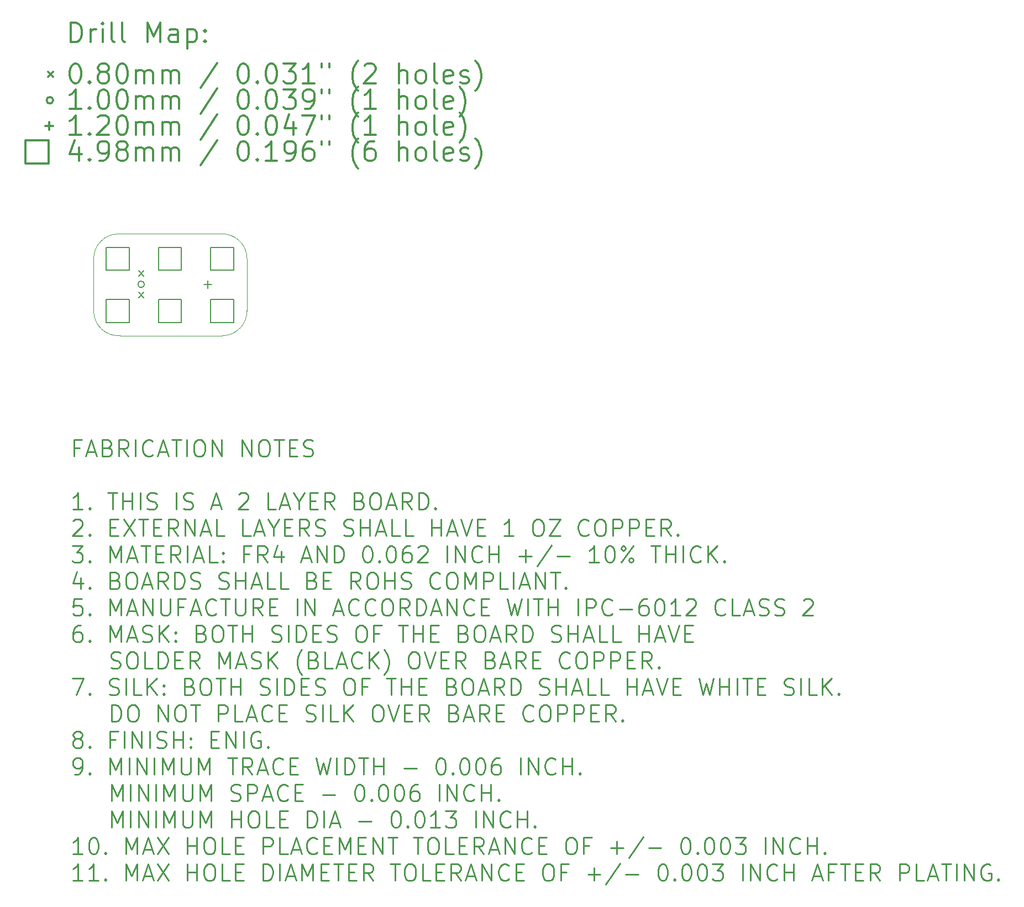
<source format=gbr>
G04 This is an RS-274x file exported by *
G04 gerbv version 2.6.0 *
G04 More information is available about gerbv at *
G04 http://gerbv.gpleda.org/ *
G04 --End of header info--*
%MOIN*%
%FSLAX34Y34*%
%IPPOS*%
G04 --Define apertures--*
%ADD10C,0.0050*%
%ADD11C,0.0079*%
%ADD12C,0.0118*%
%ADD13C,0.0138*%
%ADD14C,0.0016*%
%ADD15C,0.0100*%
G04 --Start main section--*
G54D11*
G01X0005151Y-015639D02*
G01X0005466Y-015954D01*
G01X0005466Y-015639D02*
G01X0005151Y-015954D01*
G01X0005151Y-016938D02*
G01X0005466Y-017253D01*
G01X0005466Y-016938D02*
G01X0005151Y-017253D01*
G01X0005505Y-016446D02*
G75*
G03X0005505Y-016446I-000197J0000000D01*
G01X0009324Y-016209D02*
G01X0009324Y-016682D01*
G01X0009088Y-016446D02*
G01X0009560Y-016446D01*
G01X0004594Y-015594D02*
G01X0004594Y-014207D01*
G01X0004594Y-014207D02*
G01X0003208Y-014207D01*
G01X0003208Y-014207D02*
G01X0003208Y-015594D01*
G01X0003208Y-015594D02*
G01X0004594Y-015594D01*
G01X0004594Y-018743D02*
G01X0004594Y-017357D01*
G01X0004594Y-017357D02*
G01X0003208Y-017357D01*
G01X0003208Y-017357D02*
G01X0003208Y-018743D01*
G01X0003208Y-018743D02*
G01X0004594Y-018743D01*
G01X0007744Y-015594D02*
G01X0007744Y-014207D01*
G01X0007744Y-014207D02*
G01X0006357Y-014207D01*
G01X0006357Y-014207D02*
G01X0006357Y-015594D01*
G01X0006357Y-015594D02*
G01X0007744Y-015594D01*
G01X0007744Y-018743D02*
G01X0007744Y-017357D01*
G01X0007744Y-017357D02*
G01X0006357Y-017357D01*
G01X0006357Y-017357D02*
G01X0006357Y-018743D01*
G01X0006357Y-018743D02*
G01X0007744Y-018743D01*
G01X0010893Y-015594D02*
G01X0010893Y-014207D01*
G01X0010893Y-014207D02*
G01X0009507Y-014207D01*
G01X0009507Y-014207D02*
G01X0009507Y-015594D01*
G01X0009507Y-015594D02*
G01X0010893Y-015594D01*
G01X0010893Y-018743D02*
G01X0010893Y-017357D01*
G01X0010893Y-017357D02*
G01X0009507Y-017357D01*
G01X0009507Y-017357D02*
G01X0009507Y-018743D01*
G01X0009507Y-018743D02*
G01X0010893Y-018743D01*
G54D12*
G01X0001069Y-001834D02*
G01X0001069Y-000652D01*
G01X0001069Y-000652D02*
G01X0001350Y-000652D01*
G01X0001350Y-000652D02*
G01X0001519Y-000709D01*
G01X0001519Y-000709D02*
G01X0001631Y-000821D01*
G01X0001631Y-000821D02*
G01X0001687Y-000934D01*
G01X0001687Y-000934D02*
G01X0001744Y-001159D01*
G01X0001744Y-001159D02*
G01X0001744Y-001327D01*
G01X0001744Y-001327D02*
G01X0001687Y-001552D01*
G01X0001687Y-001552D02*
G01X0001631Y-001665D01*
G01X0001631Y-001665D02*
G01X0001519Y-001777D01*
G01X0001519Y-001777D02*
G01X0001350Y-001834D01*
G01X0001350Y-001834D02*
G01X0001069Y-001834D01*
G01X0002250Y-001834D02*
G01X0002250Y-001046D01*
G01X0002250Y-001271D02*
G01X0002306Y-001159D01*
G01X0002306Y-001159D02*
G01X0002362Y-001102D01*
G01X0002362Y-001102D02*
G01X0002475Y-001046D01*
G01X0002475Y-001046D02*
G01X0002587Y-001046D01*
G01X0002981Y-001834D02*
G01X0002981Y-001046D01*
G01X0002981Y-000652D02*
G01X0002925Y-000709D01*
G01X0002925Y-000709D02*
G01X0002981Y-000765D01*
G01X0002981Y-000765D02*
G01X0003037Y-000709D01*
G01X0003037Y-000709D02*
G01X0002981Y-000652D01*
G01X0002981Y-000652D02*
G01X0002981Y-000765D01*
G01X0003712Y-001834D02*
G01X0003600Y-001777D01*
G01X0003600Y-001777D02*
G01X0003543Y-001665D01*
G01X0003543Y-001665D02*
G01X0003543Y-000652D01*
G01X0004331Y-001834D02*
G01X0004218Y-001777D01*
G01X0004218Y-001777D02*
G01X0004162Y-001665D01*
G01X0004162Y-001665D02*
G01X0004162Y-000652D01*
G01X0005681Y-001834D02*
G01X0005681Y-000652D01*
G01X0005681Y-000652D02*
G01X0006074Y-001496D01*
G01X0006074Y-001496D02*
G01X0006468Y-000652D01*
G01X0006468Y-000652D02*
G01X0006468Y-001834D01*
G01X0007537Y-001834D02*
G01X0007537Y-001215D01*
G01X0007537Y-001215D02*
G01X0007480Y-001102D01*
G01X0007480Y-001102D02*
G01X0007368Y-001046D01*
G01X0007368Y-001046D02*
G01X0007143Y-001046D01*
G01X0007143Y-001046D02*
G01X0007030Y-001102D01*
G01X0007537Y-001777D02*
G01X0007424Y-001834D01*
G01X0007424Y-001834D02*
G01X0007143Y-001834D01*
G01X0007143Y-001834D02*
G01X0007030Y-001777D01*
G01X0007030Y-001777D02*
G01X0006974Y-001665D01*
G01X0006974Y-001665D02*
G01X0006974Y-001552D01*
G01X0006974Y-001552D02*
G01X0007030Y-001440D01*
G01X0007030Y-001440D02*
G01X0007143Y-001384D01*
G01X0007143Y-001384D02*
G01X0007424Y-001384D01*
G01X0007424Y-001384D02*
G01X0007537Y-001327D01*
G01X0008099Y-001046D02*
G01X0008099Y-002227D01*
G01X0008099Y-001102D02*
G01X0008211Y-001046D01*
G01X0008211Y-001046D02*
G01X0008436Y-001046D01*
G01X0008436Y-001046D02*
G01X0008549Y-001102D01*
G01X0008549Y-001102D02*
G01X0008605Y-001159D01*
G01X0008605Y-001159D02*
G01X0008661Y-001271D01*
G01X0008661Y-001271D02*
G01X0008661Y-001609D01*
G01X0008661Y-001609D02*
G01X0008605Y-001721D01*
G01X0008605Y-001721D02*
G01X0008549Y-001777D01*
G01X0008549Y-001777D02*
G01X0008436Y-001834D01*
G01X0008436Y-001834D02*
G01X0008211Y-001834D01*
G01X0008211Y-001834D02*
G01X0008099Y-001777D01*
G01X0009168Y-001721D02*
G01X0009224Y-001777D01*
G01X0009224Y-001777D02*
G01X0009168Y-001834D01*
G01X0009168Y-001834D02*
G01X0009111Y-001777D01*
G01X0009111Y-001777D02*
G01X0009168Y-001721D01*
G01X0009168Y-001721D02*
G01X0009168Y-001834D01*
G01X0009168Y-001102D02*
G01X0009224Y-001159D01*
G01X0009224Y-001159D02*
G01X0009168Y-001215D01*
G01X0009168Y-001215D02*
G01X0009111Y-001159D01*
G01X0009111Y-001159D02*
G01X0009168Y-001102D01*
G01X0009168Y-001102D02*
G01X0009168Y-001215D01*
G01X-000315Y-003622D02*
G01X0000000Y-003937D01*
G01X0000000Y-003622D02*
G01X-000315Y-003937D01*
G01X0001294Y-003133D02*
G01X0001406Y-003133D01*
G01X0001406Y-003133D02*
G01X0001519Y-003189D01*
G01X0001519Y-003189D02*
G01X0001575Y-003245D01*
G01X0001575Y-003245D02*
G01X0001631Y-003358D01*
G01X0001631Y-003358D02*
G01X0001687Y-003583D01*
G01X0001687Y-003583D02*
G01X0001687Y-003864D01*
G01X0001687Y-003864D02*
G01X0001631Y-004089D01*
G01X0001631Y-004089D02*
G01X0001575Y-004201D01*
G01X0001575Y-004201D02*
G01X0001519Y-004258D01*
G01X0001519Y-004258D02*
G01X0001406Y-004314D01*
G01X0001406Y-004314D02*
G01X0001294Y-004314D01*
G01X0001294Y-004314D02*
G01X0001181Y-004258D01*
G01X0001181Y-004258D02*
G01X0001125Y-004201D01*
G01X0001125Y-004201D02*
G01X0001069Y-004089D01*
G01X0001069Y-004089D02*
G01X0001012Y-003864D01*
G01X0001012Y-003864D02*
G01X0001012Y-003583D01*
G01X0001012Y-003583D02*
G01X0001069Y-003358D01*
G01X0001069Y-003358D02*
G01X0001125Y-003245D01*
G01X0001125Y-003245D02*
G01X0001181Y-003189D01*
G01X0001181Y-003189D02*
G01X0001294Y-003133D01*
G01X0002193Y-004201D02*
G01X0002250Y-004258D01*
G01X0002250Y-004258D02*
G01X0002193Y-004314D01*
G01X0002193Y-004314D02*
G01X0002137Y-004258D01*
G01X0002137Y-004258D02*
G01X0002193Y-004201D01*
G01X0002193Y-004201D02*
G01X0002193Y-004314D01*
G01X0002925Y-003639D02*
G01X0002812Y-003583D01*
G01X0002812Y-003583D02*
G01X0002756Y-003526D01*
G01X0002756Y-003526D02*
G01X0002700Y-003414D01*
G01X0002700Y-003414D02*
G01X0002700Y-003358D01*
G01X0002700Y-003358D02*
G01X0002756Y-003245D01*
G01X0002756Y-003245D02*
G01X0002812Y-003189D01*
G01X0002812Y-003189D02*
G01X0002925Y-003133D01*
G01X0002925Y-003133D02*
G01X0003150Y-003133D01*
G01X0003150Y-003133D02*
G01X0003262Y-003189D01*
G01X0003262Y-003189D02*
G01X0003318Y-003245D01*
G01X0003318Y-003245D02*
G01X0003375Y-003358D01*
G01X0003375Y-003358D02*
G01X0003375Y-003414D01*
G01X0003375Y-003414D02*
G01X0003318Y-003526D01*
G01X0003318Y-003526D02*
G01X0003262Y-003583D01*
G01X0003262Y-003583D02*
G01X0003150Y-003639D01*
G01X0003150Y-003639D02*
G01X0002925Y-003639D01*
G01X0002925Y-003639D02*
G01X0002812Y-003695D01*
G01X0002812Y-003695D02*
G01X0002756Y-003751D01*
G01X0002756Y-003751D02*
G01X0002700Y-003864D01*
G01X0002700Y-003864D02*
G01X0002700Y-004089D01*
G01X0002700Y-004089D02*
G01X0002756Y-004201D01*
G01X0002756Y-004201D02*
G01X0002812Y-004258D01*
G01X0002812Y-004258D02*
G01X0002925Y-004314D01*
G01X0002925Y-004314D02*
G01X0003150Y-004314D01*
G01X0003150Y-004314D02*
G01X0003262Y-004258D01*
G01X0003262Y-004258D02*
G01X0003318Y-004201D01*
G01X0003318Y-004201D02*
G01X0003375Y-004089D01*
G01X0003375Y-004089D02*
G01X0003375Y-003864D01*
G01X0003375Y-003864D02*
G01X0003318Y-003751D01*
G01X0003318Y-003751D02*
G01X0003262Y-003695D01*
G01X0003262Y-003695D02*
G01X0003150Y-003639D01*
G01X0004106Y-003133D02*
G01X0004218Y-003133D01*
G01X0004218Y-003133D02*
G01X0004331Y-003189D01*
G01X0004331Y-003189D02*
G01X0004387Y-003245D01*
G01X0004387Y-003245D02*
G01X0004443Y-003358D01*
G01X0004443Y-003358D02*
G01X0004499Y-003583D01*
G01X0004499Y-003583D02*
G01X0004499Y-003864D01*
G01X0004499Y-003864D02*
G01X0004443Y-004089D01*
G01X0004443Y-004089D02*
G01X0004387Y-004201D01*
G01X0004387Y-004201D02*
G01X0004331Y-004258D01*
G01X0004331Y-004258D02*
G01X0004218Y-004314D01*
G01X0004218Y-004314D02*
G01X0004106Y-004314D01*
G01X0004106Y-004314D02*
G01X0003993Y-004258D01*
G01X0003993Y-004258D02*
G01X0003937Y-004201D01*
G01X0003937Y-004201D02*
G01X0003881Y-004089D01*
G01X0003881Y-004089D02*
G01X0003825Y-003864D01*
G01X0003825Y-003864D02*
G01X0003825Y-003583D01*
G01X0003825Y-003583D02*
G01X0003881Y-003358D01*
G01X0003881Y-003358D02*
G01X0003937Y-003245D01*
G01X0003937Y-003245D02*
G01X0003993Y-003189D01*
G01X0003993Y-003189D02*
G01X0004106Y-003133D01*
G01X0005006Y-004314D02*
G01X0005006Y-003526D01*
G01X0005006Y-003639D02*
G01X0005062Y-003583D01*
G01X0005062Y-003583D02*
G01X0005174Y-003526D01*
G01X0005174Y-003526D02*
G01X0005343Y-003526D01*
G01X0005343Y-003526D02*
G01X0005456Y-003583D01*
G01X0005456Y-003583D02*
G01X0005512Y-003695D01*
G01X0005512Y-003695D02*
G01X0005512Y-004314D01*
G01X0005512Y-003695D02*
G01X0005568Y-003583D01*
G01X0005568Y-003583D02*
G01X0005681Y-003526D01*
G01X0005681Y-003526D02*
G01X0005849Y-003526D01*
G01X0005849Y-003526D02*
G01X0005962Y-003583D01*
G01X0005962Y-003583D02*
G01X0006018Y-003695D01*
G01X0006018Y-003695D02*
G01X0006018Y-004314D01*
G01X0006580Y-004314D02*
G01X0006580Y-003526D01*
G01X0006580Y-003639D02*
G01X0006637Y-003583D01*
G01X0006637Y-003583D02*
G01X0006749Y-003526D01*
G01X0006749Y-003526D02*
G01X0006918Y-003526D01*
G01X0006918Y-003526D02*
G01X0007030Y-003583D01*
G01X0007030Y-003583D02*
G01X0007087Y-003695D01*
G01X0007087Y-003695D02*
G01X0007087Y-004314D01*
G01X0007087Y-003695D02*
G01X0007143Y-003583D01*
G01X0007143Y-003583D02*
G01X0007255Y-003526D01*
G01X0007255Y-003526D02*
G01X0007424Y-003526D01*
G01X0007424Y-003526D02*
G01X0007537Y-003583D01*
G01X0007537Y-003583D02*
G01X0007593Y-003695D01*
G01X0007593Y-003695D02*
G01X0007593Y-004314D01*
G01X0009899Y-003076D02*
G01X0008886Y-004595D01*
G01X0011417Y-003133D02*
G01X0011530Y-003133D01*
G01X0011530Y-003133D02*
G01X0011642Y-003189D01*
G01X0011642Y-003189D02*
G01X0011699Y-003245D01*
G01X0011699Y-003245D02*
G01X0011755Y-003358D01*
G01X0011755Y-003358D02*
G01X0011811Y-003583D01*
G01X0011811Y-003583D02*
G01X0011811Y-003864D01*
G01X0011811Y-003864D02*
G01X0011755Y-004089D01*
G01X0011755Y-004089D02*
G01X0011699Y-004201D01*
G01X0011699Y-004201D02*
G01X0011642Y-004258D01*
G01X0011642Y-004258D02*
G01X0011530Y-004314D01*
G01X0011530Y-004314D02*
G01X0011417Y-004314D01*
G01X0011417Y-004314D02*
G01X0011305Y-004258D01*
G01X0011305Y-004258D02*
G01X0011249Y-004201D01*
G01X0011249Y-004201D02*
G01X0011192Y-004089D01*
G01X0011192Y-004089D02*
G01X0011136Y-003864D01*
G01X0011136Y-003864D02*
G01X0011136Y-003583D01*
G01X0011136Y-003583D02*
G01X0011192Y-003358D01*
G01X0011192Y-003358D02*
G01X0011249Y-003245D01*
G01X0011249Y-003245D02*
G01X0011305Y-003189D01*
G01X0011305Y-003189D02*
G01X0011417Y-003133D01*
G01X0012317Y-004201D02*
G01X0012373Y-004258D01*
G01X0012373Y-004258D02*
G01X0012317Y-004314D01*
G01X0012317Y-004314D02*
G01X0012261Y-004258D01*
G01X0012261Y-004258D02*
G01X0012317Y-004201D01*
G01X0012317Y-004201D02*
G01X0012317Y-004314D01*
G01X0013105Y-003133D02*
G01X0013217Y-003133D01*
G01X0013217Y-003133D02*
G01X0013330Y-003189D01*
G01X0013330Y-003189D02*
G01X0013386Y-003245D01*
G01X0013386Y-003245D02*
G01X0013442Y-003358D01*
G01X0013442Y-003358D02*
G01X0013498Y-003583D01*
G01X0013498Y-003583D02*
G01X0013498Y-003864D01*
G01X0013498Y-003864D02*
G01X0013442Y-004089D01*
G01X0013442Y-004089D02*
G01X0013386Y-004201D01*
G01X0013386Y-004201D02*
G01X0013330Y-004258D01*
G01X0013330Y-004258D02*
G01X0013217Y-004314D01*
G01X0013217Y-004314D02*
G01X0013105Y-004314D01*
G01X0013105Y-004314D02*
G01X0012992Y-004258D01*
G01X0012992Y-004258D02*
G01X0012936Y-004201D01*
G01X0012936Y-004201D02*
G01X0012880Y-004089D01*
G01X0012880Y-004089D02*
G01X0012823Y-003864D01*
G01X0012823Y-003864D02*
G01X0012823Y-003583D01*
G01X0012823Y-003583D02*
G01X0012880Y-003358D01*
G01X0012880Y-003358D02*
G01X0012936Y-003245D01*
G01X0012936Y-003245D02*
G01X0012992Y-003189D01*
G01X0012992Y-003189D02*
G01X0013105Y-003133D01*
G01X0013892Y-003133D02*
G01X0014623Y-003133D01*
G01X0014623Y-003133D02*
G01X0014229Y-003583D01*
G01X0014229Y-003583D02*
G01X0014398Y-003583D01*
G01X0014398Y-003583D02*
G01X0014511Y-003639D01*
G01X0014511Y-003639D02*
G01X0014567Y-003695D01*
G01X0014567Y-003695D02*
G01X0014623Y-003808D01*
G01X0014623Y-003808D02*
G01X0014623Y-004089D01*
G01X0014623Y-004089D02*
G01X0014567Y-004201D01*
G01X0014567Y-004201D02*
G01X0014511Y-004258D01*
G01X0014511Y-004258D02*
G01X0014398Y-004314D01*
G01X0014398Y-004314D02*
G01X0014061Y-004314D01*
G01X0014061Y-004314D02*
G01X0013948Y-004258D01*
G01X0013948Y-004258D02*
G01X0013892Y-004201D01*
G01X0015748Y-004314D02*
G01X0015073Y-004314D01*
G01X0015411Y-004314D02*
G01X0015411Y-003133D01*
G01X0015411Y-003133D02*
G01X0015298Y-003301D01*
G01X0015298Y-003301D02*
G01X0015186Y-003414D01*
G01X0015186Y-003414D02*
G01X0015073Y-003470D01*
G01X0016198Y-003133D02*
G01X0016198Y-003358D01*
G01X0016648Y-003133D02*
G01X0016648Y-003358D01*
G01X0018391Y-004764D02*
G01X0018335Y-004708D01*
G01X0018335Y-004708D02*
G01X0018223Y-004539D01*
G01X0018223Y-004539D02*
G01X0018166Y-004426D01*
G01X0018166Y-004426D02*
G01X0018110Y-004258D01*
G01X0018110Y-004258D02*
G01X0018054Y-003976D01*
G01X0018054Y-003976D02*
G01X0018054Y-003751D01*
G01X0018054Y-003751D02*
G01X0018110Y-003470D01*
G01X0018110Y-003470D02*
G01X0018166Y-003301D01*
G01X0018166Y-003301D02*
G01X0018223Y-003189D01*
G01X0018223Y-003189D02*
G01X0018335Y-003020D01*
G01X0018335Y-003020D02*
G01X0018391Y-002964D01*
G01X0018785Y-003245D02*
G01X0018841Y-003189D01*
G01X0018841Y-003189D02*
G01X0018954Y-003133D01*
G01X0018954Y-003133D02*
G01X0019235Y-003133D01*
G01X0019235Y-003133D02*
G01X0019348Y-003189D01*
G01X0019348Y-003189D02*
G01X0019404Y-003245D01*
G01X0019404Y-003245D02*
G01X0019460Y-003358D01*
G01X0019460Y-003358D02*
G01X0019460Y-003470D01*
G01X0019460Y-003470D02*
G01X0019404Y-003639D01*
G01X0019404Y-003639D02*
G01X0018729Y-004314D01*
G01X0018729Y-004314D02*
G01X0019460Y-004314D01*
G01X0020866Y-004314D02*
G01X0020866Y-003133D01*
G01X0021372Y-004314D02*
G01X0021372Y-003695D01*
G01X0021372Y-003695D02*
G01X0021316Y-003583D01*
G01X0021316Y-003583D02*
G01X0021204Y-003526D01*
G01X0021204Y-003526D02*
G01X0021035Y-003526D01*
G01X0021035Y-003526D02*
G01X0020922Y-003583D01*
G01X0020922Y-003583D02*
G01X0020866Y-003639D01*
G01X0022103Y-004314D02*
G01X0021991Y-004258D01*
G01X0021991Y-004258D02*
G01X0021935Y-004201D01*
G01X0021935Y-004201D02*
G01X0021879Y-004089D01*
G01X0021879Y-004089D02*
G01X0021879Y-003751D01*
G01X0021879Y-003751D02*
G01X0021935Y-003639D01*
G01X0021935Y-003639D02*
G01X0021991Y-003583D01*
G01X0021991Y-003583D02*
G01X0022103Y-003526D01*
G01X0022103Y-003526D02*
G01X0022272Y-003526D01*
G01X0022272Y-003526D02*
G01X0022385Y-003583D01*
G01X0022385Y-003583D02*
G01X0022441Y-003639D01*
G01X0022441Y-003639D02*
G01X0022497Y-003751D01*
G01X0022497Y-003751D02*
G01X0022497Y-004089D01*
G01X0022497Y-004089D02*
G01X0022441Y-004201D01*
G01X0022441Y-004201D02*
G01X0022385Y-004258D01*
G01X0022385Y-004258D02*
G01X0022272Y-004314D01*
G01X0022272Y-004314D02*
G01X0022103Y-004314D01*
G01X0023172Y-004314D02*
G01X0023060Y-004258D01*
G01X0023060Y-004258D02*
G01X0023003Y-004145D01*
G01X0023003Y-004145D02*
G01X0023003Y-003133D01*
G01X0024072Y-004258D02*
G01X0023960Y-004314D01*
G01X0023960Y-004314D02*
G01X0023735Y-004314D01*
G01X0023735Y-004314D02*
G01X0023622Y-004258D01*
G01X0023622Y-004258D02*
G01X0023566Y-004145D01*
G01X0023566Y-004145D02*
G01X0023566Y-003695D01*
G01X0023566Y-003695D02*
G01X0023622Y-003583D01*
G01X0023622Y-003583D02*
G01X0023735Y-003526D01*
G01X0023735Y-003526D02*
G01X0023960Y-003526D01*
G01X0023960Y-003526D02*
G01X0024072Y-003583D01*
G01X0024072Y-003583D02*
G01X0024128Y-003695D01*
G01X0024128Y-003695D02*
G01X0024128Y-003808D01*
G01X0024128Y-003808D02*
G01X0023566Y-003920D01*
G01X0024578Y-004258D02*
G01X0024691Y-004314D01*
G01X0024691Y-004314D02*
G01X0024916Y-004314D01*
G01X0024916Y-004314D02*
G01X0025028Y-004258D01*
G01X0025028Y-004258D02*
G01X0025084Y-004145D01*
G01X0025084Y-004145D02*
G01X0025084Y-004089D01*
G01X0025084Y-004089D02*
G01X0025028Y-003976D01*
G01X0025028Y-003976D02*
G01X0024916Y-003920D01*
G01X0024916Y-003920D02*
G01X0024747Y-003920D01*
G01X0024747Y-003920D02*
G01X0024634Y-003864D01*
G01X0024634Y-003864D02*
G01X0024578Y-003751D01*
G01X0024578Y-003751D02*
G01X0024578Y-003695D01*
G01X0024578Y-003695D02*
G01X0024634Y-003583D01*
G01X0024634Y-003583D02*
G01X0024747Y-003526D01*
G01X0024747Y-003526D02*
G01X0024916Y-003526D01*
G01X0024916Y-003526D02*
G01X0025028Y-003583D01*
G01X0025478Y-004764D02*
G01X0025534Y-004708D01*
G01X0025534Y-004708D02*
G01X0025647Y-004539D01*
G01X0025647Y-004539D02*
G01X0025703Y-004426D01*
G01X0025703Y-004426D02*
G01X0025759Y-004258D01*
G01X0025759Y-004258D02*
G01X0025816Y-003976D01*
G01X0025816Y-003976D02*
G01X0025816Y-003751D01*
G01X0025816Y-003751D02*
G01X0025759Y-003470D01*
G01X0025759Y-003470D02*
G01X0025703Y-003301D01*
G01X0025703Y-003301D02*
G01X0025647Y-003189D01*
G01X0025647Y-003189D02*
G01X0025534Y-003020D01*
G01X0025534Y-003020D02*
G01X0025478Y-002964D01*
G01X0000000Y-005339D02*
G75*
G03X0000000Y-005339I-000197J0000000D01*
G01X0001687Y-005873D02*
G01X0001012Y-005873D01*
G01X0001350Y-005873D02*
G01X0001350Y-004692D01*
G01X0001350Y-004692D02*
G01X0001237Y-004861D01*
G01X0001237Y-004861D02*
G01X0001125Y-004973D01*
G01X0001125Y-004973D02*
G01X0001012Y-005029D01*
G01X0002193Y-005760D02*
G01X0002250Y-005817D01*
G01X0002250Y-005817D02*
G01X0002193Y-005873D01*
G01X0002193Y-005873D02*
G01X0002137Y-005817D01*
G01X0002137Y-005817D02*
G01X0002193Y-005760D01*
G01X0002193Y-005760D02*
G01X0002193Y-005873D01*
G01X0002981Y-004692D02*
G01X0003093Y-004692D01*
G01X0003093Y-004692D02*
G01X0003206Y-004748D01*
G01X0003206Y-004748D02*
G01X0003262Y-004804D01*
G01X0003262Y-004804D02*
G01X0003318Y-004917D01*
G01X0003318Y-004917D02*
G01X0003375Y-005142D01*
G01X0003375Y-005142D02*
G01X0003375Y-005423D01*
G01X0003375Y-005423D02*
G01X0003318Y-005648D01*
G01X0003318Y-005648D02*
G01X0003262Y-005760D01*
G01X0003262Y-005760D02*
G01X0003206Y-005817D01*
G01X0003206Y-005817D02*
G01X0003093Y-005873D01*
G01X0003093Y-005873D02*
G01X0002981Y-005873D01*
G01X0002981Y-005873D02*
G01X0002868Y-005817D01*
G01X0002868Y-005817D02*
G01X0002812Y-005760D01*
G01X0002812Y-005760D02*
G01X0002756Y-005648D01*
G01X0002756Y-005648D02*
G01X0002700Y-005423D01*
G01X0002700Y-005423D02*
G01X0002700Y-005142D01*
G01X0002700Y-005142D02*
G01X0002756Y-004917D01*
G01X0002756Y-004917D02*
G01X0002812Y-004804D01*
G01X0002812Y-004804D02*
G01X0002868Y-004748D01*
G01X0002868Y-004748D02*
G01X0002981Y-004692D01*
G01X0004106Y-004692D02*
G01X0004218Y-004692D01*
G01X0004218Y-004692D02*
G01X0004331Y-004748D01*
G01X0004331Y-004748D02*
G01X0004387Y-004804D01*
G01X0004387Y-004804D02*
G01X0004443Y-004917D01*
G01X0004443Y-004917D02*
G01X0004499Y-005142D01*
G01X0004499Y-005142D02*
G01X0004499Y-005423D01*
G01X0004499Y-005423D02*
G01X0004443Y-005648D01*
G01X0004443Y-005648D02*
G01X0004387Y-005760D01*
G01X0004387Y-005760D02*
G01X0004331Y-005817D01*
G01X0004331Y-005817D02*
G01X0004218Y-005873D01*
G01X0004218Y-005873D02*
G01X0004106Y-005873D01*
G01X0004106Y-005873D02*
G01X0003993Y-005817D01*
G01X0003993Y-005817D02*
G01X0003937Y-005760D01*
G01X0003937Y-005760D02*
G01X0003881Y-005648D01*
G01X0003881Y-005648D02*
G01X0003825Y-005423D01*
G01X0003825Y-005423D02*
G01X0003825Y-005142D01*
G01X0003825Y-005142D02*
G01X0003881Y-004917D01*
G01X0003881Y-004917D02*
G01X0003937Y-004804D01*
G01X0003937Y-004804D02*
G01X0003993Y-004748D01*
G01X0003993Y-004748D02*
G01X0004106Y-004692D01*
G01X0005006Y-005873D02*
G01X0005006Y-005085D01*
G01X0005006Y-005198D02*
G01X0005062Y-005142D01*
G01X0005062Y-005142D02*
G01X0005174Y-005085D01*
G01X0005174Y-005085D02*
G01X0005343Y-005085D01*
G01X0005343Y-005085D02*
G01X0005456Y-005142D01*
G01X0005456Y-005142D02*
G01X0005512Y-005254D01*
G01X0005512Y-005254D02*
G01X0005512Y-005873D01*
G01X0005512Y-005254D02*
G01X0005568Y-005142D01*
G01X0005568Y-005142D02*
G01X0005681Y-005085D01*
G01X0005681Y-005085D02*
G01X0005849Y-005085D01*
G01X0005849Y-005085D02*
G01X0005962Y-005142D01*
G01X0005962Y-005142D02*
G01X0006018Y-005254D01*
G01X0006018Y-005254D02*
G01X0006018Y-005873D01*
G01X0006580Y-005873D02*
G01X0006580Y-005085D01*
G01X0006580Y-005198D02*
G01X0006637Y-005142D01*
G01X0006637Y-005142D02*
G01X0006749Y-005085D01*
G01X0006749Y-005085D02*
G01X0006918Y-005085D01*
G01X0006918Y-005085D02*
G01X0007030Y-005142D01*
G01X0007030Y-005142D02*
G01X0007087Y-005254D01*
G01X0007087Y-005254D02*
G01X0007087Y-005873D01*
G01X0007087Y-005254D02*
G01X0007143Y-005142D01*
G01X0007143Y-005142D02*
G01X0007255Y-005085D01*
G01X0007255Y-005085D02*
G01X0007424Y-005085D01*
G01X0007424Y-005085D02*
G01X0007537Y-005142D01*
G01X0007537Y-005142D02*
G01X0007593Y-005254D01*
G01X0007593Y-005254D02*
G01X0007593Y-005873D01*
G01X0009899Y-004636D02*
G01X0008886Y-006154D01*
G01X0011417Y-004692D02*
G01X0011530Y-004692D01*
G01X0011530Y-004692D02*
G01X0011642Y-004748D01*
G01X0011642Y-004748D02*
G01X0011699Y-004804D01*
G01X0011699Y-004804D02*
G01X0011755Y-004917D01*
G01X0011755Y-004917D02*
G01X0011811Y-005142D01*
G01X0011811Y-005142D02*
G01X0011811Y-005423D01*
G01X0011811Y-005423D02*
G01X0011755Y-005648D01*
G01X0011755Y-005648D02*
G01X0011699Y-005760D01*
G01X0011699Y-005760D02*
G01X0011642Y-005817D01*
G01X0011642Y-005817D02*
G01X0011530Y-005873D01*
G01X0011530Y-005873D02*
G01X0011417Y-005873D01*
G01X0011417Y-005873D02*
G01X0011305Y-005817D01*
G01X0011305Y-005817D02*
G01X0011249Y-005760D01*
G01X0011249Y-005760D02*
G01X0011192Y-005648D01*
G01X0011192Y-005648D02*
G01X0011136Y-005423D01*
G01X0011136Y-005423D02*
G01X0011136Y-005142D01*
G01X0011136Y-005142D02*
G01X0011192Y-004917D01*
G01X0011192Y-004917D02*
G01X0011249Y-004804D01*
G01X0011249Y-004804D02*
G01X0011305Y-004748D01*
G01X0011305Y-004748D02*
G01X0011417Y-004692D01*
G01X0012317Y-005760D02*
G01X0012373Y-005817D01*
G01X0012373Y-005817D02*
G01X0012317Y-005873D01*
G01X0012317Y-005873D02*
G01X0012261Y-005817D01*
G01X0012261Y-005817D02*
G01X0012317Y-005760D01*
G01X0012317Y-005760D02*
G01X0012317Y-005873D01*
G01X0013105Y-004692D02*
G01X0013217Y-004692D01*
G01X0013217Y-004692D02*
G01X0013330Y-004748D01*
G01X0013330Y-004748D02*
G01X0013386Y-004804D01*
G01X0013386Y-004804D02*
G01X0013442Y-004917D01*
G01X0013442Y-004917D02*
G01X0013498Y-005142D01*
G01X0013498Y-005142D02*
G01X0013498Y-005423D01*
G01X0013498Y-005423D02*
G01X0013442Y-005648D01*
G01X0013442Y-005648D02*
G01X0013386Y-005760D01*
G01X0013386Y-005760D02*
G01X0013330Y-005817D01*
G01X0013330Y-005817D02*
G01X0013217Y-005873D01*
G01X0013217Y-005873D02*
G01X0013105Y-005873D01*
G01X0013105Y-005873D02*
G01X0012992Y-005817D01*
G01X0012992Y-005817D02*
G01X0012936Y-005760D01*
G01X0012936Y-005760D02*
G01X0012880Y-005648D01*
G01X0012880Y-005648D02*
G01X0012823Y-005423D01*
G01X0012823Y-005423D02*
G01X0012823Y-005142D01*
G01X0012823Y-005142D02*
G01X0012880Y-004917D01*
G01X0012880Y-004917D02*
G01X0012936Y-004804D01*
G01X0012936Y-004804D02*
G01X0012992Y-004748D01*
G01X0012992Y-004748D02*
G01X0013105Y-004692D01*
G01X0013892Y-004692D02*
G01X0014623Y-004692D01*
G01X0014623Y-004692D02*
G01X0014229Y-005142D01*
G01X0014229Y-005142D02*
G01X0014398Y-005142D01*
G01X0014398Y-005142D02*
G01X0014511Y-005198D01*
G01X0014511Y-005198D02*
G01X0014567Y-005254D01*
G01X0014567Y-005254D02*
G01X0014623Y-005367D01*
G01X0014623Y-005367D02*
G01X0014623Y-005648D01*
G01X0014623Y-005648D02*
G01X0014567Y-005760D01*
G01X0014567Y-005760D02*
G01X0014511Y-005817D01*
G01X0014511Y-005817D02*
G01X0014398Y-005873D01*
G01X0014398Y-005873D02*
G01X0014061Y-005873D01*
G01X0014061Y-005873D02*
G01X0013948Y-005817D01*
G01X0013948Y-005817D02*
G01X0013892Y-005760D01*
G01X0015186Y-005873D02*
G01X0015411Y-005873D01*
G01X0015411Y-005873D02*
G01X0015523Y-005817D01*
G01X0015523Y-005817D02*
G01X0015579Y-005760D01*
G01X0015579Y-005760D02*
G01X0015692Y-005592D01*
G01X0015692Y-005592D02*
G01X0015748Y-005367D01*
G01X0015748Y-005367D02*
G01X0015748Y-004917D01*
G01X0015748Y-004917D02*
G01X0015692Y-004804D01*
G01X0015692Y-004804D02*
G01X0015636Y-004748D01*
G01X0015636Y-004748D02*
G01X0015523Y-004692D01*
G01X0015523Y-004692D02*
G01X0015298Y-004692D01*
G01X0015298Y-004692D02*
G01X0015186Y-004748D01*
G01X0015186Y-004748D02*
G01X0015129Y-004804D01*
G01X0015129Y-004804D02*
G01X0015073Y-004917D01*
G01X0015073Y-004917D02*
G01X0015073Y-005198D01*
G01X0015073Y-005198D02*
G01X0015129Y-005310D01*
G01X0015129Y-005310D02*
G01X0015186Y-005367D01*
G01X0015186Y-005367D02*
G01X0015298Y-005423D01*
G01X0015298Y-005423D02*
G01X0015523Y-005423D01*
G01X0015523Y-005423D02*
G01X0015636Y-005367D01*
G01X0015636Y-005367D02*
G01X0015692Y-005310D01*
G01X0015692Y-005310D02*
G01X0015748Y-005198D01*
G01X0016198Y-004692D02*
G01X0016198Y-004917D01*
G01X0016648Y-004692D02*
G01X0016648Y-004917D01*
G01X0018391Y-006323D02*
G01X0018335Y-006267D01*
G01X0018335Y-006267D02*
G01X0018223Y-006098D01*
G01X0018223Y-006098D02*
G01X0018166Y-005985D01*
G01X0018166Y-005985D02*
G01X0018110Y-005817D01*
G01X0018110Y-005817D02*
G01X0018054Y-005535D01*
G01X0018054Y-005535D02*
G01X0018054Y-005310D01*
G01X0018054Y-005310D02*
G01X0018110Y-005029D01*
G01X0018110Y-005029D02*
G01X0018166Y-004861D01*
G01X0018166Y-004861D02*
G01X0018223Y-004748D01*
G01X0018223Y-004748D02*
G01X0018335Y-004579D01*
G01X0018335Y-004579D02*
G01X0018391Y-004523D01*
G01X0019460Y-005873D02*
G01X0018785Y-005873D01*
G01X0019123Y-005873D02*
G01X0019123Y-004692D01*
G01X0019123Y-004692D02*
G01X0019010Y-004861D01*
G01X0019010Y-004861D02*
G01X0018898Y-004973D01*
G01X0018898Y-004973D02*
G01X0018785Y-005029D01*
G01X0020866Y-005873D02*
G01X0020866Y-004692D01*
G01X0021372Y-005873D02*
G01X0021372Y-005254D01*
G01X0021372Y-005254D02*
G01X0021316Y-005142D01*
G01X0021316Y-005142D02*
G01X0021204Y-005085D01*
G01X0021204Y-005085D02*
G01X0021035Y-005085D01*
G01X0021035Y-005085D02*
G01X0020922Y-005142D01*
G01X0020922Y-005142D02*
G01X0020866Y-005198D01*
G01X0022103Y-005873D02*
G01X0021991Y-005817D01*
G01X0021991Y-005817D02*
G01X0021935Y-005760D01*
G01X0021935Y-005760D02*
G01X0021879Y-005648D01*
G01X0021879Y-005648D02*
G01X0021879Y-005310D01*
G01X0021879Y-005310D02*
G01X0021935Y-005198D01*
G01X0021935Y-005198D02*
G01X0021991Y-005142D01*
G01X0021991Y-005142D02*
G01X0022103Y-005085D01*
G01X0022103Y-005085D02*
G01X0022272Y-005085D01*
G01X0022272Y-005085D02*
G01X0022385Y-005142D01*
G01X0022385Y-005142D02*
G01X0022441Y-005198D01*
G01X0022441Y-005198D02*
G01X0022497Y-005310D01*
G01X0022497Y-005310D02*
G01X0022497Y-005648D01*
G01X0022497Y-005648D02*
G01X0022441Y-005760D01*
G01X0022441Y-005760D02*
G01X0022385Y-005817D01*
G01X0022385Y-005817D02*
G01X0022272Y-005873D01*
G01X0022272Y-005873D02*
G01X0022103Y-005873D01*
G01X0023172Y-005873D02*
G01X0023060Y-005817D01*
G01X0023060Y-005817D02*
G01X0023003Y-005704D01*
G01X0023003Y-005704D02*
G01X0023003Y-004692D01*
G01X0024072Y-005817D02*
G01X0023960Y-005873D01*
G01X0023960Y-005873D02*
G01X0023735Y-005873D01*
G01X0023735Y-005873D02*
G01X0023622Y-005817D01*
G01X0023622Y-005817D02*
G01X0023566Y-005704D01*
G01X0023566Y-005704D02*
G01X0023566Y-005254D01*
G01X0023566Y-005254D02*
G01X0023622Y-005142D01*
G01X0023622Y-005142D02*
G01X0023735Y-005085D01*
G01X0023735Y-005085D02*
G01X0023960Y-005085D01*
G01X0023960Y-005085D02*
G01X0024072Y-005142D01*
G01X0024072Y-005142D02*
G01X0024128Y-005254D01*
G01X0024128Y-005254D02*
G01X0024128Y-005367D01*
G01X0024128Y-005367D02*
G01X0023566Y-005479D01*
G01X0024522Y-006323D02*
G01X0024578Y-006267D01*
G01X0024578Y-006267D02*
G01X0024691Y-006098D01*
G01X0024691Y-006098D02*
G01X0024747Y-005985D01*
G01X0024747Y-005985D02*
G01X0024803Y-005817D01*
G01X0024803Y-005817D02*
G01X0024859Y-005535D01*
G01X0024859Y-005535D02*
G01X0024859Y-005310D01*
G01X0024859Y-005310D02*
G01X0024803Y-005029D01*
G01X0024803Y-005029D02*
G01X0024747Y-004861D01*
G01X0024747Y-004861D02*
G01X0024691Y-004748D01*
G01X0024691Y-004748D02*
G01X0024578Y-004579D01*
G01X0024578Y-004579D02*
G01X0024522Y-004523D01*
G01X-000236Y-006661D02*
G01X-000236Y-007134D01*
G01X-000472Y-006898D02*
G01X0000000Y-006898D01*
G01X0001687Y-007432D02*
G01X0001012Y-007432D01*
G01X0001350Y-007432D02*
G01X0001350Y-006251D01*
G01X0001350Y-006251D02*
G01X0001237Y-006420D01*
G01X0001237Y-006420D02*
G01X0001125Y-006532D01*
G01X0001125Y-006532D02*
G01X0001012Y-006588D01*
G01X0002193Y-007319D02*
G01X0002250Y-007376D01*
G01X0002250Y-007376D02*
G01X0002193Y-007432D01*
G01X0002193Y-007432D02*
G01X0002137Y-007376D01*
G01X0002137Y-007376D02*
G01X0002193Y-007319D01*
G01X0002193Y-007319D02*
G01X0002193Y-007432D01*
G01X0002700Y-006363D02*
G01X0002756Y-006307D01*
G01X0002756Y-006307D02*
G01X0002868Y-006251D01*
G01X0002868Y-006251D02*
G01X0003150Y-006251D01*
G01X0003150Y-006251D02*
G01X0003262Y-006307D01*
G01X0003262Y-006307D02*
G01X0003318Y-006363D01*
G01X0003318Y-006363D02*
G01X0003375Y-006476D01*
G01X0003375Y-006476D02*
G01X0003375Y-006588D01*
G01X0003375Y-006588D02*
G01X0003318Y-006757D01*
G01X0003318Y-006757D02*
G01X0002643Y-007432D01*
G01X0002643Y-007432D02*
G01X0003375Y-007432D01*
G01X0004106Y-006251D02*
G01X0004218Y-006251D01*
G01X0004218Y-006251D02*
G01X0004331Y-006307D01*
G01X0004331Y-006307D02*
G01X0004387Y-006363D01*
G01X0004387Y-006363D02*
G01X0004443Y-006476D01*
G01X0004443Y-006476D02*
G01X0004499Y-006701D01*
G01X0004499Y-006701D02*
G01X0004499Y-006982D01*
G01X0004499Y-006982D02*
G01X0004443Y-007207D01*
G01X0004443Y-007207D02*
G01X0004387Y-007319D01*
G01X0004387Y-007319D02*
G01X0004331Y-007376D01*
G01X0004331Y-007376D02*
G01X0004218Y-007432D01*
G01X0004218Y-007432D02*
G01X0004106Y-007432D01*
G01X0004106Y-007432D02*
G01X0003993Y-007376D01*
G01X0003993Y-007376D02*
G01X0003937Y-007319D01*
G01X0003937Y-007319D02*
G01X0003881Y-007207D01*
G01X0003881Y-007207D02*
G01X0003825Y-006982D01*
G01X0003825Y-006982D02*
G01X0003825Y-006701D01*
G01X0003825Y-006701D02*
G01X0003881Y-006476D01*
G01X0003881Y-006476D02*
G01X0003937Y-006363D01*
G01X0003937Y-006363D02*
G01X0003993Y-006307D01*
G01X0003993Y-006307D02*
G01X0004106Y-006251D01*
G01X0005006Y-007432D02*
G01X0005006Y-006645D01*
G01X0005006Y-006757D02*
G01X0005062Y-006701D01*
G01X0005062Y-006701D02*
G01X0005174Y-006645D01*
G01X0005174Y-006645D02*
G01X0005343Y-006645D01*
G01X0005343Y-006645D02*
G01X0005456Y-006701D01*
G01X0005456Y-006701D02*
G01X0005512Y-006813D01*
G01X0005512Y-006813D02*
G01X0005512Y-007432D01*
G01X0005512Y-006813D02*
G01X0005568Y-006701D01*
G01X0005568Y-006701D02*
G01X0005681Y-006645D01*
G01X0005681Y-006645D02*
G01X0005849Y-006645D01*
G01X0005849Y-006645D02*
G01X0005962Y-006701D01*
G01X0005962Y-006701D02*
G01X0006018Y-006813D01*
G01X0006018Y-006813D02*
G01X0006018Y-007432D01*
G01X0006580Y-007432D02*
G01X0006580Y-006645D01*
G01X0006580Y-006757D02*
G01X0006637Y-006701D01*
G01X0006637Y-006701D02*
G01X0006749Y-006645D01*
G01X0006749Y-006645D02*
G01X0006918Y-006645D01*
G01X0006918Y-006645D02*
G01X0007030Y-006701D01*
G01X0007030Y-006701D02*
G01X0007087Y-006813D01*
G01X0007087Y-006813D02*
G01X0007087Y-007432D01*
G01X0007087Y-006813D02*
G01X0007143Y-006701D01*
G01X0007143Y-006701D02*
G01X0007255Y-006645D01*
G01X0007255Y-006645D02*
G01X0007424Y-006645D01*
G01X0007424Y-006645D02*
G01X0007537Y-006701D01*
G01X0007537Y-006701D02*
G01X0007593Y-006813D01*
G01X0007593Y-006813D02*
G01X0007593Y-007432D01*
G01X0009899Y-006195D02*
G01X0008886Y-007713D01*
G01X0011417Y-006251D02*
G01X0011530Y-006251D01*
G01X0011530Y-006251D02*
G01X0011642Y-006307D01*
G01X0011642Y-006307D02*
G01X0011699Y-006363D01*
G01X0011699Y-006363D02*
G01X0011755Y-006476D01*
G01X0011755Y-006476D02*
G01X0011811Y-006701D01*
G01X0011811Y-006701D02*
G01X0011811Y-006982D01*
G01X0011811Y-006982D02*
G01X0011755Y-007207D01*
G01X0011755Y-007207D02*
G01X0011699Y-007319D01*
G01X0011699Y-007319D02*
G01X0011642Y-007376D01*
G01X0011642Y-007376D02*
G01X0011530Y-007432D01*
G01X0011530Y-007432D02*
G01X0011417Y-007432D01*
G01X0011417Y-007432D02*
G01X0011305Y-007376D01*
G01X0011305Y-007376D02*
G01X0011249Y-007319D01*
G01X0011249Y-007319D02*
G01X0011192Y-007207D01*
G01X0011192Y-007207D02*
G01X0011136Y-006982D01*
G01X0011136Y-006982D02*
G01X0011136Y-006701D01*
G01X0011136Y-006701D02*
G01X0011192Y-006476D01*
G01X0011192Y-006476D02*
G01X0011249Y-006363D01*
G01X0011249Y-006363D02*
G01X0011305Y-006307D01*
G01X0011305Y-006307D02*
G01X0011417Y-006251D01*
G01X0012317Y-007319D02*
G01X0012373Y-007376D01*
G01X0012373Y-007376D02*
G01X0012317Y-007432D01*
G01X0012317Y-007432D02*
G01X0012261Y-007376D01*
G01X0012261Y-007376D02*
G01X0012317Y-007319D01*
G01X0012317Y-007319D02*
G01X0012317Y-007432D01*
G01X0013105Y-006251D02*
G01X0013217Y-006251D01*
G01X0013217Y-006251D02*
G01X0013330Y-006307D01*
G01X0013330Y-006307D02*
G01X0013386Y-006363D01*
G01X0013386Y-006363D02*
G01X0013442Y-006476D01*
G01X0013442Y-006476D02*
G01X0013498Y-006701D01*
G01X0013498Y-006701D02*
G01X0013498Y-006982D01*
G01X0013498Y-006982D02*
G01X0013442Y-007207D01*
G01X0013442Y-007207D02*
G01X0013386Y-007319D01*
G01X0013386Y-007319D02*
G01X0013330Y-007376D01*
G01X0013330Y-007376D02*
G01X0013217Y-007432D01*
G01X0013217Y-007432D02*
G01X0013105Y-007432D01*
G01X0013105Y-007432D02*
G01X0012992Y-007376D01*
G01X0012992Y-007376D02*
G01X0012936Y-007319D01*
G01X0012936Y-007319D02*
G01X0012880Y-007207D01*
G01X0012880Y-007207D02*
G01X0012823Y-006982D01*
G01X0012823Y-006982D02*
G01X0012823Y-006701D01*
G01X0012823Y-006701D02*
G01X0012880Y-006476D01*
G01X0012880Y-006476D02*
G01X0012936Y-006363D01*
G01X0012936Y-006363D02*
G01X0012992Y-006307D01*
G01X0012992Y-006307D02*
G01X0013105Y-006251D01*
G01X0014511Y-006645D02*
G01X0014511Y-007432D01*
G01X0014229Y-006195D02*
G01X0013948Y-007038D01*
G01X0013948Y-007038D02*
G01X0014679Y-007038D01*
G01X0015017Y-006251D02*
G01X0015804Y-006251D01*
G01X0015804Y-006251D02*
G01X0015298Y-007432D01*
G01X0016198Y-006251D02*
G01X0016198Y-006476D01*
G01X0016648Y-006251D02*
G01X0016648Y-006476D01*
G01X0018391Y-007882D02*
G01X0018335Y-007826D01*
G01X0018335Y-007826D02*
G01X0018223Y-007657D01*
G01X0018223Y-007657D02*
G01X0018166Y-007544D01*
G01X0018166Y-007544D02*
G01X0018110Y-007376D01*
G01X0018110Y-007376D02*
G01X0018054Y-007094D01*
G01X0018054Y-007094D02*
G01X0018054Y-006870D01*
G01X0018054Y-006870D02*
G01X0018110Y-006588D01*
G01X0018110Y-006588D02*
G01X0018166Y-006420D01*
G01X0018166Y-006420D02*
G01X0018223Y-006307D01*
G01X0018223Y-006307D02*
G01X0018335Y-006138D01*
G01X0018335Y-006138D02*
G01X0018391Y-006082D01*
G01X0019460Y-007432D02*
G01X0018785Y-007432D01*
G01X0019123Y-007432D02*
G01X0019123Y-006251D01*
G01X0019123Y-006251D02*
G01X0019010Y-006420D01*
G01X0019010Y-006420D02*
G01X0018898Y-006532D01*
G01X0018898Y-006532D02*
G01X0018785Y-006588D01*
G01X0020866Y-007432D02*
G01X0020866Y-006251D01*
G01X0021372Y-007432D02*
G01X0021372Y-006813D01*
G01X0021372Y-006813D02*
G01X0021316Y-006701D01*
G01X0021316Y-006701D02*
G01X0021204Y-006645D01*
G01X0021204Y-006645D02*
G01X0021035Y-006645D01*
G01X0021035Y-006645D02*
G01X0020922Y-006701D01*
G01X0020922Y-006701D02*
G01X0020866Y-006757D01*
G01X0022103Y-007432D02*
G01X0021991Y-007376D01*
G01X0021991Y-007376D02*
G01X0021935Y-007319D01*
G01X0021935Y-007319D02*
G01X0021879Y-007207D01*
G01X0021879Y-007207D02*
G01X0021879Y-006870D01*
G01X0021879Y-006870D02*
G01X0021935Y-006757D01*
G01X0021935Y-006757D02*
G01X0021991Y-006701D01*
G01X0021991Y-006701D02*
G01X0022103Y-006645D01*
G01X0022103Y-006645D02*
G01X0022272Y-006645D01*
G01X0022272Y-006645D02*
G01X0022385Y-006701D01*
G01X0022385Y-006701D02*
G01X0022441Y-006757D01*
G01X0022441Y-006757D02*
G01X0022497Y-006870D01*
G01X0022497Y-006870D02*
G01X0022497Y-007207D01*
G01X0022497Y-007207D02*
G01X0022441Y-007319D01*
G01X0022441Y-007319D02*
G01X0022385Y-007376D01*
G01X0022385Y-007376D02*
G01X0022272Y-007432D01*
G01X0022272Y-007432D02*
G01X0022103Y-007432D01*
G01X0023172Y-007432D02*
G01X0023060Y-007376D01*
G01X0023060Y-007376D02*
G01X0023003Y-007263D01*
G01X0023003Y-007263D02*
G01X0023003Y-006251D01*
G01X0024072Y-007376D02*
G01X0023960Y-007432D01*
G01X0023960Y-007432D02*
G01X0023735Y-007432D01*
G01X0023735Y-007432D02*
G01X0023622Y-007376D01*
G01X0023622Y-007376D02*
G01X0023566Y-007263D01*
G01X0023566Y-007263D02*
G01X0023566Y-006813D01*
G01X0023566Y-006813D02*
G01X0023622Y-006701D01*
G01X0023622Y-006701D02*
G01X0023735Y-006645D01*
G01X0023735Y-006645D02*
G01X0023960Y-006645D01*
G01X0023960Y-006645D02*
G01X0024072Y-006701D01*
G01X0024072Y-006701D02*
G01X0024128Y-006813D01*
G01X0024128Y-006813D02*
G01X0024128Y-006926D01*
G01X0024128Y-006926D02*
G01X0023566Y-007038D01*
G01X0024522Y-007882D02*
G01X0024578Y-007826D01*
G01X0024578Y-007826D02*
G01X0024691Y-007657D01*
G01X0024691Y-007657D02*
G01X0024747Y-007544D01*
G01X0024747Y-007544D02*
G01X0024803Y-007376D01*
G01X0024803Y-007376D02*
G01X0024859Y-007094D01*
G01X0024859Y-007094D02*
G01X0024859Y-006870D01*
G01X0024859Y-006870D02*
G01X0024803Y-006588D01*
G01X0024803Y-006588D02*
G01X0024747Y-006420D01*
G01X0024747Y-006420D02*
G01X0024691Y-006307D01*
G01X0024691Y-006307D02*
G01X0024578Y-006138D01*
G01X0024578Y-006138D02*
G01X0024522Y-006082D01*
G01X-000287Y-009150D02*
G01X-000287Y-007763D01*
G01X-000287Y-007763D02*
G01X-001674Y-007763D01*
G01X-001674Y-007763D02*
G01X-001674Y-009150D01*
G01X-001674Y-009150D02*
G01X-000287Y-009150D01*
G01X0001575Y-008204D02*
G01X0001575Y-008991D01*
G01X0001294Y-007754D02*
G01X0001012Y-008597D01*
G01X0001012Y-008597D02*
G01X0001744Y-008597D01*
G01X0002193Y-008879D02*
G01X0002250Y-008935D01*
G01X0002250Y-008935D02*
G01X0002193Y-008991D01*
G01X0002193Y-008991D02*
G01X0002137Y-008935D01*
G01X0002137Y-008935D02*
G01X0002193Y-008879D01*
G01X0002193Y-008879D02*
G01X0002193Y-008991D01*
G01X0002812Y-008991D02*
G01X0003037Y-008991D01*
G01X0003037Y-008991D02*
G01X0003150Y-008935D01*
G01X0003150Y-008935D02*
G01X0003206Y-008879D01*
G01X0003206Y-008879D02*
G01X0003318Y-008710D01*
G01X0003318Y-008710D02*
G01X0003375Y-008485D01*
G01X0003375Y-008485D02*
G01X0003375Y-008035D01*
G01X0003375Y-008035D02*
G01X0003318Y-007922D01*
G01X0003318Y-007922D02*
G01X0003262Y-007866D01*
G01X0003262Y-007866D02*
G01X0003150Y-007810D01*
G01X0003150Y-007810D02*
G01X0002925Y-007810D01*
G01X0002925Y-007810D02*
G01X0002812Y-007866D01*
G01X0002812Y-007866D02*
G01X0002756Y-007922D01*
G01X0002756Y-007922D02*
G01X0002700Y-008035D01*
G01X0002700Y-008035D02*
G01X0002700Y-008316D01*
G01X0002700Y-008316D02*
G01X0002756Y-008429D01*
G01X0002756Y-008429D02*
G01X0002812Y-008485D01*
G01X0002812Y-008485D02*
G01X0002925Y-008541D01*
G01X0002925Y-008541D02*
G01X0003150Y-008541D01*
G01X0003150Y-008541D02*
G01X0003262Y-008485D01*
G01X0003262Y-008485D02*
G01X0003318Y-008429D01*
G01X0003318Y-008429D02*
G01X0003375Y-008316D01*
G01X0004049Y-008316D02*
G01X0003937Y-008260D01*
G01X0003937Y-008260D02*
G01X0003881Y-008204D01*
G01X0003881Y-008204D02*
G01X0003825Y-008091D01*
G01X0003825Y-008091D02*
G01X0003825Y-008035D01*
G01X0003825Y-008035D02*
G01X0003881Y-007922D01*
G01X0003881Y-007922D02*
G01X0003937Y-007866D01*
G01X0003937Y-007866D02*
G01X0004049Y-007810D01*
G01X0004049Y-007810D02*
G01X0004274Y-007810D01*
G01X0004274Y-007810D02*
G01X0004387Y-007866D01*
G01X0004387Y-007866D02*
G01X0004443Y-007922D01*
G01X0004443Y-007922D02*
G01X0004499Y-008035D01*
G01X0004499Y-008035D02*
G01X0004499Y-008091D01*
G01X0004499Y-008091D02*
G01X0004443Y-008204D01*
G01X0004443Y-008204D02*
G01X0004387Y-008260D01*
G01X0004387Y-008260D02*
G01X0004274Y-008316D01*
G01X0004274Y-008316D02*
G01X0004049Y-008316D01*
G01X0004049Y-008316D02*
G01X0003937Y-008372D01*
G01X0003937Y-008372D02*
G01X0003881Y-008429D01*
G01X0003881Y-008429D02*
G01X0003825Y-008541D01*
G01X0003825Y-008541D02*
G01X0003825Y-008766D01*
G01X0003825Y-008766D02*
G01X0003881Y-008879D01*
G01X0003881Y-008879D02*
G01X0003937Y-008935D01*
G01X0003937Y-008935D02*
G01X0004049Y-008991D01*
G01X0004049Y-008991D02*
G01X0004274Y-008991D01*
G01X0004274Y-008991D02*
G01X0004387Y-008935D01*
G01X0004387Y-008935D02*
G01X0004443Y-008879D01*
G01X0004443Y-008879D02*
G01X0004499Y-008766D01*
G01X0004499Y-008766D02*
G01X0004499Y-008541D01*
G01X0004499Y-008541D02*
G01X0004443Y-008429D01*
G01X0004443Y-008429D02*
G01X0004387Y-008372D01*
G01X0004387Y-008372D02*
G01X0004274Y-008316D01*
G01X0005006Y-008991D02*
G01X0005006Y-008204D01*
G01X0005006Y-008316D02*
G01X0005062Y-008260D01*
G01X0005062Y-008260D02*
G01X0005174Y-008204D01*
G01X0005174Y-008204D02*
G01X0005343Y-008204D01*
G01X0005343Y-008204D02*
G01X0005456Y-008260D01*
G01X0005456Y-008260D02*
G01X0005512Y-008372D01*
G01X0005512Y-008372D02*
G01X0005512Y-008991D01*
G01X0005512Y-008372D02*
G01X0005568Y-008260D01*
G01X0005568Y-008260D02*
G01X0005681Y-008204D01*
G01X0005681Y-008204D02*
G01X0005849Y-008204D01*
G01X0005849Y-008204D02*
G01X0005962Y-008260D01*
G01X0005962Y-008260D02*
G01X0006018Y-008372D01*
G01X0006018Y-008372D02*
G01X0006018Y-008991D01*
G01X0006580Y-008991D02*
G01X0006580Y-008204D01*
G01X0006580Y-008316D02*
G01X0006637Y-008260D01*
G01X0006637Y-008260D02*
G01X0006749Y-008204D01*
G01X0006749Y-008204D02*
G01X0006918Y-008204D01*
G01X0006918Y-008204D02*
G01X0007030Y-008260D01*
G01X0007030Y-008260D02*
G01X0007087Y-008372D01*
G01X0007087Y-008372D02*
G01X0007087Y-008991D01*
G01X0007087Y-008372D02*
G01X0007143Y-008260D01*
G01X0007143Y-008260D02*
G01X0007255Y-008204D01*
G01X0007255Y-008204D02*
G01X0007424Y-008204D01*
G01X0007424Y-008204D02*
G01X0007537Y-008260D01*
G01X0007537Y-008260D02*
G01X0007593Y-008372D01*
G01X0007593Y-008372D02*
G01X0007593Y-008991D01*
G01X0009899Y-007754D02*
G01X0008886Y-009272D01*
G01X0011417Y-007810D02*
G01X0011530Y-007810D01*
G01X0011530Y-007810D02*
G01X0011642Y-007866D01*
G01X0011642Y-007866D02*
G01X0011699Y-007922D01*
G01X0011699Y-007922D02*
G01X0011755Y-008035D01*
G01X0011755Y-008035D02*
G01X0011811Y-008260D01*
G01X0011811Y-008260D02*
G01X0011811Y-008541D01*
G01X0011811Y-008541D02*
G01X0011755Y-008766D01*
G01X0011755Y-008766D02*
G01X0011699Y-008879D01*
G01X0011699Y-008879D02*
G01X0011642Y-008935D01*
G01X0011642Y-008935D02*
G01X0011530Y-008991D01*
G01X0011530Y-008991D02*
G01X0011417Y-008991D01*
G01X0011417Y-008991D02*
G01X0011305Y-008935D01*
G01X0011305Y-008935D02*
G01X0011249Y-008879D01*
G01X0011249Y-008879D02*
G01X0011192Y-008766D01*
G01X0011192Y-008766D02*
G01X0011136Y-008541D01*
G01X0011136Y-008541D02*
G01X0011136Y-008260D01*
G01X0011136Y-008260D02*
G01X0011192Y-008035D01*
G01X0011192Y-008035D02*
G01X0011249Y-007922D01*
G01X0011249Y-007922D02*
G01X0011305Y-007866D01*
G01X0011305Y-007866D02*
G01X0011417Y-007810D01*
G01X0012317Y-008879D02*
G01X0012373Y-008935D01*
G01X0012373Y-008935D02*
G01X0012317Y-008991D01*
G01X0012317Y-008991D02*
G01X0012261Y-008935D01*
G01X0012261Y-008935D02*
G01X0012317Y-008879D01*
G01X0012317Y-008879D02*
G01X0012317Y-008991D01*
G01X0013498Y-008991D02*
G01X0012823Y-008991D01*
G01X0013161Y-008991D02*
G01X0013161Y-007810D01*
G01X0013161Y-007810D02*
G01X0013048Y-007979D01*
G01X0013048Y-007979D02*
G01X0012936Y-008091D01*
G01X0012936Y-008091D02*
G01X0012823Y-008147D01*
G01X0014061Y-008991D02*
G01X0014286Y-008991D01*
G01X0014286Y-008991D02*
G01X0014398Y-008935D01*
G01X0014398Y-008935D02*
G01X0014454Y-008879D01*
G01X0014454Y-008879D02*
G01X0014567Y-008710D01*
G01X0014567Y-008710D02*
G01X0014623Y-008485D01*
G01X0014623Y-008485D02*
G01X0014623Y-008035D01*
G01X0014623Y-008035D02*
G01X0014567Y-007922D01*
G01X0014567Y-007922D02*
G01X0014511Y-007866D01*
G01X0014511Y-007866D02*
G01X0014398Y-007810D01*
G01X0014398Y-007810D02*
G01X0014173Y-007810D01*
G01X0014173Y-007810D02*
G01X0014061Y-007866D01*
G01X0014061Y-007866D02*
G01X0014005Y-007922D01*
G01X0014005Y-007922D02*
G01X0013948Y-008035D01*
G01X0013948Y-008035D02*
G01X0013948Y-008316D01*
G01X0013948Y-008316D02*
G01X0014005Y-008429D01*
G01X0014005Y-008429D02*
G01X0014061Y-008485D01*
G01X0014061Y-008485D02*
G01X0014173Y-008541D01*
G01X0014173Y-008541D02*
G01X0014398Y-008541D01*
G01X0014398Y-008541D02*
G01X0014511Y-008485D01*
G01X0014511Y-008485D02*
G01X0014567Y-008429D01*
G01X0014567Y-008429D02*
G01X0014623Y-008316D01*
G01X0015636Y-007810D02*
G01X0015411Y-007810D01*
G01X0015411Y-007810D02*
G01X0015298Y-007866D01*
G01X0015298Y-007866D02*
G01X0015242Y-007922D01*
G01X0015242Y-007922D02*
G01X0015129Y-008091D01*
G01X0015129Y-008091D02*
G01X0015073Y-008316D01*
G01X0015073Y-008316D02*
G01X0015073Y-008766D01*
G01X0015073Y-008766D02*
G01X0015129Y-008879D01*
G01X0015129Y-008879D02*
G01X0015186Y-008935D01*
G01X0015186Y-008935D02*
G01X0015298Y-008991D01*
G01X0015298Y-008991D02*
G01X0015523Y-008991D01*
G01X0015523Y-008991D02*
G01X0015636Y-008935D01*
G01X0015636Y-008935D02*
G01X0015692Y-008879D01*
G01X0015692Y-008879D02*
G01X0015748Y-008766D01*
G01X0015748Y-008766D02*
G01X0015748Y-008485D01*
G01X0015748Y-008485D02*
G01X0015692Y-008372D01*
G01X0015692Y-008372D02*
G01X0015636Y-008316D01*
G01X0015636Y-008316D02*
G01X0015523Y-008260D01*
G01X0015523Y-008260D02*
G01X0015298Y-008260D01*
G01X0015298Y-008260D02*
G01X0015186Y-008316D01*
G01X0015186Y-008316D02*
G01X0015129Y-008372D01*
G01X0015129Y-008372D02*
G01X0015073Y-008485D01*
G01X0016198Y-007810D02*
G01X0016198Y-008035D01*
G01X0016648Y-007810D02*
G01X0016648Y-008035D01*
G01X0018391Y-009441D02*
G01X0018335Y-009385D01*
G01X0018335Y-009385D02*
G01X0018223Y-009216D01*
G01X0018223Y-009216D02*
G01X0018166Y-009103D01*
G01X0018166Y-009103D02*
G01X0018110Y-008935D01*
G01X0018110Y-008935D02*
G01X0018054Y-008654D01*
G01X0018054Y-008654D02*
G01X0018054Y-008429D01*
G01X0018054Y-008429D02*
G01X0018110Y-008147D01*
G01X0018110Y-008147D02*
G01X0018166Y-007979D01*
G01X0018166Y-007979D02*
G01X0018223Y-007866D01*
G01X0018223Y-007866D02*
G01X0018335Y-007697D01*
G01X0018335Y-007697D02*
G01X0018391Y-007641D01*
G01X0019348Y-007810D02*
G01X0019123Y-007810D01*
G01X0019123Y-007810D02*
G01X0019010Y-007866D01*
G01X0019010Y-007866D02*
G01X0018954Y-007922D01*
G01X0018954Y-007922D02*
G01X0018841Y-008091D01*
G01X0018841Y-008091D02*
G01X0018785Y-008316D01*
G01X0018785Y-008316D02*
G01X0018785Y-008766D01*
G01X0018785Y-008766D02*
G01X0018841Y-008879D01*
G01X0018841Y-008879D02*
G01X0018898Y-008935D01*
G01X0018898Y-008935D02*
G01X0019010Y-008991D01*
G01X0019010Y-008991D02*
G01X0019235Y-008991D01*
G01X0019235Y-008991D02*
G01X0019348Y-008935D01*
G01X0019348Y-008935D02*
G01X0019404Y-008879D01*
G01X0019404Y-008879D02*
G01X0019460Y-008766D01*
G01X0019460Y-008766D02*
G01X0019460Y-008485D01*
G01X0019460Y-008485D02*
G01X0019404Y-008372D01*
G01X0019404Y-008372D02*
G01X0019348Y-008316D01*
G01X0019348Y-008316D02*
G01X0019235Y-008260D01*
G01X0019235Y-008260D02*
G01X0019010Y-008260D01*
G01X0019010Y-008260D02*
G01X0018898Y-008316D01*
G01X0018898Y-008316D02*
G01X0018841Y-008372D01*
G01X0018841Y-008372D02*
G01X0018785Y-008485D01*
G01X0020866Y-008991D02*
G01X0020866Y-007810D01*
G01X0021372Y-008991D02*
G01X0021372Y-008372D01*
G01X0021372Y-008372D02*
G01X0021316Y-008260D01*
G01X0021316Y-008260D02*
G01X0021204Y-008204D01*
G01X0021204Y-008204D02*
G01X0021035Y-008204D01*
G01X0021035Y-008204D02*
G01X0020922Y-008260D01*
G01X0020922Y-008260D02*
G01X0020866Y-008316D01*
G01X0022103Y-008991D02*
G01X0021991Y-008935D01*
G01X0021991Y-008935D02*
G01X0021935Y-008879D01*
G01X0021935Y-008879D02*
G01X0021879Y-008766D01*
G01X0021879Y-008766D02*
G01X0021879Y-008429D01*
G01X0021879Y-008429D02*
G01X0021935Y-008316D01*
G01X0021935Y-008316D02*
G01X0021991Y-008260D01*
G01X0021991Y-008260D02*
G01X0022103Y-008204D01*
G01X0022103Y-008204D02*
G01X0022272Y-008204D01*
G01X0022272Y-008204D02*
G01X0022385Y-008260D01*
G01X0022385Y-008260D02*
G01X0022441Y-008316D01*
G01X0022441Y-008316D02*
G01X0022497Y-008429D01*
G01X0022497Y-008429D02*
G01X0022497Y-008766D01*
G01X0022497Y-008766D02*
G01X0022441Y-008879D01*
G01X0022441Y-008879D02*
G01X0022385Y-008935D01*
G01X0022385Y-008935D02*
G01X0022272Y-008991D01*
G01X0022272Y-008991D02*
G01X0022103Y-008991D01*
G01X0023172Y-008991D02*
G01X0023060Y-008935D01*
G01X0023060Y-008935D02*
G01X0023003Y-008822D01*
G01X0023003Y-008822D02*
G01X0023003Y-007810D01*
G01X0024072Y-008935D02*
G01X0023960Y-008991D01*
G01X0023960Y-008991D02*
G01X0023735Y-008991D01*
G01X0023735Y-008991D02*
G01X0023622Y-008935D01*
G01X0023622Y-008935D02*
G01X0023566Y-008822D01*
G01X0023566Y-008822D02*
G01X0023566Y-008372D01*
G01X0023566Y-008372D02*
G01X0023622Y-008260D01*
G01X0023622Y-008260D02*
G01X0023735Y-008204D01*
G01X0023735Y-008204D02*
G01X0023960Y-008204D01*
G01X0023960Y-008204D02*
G01X0024072Y-008260D01*
G01X0024072Y-008260D02*
G01X0024128Y-008372D01*
G01X0024128Y-008372D02*
G01X0024128Y-008485D01*
G01X0024128Y-008485D02*
G01X0023566Y-008597D01*
G01X0024578Y-008935D02*
G01X0024691Y-008991D01*
G01X0024691Y-008991D02*
G01X0024916Y-008991D01*
G01X0024916Y-008991D02*
G01X0025028Y-008935D01*
G01X0025028Y-008935D02*
G01X0025084Y-008822D01*
G01X0025084Y-008822D02*
G01X0025084Y-008766D01*
G01X0025084Y-008766D02*
G01X0025028Y-008654D01*
G01X0025028Y-008654D02*
G01X0024916Y-008597D01*
G01X0024916Y-008597D02*
G01X0024747Y-008597D01*
G01X0024747Y-008597D02*
G01X0024634Y-008541D01*
G01X0024634Y-008541D02*
G01X0024578Y-008429D01*
G01X0024578Y-008429D02*
G01X0024578Y-008372D01*
G01X0024578Y-008372D02*
G01X0024634Y-008260D01*
G01X0024634Y-008260D02*
G01X0024747Y-008204D01*
G01X0024747Y-008204D02*
G01X0024916Y-008204D01*
G01X0024916Y-008204D02*
G01X0025028Y-008260D01*
G01X0025478Y-009441D02*
G01X0025534Y-009385D01*
G01X0025534Y-009385D02*
G01X0025647Y-009216D01*
G01X0025647Y-009216D02*
G01X0025703Y-009103D01*
G01X0025703Y-009103D02*
G01X0025759Y-008935D01*
G01X0025759Y-008935D02*
G01X0025816Y-008654D01*
G01X0025816Y-008654D02*
G01X0025816Y-008429D01*
G01X0025816Y-008429D02*
G01X0025759Y-008147D01*
G01X0025759Y-008147D02*
G01X0025703Y-007979D01*
G01X0025703Y-007979D02*
G01X0025647Y-007866D01*
G01X0025647Y-007866D02*
G01X0025534Y-007697D01*
G01X0025534Y-007697D02*
G01X0025478Y-007641D01*
G01X0000000Y0000000D02*
G54D14*
G01X0003901Y-013404D02*
G75*
G03X0002447Y-014940I0000042J-001496D01*
G01X0002444Y-018050D02*
G75*
G03X0004063Y-019546I0001501J0000000D01*
G01X0010200Y-019547D02*
G75*
G03X0011696Y-018011I0000000J0001497D01*
G01X0011697Y-014900D02*
G75*
G03X0010161Y-013404I-001497J0000000D01*
G01X0011696Y-014900D02*
G01X0011696Y-018050D01*
G01X0010200Y-013404D02*
G01X0003901Y-013404D01*
G01X0010200Y-019546D02*
G01X0004019Y-019546D01*
G01X0002444Y-014900D02*
G01X0002444Y-018050D01*
G01X0000000Y0000000D02*
G54D15*
G01X0001581Y-026309D02*
G01X0001248Y-026309D01*
G01X0001248Y-026832D02*
G01X0001248Y-025832D01*
G01X0001248Y-025832D02*
G01X0001724Y-025832D01*
G01X0002058Y-026547D02*
G01X0002534Y-026547D01*
G01X0001962Y-026832D02*
G01X0002296Y-025832D01*
G01X0002296Y-025832D02*
G01X0002629Y-026832D01*
G01X0003296Y-026309D02*
G01X0003439Y-026356D01*
G01X0003439Y-026356D02*
G01X0003486Y-026404D01*
G01X0003486Y-026404D02*
G01X0003534Y-026499D01*
G01X0003534Y-026499D02*
G01X0003534Y-026642D01*
G01X0003534Y-026642D02*
G01X0003486Y-026737D01*
G01X0003486Y-026737D02*
G01X0003439Y-026785D01*
G01X0003439Y-026785D02*
G01X0003343Y-026832D01*
G01X0003343Y-026832D02*
G01X0002962Y-026832D01*
G01X0002962Y-026832D02*
G01X0002962Y-025832D01*
G01X0002962Y-025832D02*
G01X0003296Y-025832D01*
G01X0003296Y-025832D02*
G01X0003391Y-025880D01*
G01X0003391Y-025880D02*
G01X0003439Y-025928D01*
G01X0003439Y-025928D02*
G01X0003486Y-026023D01*
G01X0003486Y-026023D02*
G01X0003486Y-026118D01*
G01X0003486Y-026118D02*
G01X0003439Y-026213D01*
G01X0003439Y-026213D02*
G01X0003391Y-026261D01*
G01X0003391Y-026261D02*
G01X0003296Y-026309D01*
G01X0003296Y-026309D02*
G01X0002962Y-026309D01*
G01X0004534Y-026832D02*
G01X0004200Y-026356D01*
G01X0003962Y-026832D02*
G01X0003962Y-025832D01*
G01X0003962Y-025832D02*
G01X0004343Y-025832D01*
G01X0004343Y-025832D02*
G01X0004439Y-025880D01*
G01X0004439Y-025880D02*
G01X0004486Y-025928D01*
G01X0004486Y-025928D02*
G01X0004534Y-026023D01*
G01X0004534Y-026023D02*
G01X0004534Y-026166D01*
G01X0004534Y-026166D02*
G01X0004486Y-026261D01*
G01X0004486Y-026261D02*
G01X0004439Y-026309D01*
G01X0004439Y-026309D02*
G01X0004343Y-026356D01*
G01X0004343Y-026356D02*
G01X0003962Y-026356D01*
G01X0004962Y-026832D02*
G01X0004962Y-025832D01*
G01X0006010Y-026737D02*
G01X0005962Y-026785D01*
G01X0005962Y-026785D02*
G01X0005820Y-026832D01*
G01X0005820Y-026832D02*
G01X0005724Y-026832D01*
G01X0005724Y-026832D02*
G01X0005581Y-026785D01*
G01X0005581Y-026785D02*
G01X0005486Y-026690D01*
G01X0005486Y-026690D02*
G01X0005439Y-026594D01*
G01X0005439Y-026594D02*
G01X0005391Y-026404D01*
G01X0005391Y-026404D02*
G01X0005391Y-026261D01*
G01X0005391Y-026261D02*
G01X0005439Y-026070D01*
G01X0005439Y-026070D02*
G01X0005486Y-025975D01*
G01X0005486Y-025975D02*
G01X0005581Y-025880D01*
G01X0005581Y-025880D02*
G01X0005724Y-025832D01*
G01X0005724Y-025832D02*
G01X0005820Y-025832D01*
G01X0005820Y-025832D02*
G01X0005962Y-025880D01*
G01X0005962Y-025880D02*
G01X0006010Y-025928D01*
G01X0006391Y-026547D02*
G01X0006867Y-026547D01*
G01X0006296Y-026832D02*
G01X0006629Y-025832D01*
G01X0006629Y-025832D02*
G01X0006962Y-026832D01*
G01X0007153Y-025832D02*
G01X0007724Y-025832D01*
G01X0007439Y-026832D02*
G01X0007439Y-025832D01*
G01X0008058Y-026832D02*
G01X0008058Y-025832D01*
G01X0008724Y-025832D02*
G01X0008915Y-025832D01*
G01X0008915Y-025832D02*
G01X0009010Y-025880D01*
G01X0009010Y-025880D02*
G01X0009105Y-025975D01*
G01X0009105Y-025975D02*
G01X0009153Y-026166D01*
G01X0009153Y-026166D02*
G01X0009153Y-026499D01*
G01X0009153Y-026499D02*
G01X0009105Y-026690D01*
G01X0009105Y-026690D02*
G01X0009010Y-026785D01*
G01X0009010Y-026785D02*
G01X0008915Y-026832D01*
G01X0008915Y-026832D02*
G01X0008724Y-026832D01*
G01X0008724Y-026832D02*
G01X0008629Y-026785D01*
G01X0008629Y-026785D02*
G01X0008534Y-026690D01*
G01X0008534Y-026690D02*
G01X0008486Y-026499D01*
G01X0008486Y-026499D02*
G01X0008486Y-026166D01*
G01X0008486Y-026166D02*
G01X0008534Y-025975D01*
G01X0008534Y-025975D02*
G01X0008629Y-025880D01*
G01X0008629Y-025880D02*
G01X0008724Y-025832D01*
G01X0009581Y-026832D02*
G01X0009581Y-025832D01*
G01X0009581Y-025832D02*
G01X0010153Y-026832D01*
G01X0010153Y-026832D02*
G01X0010153Y-025832D01*
G01X0011391Y-026832D02*
G01X0011391Y-025832D01*
G01X0011391Y-025832D02*
G01X0011962Y-026832D01*
G01X0011962Y-026832D02*
G01X0011962Y-025832D01*
G01X0012629Y-025832D02*
G01X0012820Y-025832D01*
G01X0012820Y-025832D02*
G01X0012915Y-025880D01*
G01X0012915Y-025880D02*
G01X0013010Y-025975D01*
G01X0013010Y-025975D02*
G01X0013058Y-026166D01*
G01X0013058Y-026166D02*
G01X0013058Y-026499D01*
G01X0013058Y-026499D02*
G01X0013010Y-026690D01*
G01X0013010Y-026690D02*
G01X0012915Y-026785D01*
G01X0012915Y-026785D02*
G01X0012820Y-026832D01*
G01X0012820Y-026832D02*
G01X0012629Y-026832D01*
G01X0012629Y-026832D02*
G01X0012534Y-026785D01*
G01X0012534Y-026785D02*
G01X0012439Y-026690D01*
G01X0012439Y-026690D02*
G01X0012391Y-026499D01*
G01X0012391Y-026499D02*
G01X0012391Y-026166D01*
G01X0012391Y-026166D02*
G01X0012439Y-025975D01*
G01X0012439Y-025975D02*
G01X0012534Y-025880D01*
G01X0012534Y-025880D02*
G01X0012629Y-025832D01*
G01X0013343Y-025832D02*
G01X0013915Y-025832D01*
G01X0013629Y-026832D02*
G01X0013629Y-025832D01*
G01X0014248Y-026309D02*
G01X0014581Y-026309D01*
G01X0014724Y-026832D02*
G01X0014248Y-026832D01*
G01X0014248Y-026832D02*
G01X0014248Y-025832D01*
G01X0014248Y-025832D02*
G01X0014724Y-025832D01*
G01X0015105Y-026785D02*
G01X0015248Y-026832D01*
G01X0015248Y-026832D02*
G01X0015486Y-026832D01*
G01X0015486Y-026832D02*
G01X0015581Y-026785D01*
G01X0015581Y-026785D02*
G01X0015629Y-026737D01*
G01X0015629Y-026737D02*
G01X0015677Y-026642D01*
G01X0015677Y-026642D02*
G01X0015677Y-026547D01*
G01X0015677Y-026547D02*
G01X0015629Y-026451D01*
G01X0015629Y-026451D02*
G01X0015581Y-026404D01*
G01X0015581Y-026404D02*
G01X0015486Y-026356D01*
G01X0015486Y-026356D02*
G01X0015296Y-026309D01*
G01X0015296Y-026309D02*
G01X0015200Y-026261D01*
G01X0015200Y-026261D02*
G01X0015153Y-026213D01*
G01X0015153Y-026213D02*
G01X0015105Y-026118D01*
G01X0015105Y-026118D02*
G01X0015105Y-026023D01*
G01X0015105Y-026023D02*
G01X0015153Y-025928D01*
G01X0015153Y-025928D02*
G01X0015200Y-025880D01*
G01X0015200Y-025880D02*
G01X0015296Y-025832D01*
G01X0015296Y-025832D02*
G01X0015534Y-025832D01*
G01X0015534Y-025832D02*
G01X0015677Y-025880D01*
G01X0001772Y-030032D02*
G01X0001200Y-030032D01*
G01X0001486Y-030032D02*
G01X0001486Y-029032D01*
G01X0001486Y-029032D02*
G01X0001391Y-029175D01*
G01X0001391Y-029175D02*
G01X0001296Y-029270D01*
G01X0001296Y-029270D02*
G01X0001200Y-029318D01*
G01X0002200Y-029937D02*
G01X0002248Y-029985D01*
G01X0002248Y-029985D02*
G01X0002200Y-030032D01*
G01X0002200Y-030032D02*
G01X0002153Y-029985D01*
G01X0002153Y-029985D02*
G01X0002200Y-029937D01*
G01X0002200Y-029937D02*
G01X0002200Y-030032D01*
G01X0003296Y-029032D02*
G01X0003867Y-029032D01*
G01X0003581Y-030032D02*
G01X0003581Y-029032D01*
G01X0004200Y-030032D02*
G01X0004200Y-029032D01*
G01X0004200Y-029509D02*
G01X0004772Y-029509D01*
G01X0004772Y-030032D02*
G01X0004772Y-029032D01*
G01X0005248Y-030032D02*
G01X0005248Y-029032D01*
G01X0005677Y-029985D02*
G01X0005820Y-030032D01*
G01X0005820Y-030032D02*
G01X0006058Y-030032D01*
G01X0006058Y-030032D02*
G01X0006153Y-029985D01*
G01X0006153Y-029985D02*
G01X0006200Y-029937D01*
G01X0006200Y-029937D02*
G01X0006248Y-029842D01*
G01X0006248Y-029842D02*
G01X0006248Y-029747D01*
G01X0006248Y-029747D02*
G01X0006200Y-029651D01*
G01X0006200Y-029651D02*
G01X0006153Y-029604D01*
G01X0006153Y-029604D02*
G01X0006058Y-029556D01*
G01X0006058Y-029556D02*
G01X0005867Y-029509D01*
G01X0005867Y-029509D02*
G01X0005772Y-029461D01*
G01X0005772Y-029461D02*
G01X0005724Y-029413D01*
G01X0005724Y-029413D02*
G01X0005677Y-029318D01*
G01X0005677Y-029318D02*
G01X0005677Y-029223D01*
G01X0005677Y-029223D02*
G01X0005724Y-029128D01*
G01X0005724Y-029128D02*
G01X0005772Y-029080D01*
G01X0005772Y-029080D02*
G01X0005867Y-029032D01*
G01X0005867Y-029032D02*
G01X0006105Y-029032D01*
G01X0006105Y-029032D02*
G01X0006248Y-029080D01*
G01X0007439Y-030032D02*
G01X0007439Y-029032D01*
G01X0007867Y-029985D02*
G01X0008010Y-030032D01*
G01X0008010Y-030032D02*
G01X0008248Y-030032D01*
G01X0008248Y-030032D02*
G01X0008343Y-029985D01*
G01X0008343Y-029985D02*
G01X0008391Y-029937D01*
G01X0008391Y-029937D02*
G01X0008439Y-029842D01*
G01X0008439Y-029842D02*
G01X0008439Y-029747D01*
G01X0008439Y-029747D02*
G01X0008391Y-029651D01*
G01X0008391Y-029651D02*
G01X0008343Y-029604D01*
G01X0008343Y-029604D02*
G01X0008248Y-029556D01*
G01X0008248Y-029556D02*
G01X0008058Y-029509D01*
G01X0008058Y-029509D02*
G01X0007962Y-029461D01*
G01X0007962Y-029461D02*
G01X0007915Y-029413D01*
G01X0007915Y-029413D02*
G01X0007867Y-029318D01*
G01X0007867Y-029318D02*
G01X0007867Y-029223D01*
G01X0007867Y-029223D02*
G01X0007915Y-029128D01*
G01X0007915Y-029128D02*
G01X0007962Y-029080D01*
G01X0007962Y-029080D02*
G01X0008058Y-029032D01*
G01X0008058Y-029032D02*
G01X0008296Y-029032D01*
G01X0008296Y-029032D02*
G01X0008439Y-029080D01*
G01X0009581Y-029747D02*
G01X0010058Y-029747D01*
G01X0009486Y-030032D02*
G01X0009820Y-029032D01*
G01X0009820Y-029032D02*
G01X0010153Y-030032D01*
G01X0011200Y-029128D02*
G01X0011248Y-029080D01*
G01X0011248Y-029080D02*
G01X0011343Y-029032D01*
G01X0011343Y-029032D02*
G01X0011581Y-029032D01*
G01X0011581Y-029032D02*
G01X0011677Y-029080D01*
G01X0011677Y-029080D02*
G01X0011724Y-029128D01*
G01X0011724Y-029128D02*
G01X0011772Y-029223D01*
G01X0011772Y-029223D02*
G01X0011772Y-029318D01*
G01X0011772Y-029318D02*
G01X0011724Y-029461D01*
G01X0011724Y-029461D02*
G01X0011153Y-030032D01*
G01X0011153Y-030032D02*
G01X0011772Y-030032D01*
G01X0013439Y-030032D02*
G01X0012962Y-030032D01*
G01X0012962Y-030032D02*
G01X0012962Y-029032D01*
G01X0013724Y-029747D02*
G01X0014200Y-029747D01*
G01X0013629Y-030032D02*
G01X0013962Y-029032D01*
G01X0013962Y-029032D02*
G01X0014296Y-030032D01*
G01X0014820Y-029556D02*
G01X0014820Y-030032D01*
G01X0014486Y-029032D02*
G01X0014820Y-029556D01*
G01X0014820Y-029556D02*
G01X0015153Y-029032D01*
G01X0015486Y-029509D02*
G01X0015820Y-029509D01*
G01X0015962Y-030032D02*
G01X0015486Y-030032D01*
G01X0015486Y-030032D02*
G01X0015486Y-029032D01*
G01X0015486Y-029032D02*
G01X0015962Y-029032D01*
G01X0016962Y-030032D02*
G01X0016629Y-029556D01*
G01X0016391Y-030032D02*
G01X0016391Y-029032D01*
G01X0016391Y-029032D02*
G01X0016772Y-029032D01*
G01X0016772Y-029032D02*
G01X0016867Y-029080D01*
G01X0016867Y-029080D02*
G01X0016915Y-029128D01*
G01X0016915Y-029128D02*
G01X0016962Y-029223D01*
G01X0016962Y-029223D02*
G01X0016962Y-029366D01*
G01X0016962Y-029366D02*
G01X0016915Y-029461D01*
G01X0016915Y-029461D02*
G01X0016867Y-029509D01*
G01X0016867Y-029509D02*
G01X0016772Y-029556D01*
G01X0016772Y-029556D02*
G01X0016391Y-029556D01*
G01X0018486Y-029509D02*
G01X0018629Y-029556D01*
G01X0018629Y-029556D02*
G01X0018677Y-029604D01*
G01X0018677Y-029604D02*
G01X0018724Y-029699D01*
G01X0018724Y-029699D02*
G01X0018724Y-029842D01*
G01X0018724Y-029842D02*
G01X0018677Y-029937D01*
G01X0018677Y-029937D02*
G01X0018629Y-029985D01*
G01X0018629Y-029985D02*
G01X0018534Y-030032D01*
G01X0018534Y-030032D02*
G01X0018153Y-030032D01*
G01X0018153Y-030032D02*
G01X0018153Y-029032D01*
G01X0018153Y-029032D02*
G01X0018486Y-029032D01*
G01X0018486Y-029032D02*
G01X0018581Y-029080D01*
G01X0018581Y-029080D02*
G01X0018629Y-029128D01*
G01X0018629Y-029128D02*
G01X0018677Y-029223D01*
G01X0018677Y-029223D02*
G01X0018677Y-029318D01*
G01X0018677Y-029318D02*
G01X0018629Y-029413D01*
G01X0018629Y-029413D02*
G01X0018581Y-029461D01*
G01X0018581Y-029461D02*
G01X0018486Y-029509D01*
G01X0018486Y-029509D02*
G01X0018153Y-029509D01*
G01X0019343Y-029032D02*
G01X0019534Y-029032D01*
G01X0019534Y-029032D02*
G01X0019629Y-029080D01*
G01X0019629Y-029080D02*
G01X0019724Y-029175D01*
G01X0019724Y-029175D02*
G01X0019772Y-029366D01*
G01X0019772Y-029366D02*
G01X0019772Y-029699D01*
G01X0019772Y-029699D02*
G01X0019724Y-029890D01*
G01X0019724Y-029890D02*
G01X0019629Y-029985D01*
G01X0019629Y-029985D02*
G01X0019534Y-030032D01*
G01X0019534Y-030032D02*
G01X0019343Y-030032D01*
G01X0019343Y-030032D02*
G01X0019248Y-029985D01*
G01X0019248Y-029985D02*
G01X0019153Y-029890D01*
G01X0019153Y-029890D02*
G01X0019105Y-029699D01*
G01X0019105Y-029699D02*
G01X0019105Y-029366D01*
G01X0019105Y-029366D02*
G01X0019153Y-029175D01*
G01X0019153Y-029175D02*
G01X0019248Y-029080D01*
G01X0019248Y-029080D02*
G01X0019343Y-029032D01*
G01X0020153Y-029747D02*
G01X0020629Y-029747D01*
G01X0020058Y-030032D02*
G01X0020391Y-029032D01*
G01X0020391Y-029032D02*
G01X0020724Y-030032D01*
G01X0021629Y-030032D02*
G01X0021296Y-029556D01*
G01X0021058Y-030032D02*
G01X0021058Y-029032D01*
G01X0021058Y-029032D02*
G01X0021439Y-029032D01*
G01X0021439Y-029032D02*
G01X0021534Y-029080D01*
G01X0021534Y-029080D02*
G01X0021581Y-029128D01*
G01X0021581Y-029128D02*
G01X0021629Y-029223D01*
G01X0021629Y-029223D02*
G01X0021629Y-029366D01*
G01X0021629Y-029366D02*
G01X0021581Y-029461D01*
G01X0021581Y-029461D02*
G01X0021534Y-029509D01*
G01X0021534Y-029509D02*
G01X0021439Y-029556D01*
G01X0021439Y-029556D02*
G01X0021058Y-029556D01*
G01X0022058Y-030032D02*
G01X0022058Y-029032D01*
G01X0022058Y-029032D02*
G01X0022296Y-029032D01*
G01X0022296Y-029032D02*
G01X0022439Y-029080D01*
G01X0022439Y-029080D02*
G01X0022534Y-029175D01*
G01X0022534Y-029175D02*
G01X0022581Y-029270D01*
G01X0022581Y-029270D02*
G01X0022629Y-029461D01*
G01X0022629Y-029461D02*
G01X0022629Y-029604D01*
G01X0022629Y-029604D02*
G01X0022581Y-029794D01*
G01X0022581Y-029794D02*
G01X0022534Y-029890D01*
G01X0022534Y-029890D02*
G01X0022439Y-029985D01*
G01X0022439Y-029985D02*
G01X0022296Y-030032D01*
G01X0022296Y-030032D02*
G01X0022058Y-030032D01*
G01X0023058Y-029937D02*
G01X0023105Y-029985D01*
G01X0023105Y-029985D02*
G01X0023058Y-030032D01*
G01X0023058Y-030032D02*
G01X0023010Y-029985D01*
G01X0023010Y-029985D02*
G01X0023058Y-029937D01*
G01X0023058Y-029937D02*
G01X0023058Y-030032D01*
G01X0001200Y-030728D02*
G01X0001248Y-030680D01*
G01X0001248Y-030680D02*
G01X0001343Y-030632D01*
G01X0001343Y-030632D02*
G01X0001581Y-030632D01*
G01X0001581Y-030632D02*
G01X0001677Y-030680D01*
G01X0001677Y-030680D02*
G01X0001724Y-030728D01*
G01X0001724Y-030728D02*
G01X0001772Y-030823D01*
G01X0001772Y-030823D02*
G01X0001772Y-030918D01*
G01X0001772Y-030918D02*
G01X0001724Y-031061D01*
G01X0001724Y-031061D02*
G01X0001153Y-031632D01*
G01X0001153Y-031632D02*
G01X0001772Y-031632D01*
G01X0002200Y-031537D02*
G01X0002248Y-031585D01*
G01X0002248Y-031585D02*
G01X0002200Y-031632D01*
G01X0002200Y-031632D02*
G01X0002153Y-031585D01*
G01X0002153Y-031585D02*
G01X0002200Y-031537D01*
G01X0002200Y-031537D02*
G01X0002200Y-031632D01*
G01X0003439Y-031109D02*
G01X0003772Y-031109D01*
G01X0003915Y-031632D02*
G01X0003439Y-031632D01*
G01X0003439Y-031632D02*
G01X0003439Y-030632D01*
G01X0003439Y-030632D02*
G01X0003915Y-030632D01*
G01X0004248Y-030632D02*
G01X0004915Y-031632D01*
G01X0004915Y-030632D02*
G01X0004248Y-031632D01*
G01X0005153Y-030632D02*
G01X0005724Y-030632D01*
G01X0005439Y-031632D02*
G01X0005439Y-030632D01*
G01X0006058Y-031109D02*
G01X0006391Y-031109D01*
G01X0006534Y-031632D02*
G01X0006058Y-031632D01*
G01X0006058Y-031632D02*
G01X0006058Y-030632D01*
G01X0006058Y-030632D02*
G01X0006534Y-030632D01*
G01X0007534Y-031632D02*
G01X0007200Y-031156D01*
G01X0006962Y-031632D02*
G01X0006962Y-030632D01*
G01X0006962Y-030632D02*
G01X0007343Y-030632D01*
G01X0007343Y-030632D02*
G01X0007439Y-030680D01*
G01X0007439Y-030680D02*
G01X0007486Y-030728D01*
G01X0007486Y-030728D02*
G01X0007534Y-030823D01*
G01X0007534Y-030823D02*
G01X0007534Y-030966D01*
G01X0007534Y-030966D02*
G01X0007486Y-031061D01*
G01X0007486Y-031061D02*
G01X0007439Y-031109D01*
G01X0007439Y-031109D02*
G01X0007343Y-031156D01*
G01X0007343Y-031156D02*
G01X0006962Y-031156D01*
G01X0007962Y-031632D02*
G01X0007962Y-030632D01*
G01X0007962Y-030632D02*
G01X0008534Y-031632D01*
G01X0008534Y-031632D02*
G01X0008534Y-030632D01*
G01X0008962Y-031347D02*
G01X0009439Y-031347D01*
G01X0008867Y-031632D02*
G01X0009200Y-030632D01*
G01X0009200Y-030632D02*
G01X0009534Y-031632D01*
G01X0010343Y-031632D02*
G01X0009867Y-031632D01*
G01X0009867Y-031632D02*
G01X0009867Y-030632D01*
G01X0011915Y-031632D02*
G01X0011439Y-031632D01*
G01X0011439Y-031632D02*
G01X0011439Y-030632D01*
G01X0012200Y-031347D02*
G01X0012677Y-031347D01*
G01X0012105Y-031632D02*
G01X0012439Y-030632D01*
G01X0012439Y-030632D02*
G01X0012772Y-031632D01*
G01X0013296Y-031156D02*
G01X0013296Y-031632D01*
G01X0012962Y-030632D02*
G01X0013296Y-031156D01*
G01X0013296Y-031156D02*
G01X0013629Y-030632D01*
G01X0013962Y-031109D02*
G01X0014296Y-031109D01*
G01X0014439Y-031632D02*
G01X0013962Y-031632D01*
G01X0013962Y-031632D02*
G01X0013962Y-030632D01*
G01X0013962Y-030632D02*
G01X0014439Y-030632D01*
G01X0015439Y-031632D02*
G01X0015105Y-031156D01*
G01X0014867Y-031632D02*
G01X0014867Y-030632D01*
G01X0014867Y-030632D02*
G01X0015248Y-030632D01*
G01X0015248Y-030632D02*
G01X0015343Y-030680D01*
G01X0015343Y-030680D02*
G01X0015391Y-030728D01*
G01X0015391Y-030728D02*
G01X0015439Y-030823D01*
G01X0015439Y-030823D02*
G01X0015439Y-030966D01*
G01X0015439Y-030966D02*
G01X0015391Y-031061D01*
G01X0015391Y-031061D02*
G01X0015343Y-031109D01*
G01X0015343Y-031109D02*
G01X0015248Y-031156D01*
G01X0015248Y-031156D02*
G01X0014867Y-031156D01*
G01X0015820Y-031585D02*
G01X0015962Y-031632D01*
G01X0015962Y-031632D02*
G01X0016200Y-031632D01*
G01X0016200Y-031632D02*
G01X0016296Y-031585D01*
G01X0016296Y-031585D02*
G01X0016343Y-031537D01*
G01X0016343Y-031537D02*
G01X0016391Y-031442D01*
G01X0016391Y-031442D02*
G01X0016391Y-031347D01*
G01X0016391Y-031347D02*
G01X0016343Y-031251D01*
G01X0016343Y-031251D02*
G01X0016296Y-031204D01*
G01X0016296Y-031204D02*
G01X0016200Y-031156D01*
G01X0016200Y-031156D02*
G01X0016010Y-031109D01*
G01X0016010Y-031109D02*
G01X0015915Y-031061D01*
G01X0015915Y-031061D02*
G01X0015867Y-031013D01*
G01X0015867Y-031013D02*
G01X0015820Y-030918D01*
G01X0015820Y-030918D02*
G01X0015820Y-030823D01*
G01X0015820Y-030823D02*
G01X0015867Y-030728D01*
G01X0015867Y-030728D02*
G01X0015915Y-030680D01*
G01X0015915Y-030680D02*
G01X0016010Y-030632D01*
G01X0016010Y-030632D02*
G01X0016248Y-030632D01*
G01X0016248Y-030632D02*
G01X0016391Y-030680D01*
G01X0017534Y-031585D02*
G01X0017677Y-031632D01*
G01X0017677Y-031632D02*
G01X0017915Y-031632D01*
G01X0017915Y-031632D02*
G01X0018010Y-031585D01*
G01X0018010Y-031585D02*
G01X0018058Y-031537D01*
G01X0018058Y-031537D02*
G01X0018105Y-031442D01*
G01X0018105Y-031442D02*
G01X0018105Y-031347D01*
G01X0018105Y-031347D02*
G01X0018058Y-031251D01*
G01X0018058Y-031251D02*
G01X0018010Y-031204D01*
G01X0018010Y-031204D02*
G01X0017915Y-031156D01*
G01X0017915Y-031156D02*
G01X0017724Y-031109D01*
G01X0017724Y-031109D02*
G01X0017629Y-031061D01*
G01X0017629Y-031061D02*
G01X0017581Y-031013D01*
G01X0017581Y-031013D02*
G01X0017534Y-030918D01*
G01X0017534Y-030918D02*
G01X0017534Y-030823D01*
G01X0017534Y-030823D02*
G01X0017581Y-030728D01*
G01X0017581Y-030728D02*
G01X0017629Y-030680D01*
G01X0017629Y-030680D02*
G01X0017724Y-030632D01*
G01X0017724Y-030632D02*
G01X0017962Y-030632D01*
G01X0017962Y-030632D02*
G01X0018105Y-030680D01*
G01X0018534Y-031632D02*
G01X0018534Y-030632D01*
G01X0018534Y-031109D02*
G01X0019105Y-031109D01*
G01X0019105Y-031632D02*
G01X0019105Y-030632D01*
G01X0019534Y-031347D02*
G01X0020010Y-031347D01*
G01X0019439Y-031632D02*
G01X0019772Y-030632D01*
G01X0019772Y-030632D02*
G01X0020105Y-031632D01*
G01X0020915Y-031632D02*
G01X0020439Y-031632D01*
G01X0020439Y-031632D02*
G01X0020439Y-030632D01*
G01X0021724Y-031632D02*
G01X0021248Y-031632D01*
G01X0021248Y-031632D02*
G01X0021248Y-030632D01*
G01X0022820Y-031632D02*
G01X0022820Y-030632D01*
G01X0022820Y-031109D02*
G01X0023391Y-031109D01*
G01X0023391Y-031632D02*
G01X0023391Y-030632D01*
G01X0023820Y-031347D02*
G01X0024296Y-031347D01*
G01X0023724Y-031632D02*
G01X0024058Y-030632D01*
G01X0024058Y-030632D02*
G01X0024391Y-031632D01*
G01X0024581Y-030632D02*
G01X0024915Y-031632D01*
G01X0024915Y-031632D02*
G01X0025248Y-030632D01*
G01X0025581Y-031109D02*
G01X0025915Y-031109D01*
G01X0026058Y-031632D02*
G01X0025581Y-031632D01*
G01X0025581Y-031632D02*
G01X0025581Y-030632D01*
G01X0025581Y-030632D02*
G01X0026058Y-030632D01*
G01X0027772Y-031632D02*
G01X0027200Y-031632D01*
G01X0027486Y-031632D02*
G01X0027486Y-030632D01*
G01X0027486Y-030632D02*
G01X0027391Y-030775D01*
G01X0027391Y-030775D02*
G01X0027296Y-030870D01*
G01X0027296Y-030870D02*
G01X0027200Y-030918D01*
G01X0029153Y-030632D02*
G01X0029343Y-030632D01*
G01X0029343Y-030632D02*
G01X0029439Y-030680D01*
G01X0029439Y-030680D02*
G01X0029534Y-030775D01*
G01X0029534Y-030775D02*
G01X0029581Y-030966D01*
G01X0029581Y-030966D02*
G01X0029581Y-031299D01*
G01X0029581Y-031299D02*
G01X0029534Y-031490D01*
G01X0029534Y-031490D02*
G01X0029439Y-031585D01*
G01X0029439Y-031585D02*
G01X0029343Y-031632D01*
G01X0029343Y-031632D02*
G01X0029153Y-031632D01*
G01X0029153Y-031632D02*
G01X0029058Y-031585D01*
G01X0029058Y-031585D02*
G01X0028962Y-031490D01*
G01X0028962Y-031490D02*
G01X0028915Y-031299D01*
G01X0028915Y-031299D02*
G01X0028915Y-030966D01*
G01X0028915Y-030966D02*
G01X0028962Y-030775D01*
G01X0028962Y-030775D02*
G01X0029058Y-030680D01*
G01X0029058Y-030680D02*
G01X0029153Y-030632D01*
G01X0029915Y-030632D02*
G01X0030581Y-030632D01*
G01X0030581Y-030632D02*
G01X0029915Y-031632D01*
G01X0029915Y-031632D02*
G01X0030581Y-031632D01*
G01X0032296Y-031537D02*
G01X0032248Y-031585D01*
G01X0032248Y-031585D02*
G01X0032105Y-031632D01*
G01X0032105Y-031632D02*
G01X0032010Y-031632D01*
G01X0032010Y-031632D02*
G01X0031867Y-031585D01*
G01X0031867Y-031585D02*
G01X0031772Y-031490D01*
G01X0031772Y-031490D02*
G01X0031724Y-031394D01*
G01X0031724Y-031394D02*
G01X0031677Y-031204D01*
G01X0031677Y-031204D02*
G01X0031677Y-031061D01*
G01X0031677Y-031061D02*
G01X0031724Y-030870D01*
G01X0031724Y-030870D02*
G01X0031772Y-030775D01*
G01X0031772Y-030775D02*
G01X0031867Y-030680D01*
G01X0031867Y-030680D02*
G01X0032010Y-030632D01*
G01X0032010Y-030632D02*
G01X0032105Y-030632D01*
G01X0032105Y-030632D02*
G01X0032248Y-030680D01*
G01X0032248Y-030680D02*
G01X0032296Y-030728D01*
G01X0032915Y-030632D02*
G01X0033105Y-030632D01*
G01X0033105Y-030632D02*
G01X0033200Y-030680D01*
G01X0033200Y-030680D02*
G01X0033296Y-030775D01*
G01X0033296Y-030775D02*
G01X0033343Y-030966D01*
G01X0033343Y-030966D02*
G01X0033343Y-031299D01*
G01X0033343Y-031299D02*
G01X0033296Y-031490D01*
G01X0033296Y-031490D02*
G01X0033200Y-031585D01*
G01X0033200Y-031585D02*
G01X0033105Y-031632D01*
G01X0033105Y-031632D02*
G01X0032915Y-031632D01*
G01X0032915Y-031632D02*
G01X0032820Y-031585D01*
G01X0032820Y-031585D02*
G01X0032724Y-031490D01*
G01X0032724Y-031490D02*
G01X0032677Y-031299D01*
G01X0032677Y-031299D02*
G01X0032677Y-030966D01*
G01X0032677Y-030966D02*
G01X0032724Y-030775D01*
G01X0032724Y-030775D02*
G01X0032820Y-030680D01*
G01X0032820Y-030680D02*
G01X0032915Y-030632D01*
G01X0033772Y-031632D02*
G01X0033772Y-030632D01*
G01X0033772Y-030632D02*
G01X0034153Y-030632D01*
G01X0034153Y-030632D02*
G01X0034248Y-030680D01*
G01X0034248Y-030680D02*
G01X0034296Y-030728D01*
G01X0034296Y-030728D02*
G01X0034343Y-030823D01*
G01X0034343Y-030823D02*
G01X0034343Y-030966D01*
G01X0034343Y-030966D02*
G01X0034296Y-031061D01*
G01X0034296Y-031061D02*
G01X0034248Y-031109D01*
G01X0034248Y-031109D02*
G01X0034153Y-031156D01*
G01X0034153Y-031156D02*
G01X0033772Y-031156D01*
G01X0034772Y-031632D02*
G01X0034772Y-030632D01*
G01X0034772Y-030632D02*
G01X0035153Y-030632D01*
G01X0035153Y-030632D02*
G01X0035248Y-030680D01*
G01X0035248Y-030680D02*
G01X0035296Y-030728D01*
G01X0035296Y-030728D02*
G01X0035343Y-030823D01*
G01X0035343Y-030823D02*
G01X0035343Y-030966D01*
G01X0035343Y-030966D02*
G01X0035296Y-031061D01*
G01X0035296Y-031061D02*
G01X0035248Y-031109D01*
G01X0035248Y-031109D02*
G01X0035153Y-031156D01*
G01X0035153Y-031156D02*
G01X0034772Y-031156D01*
G01X0035772Y-031109D02*
G01X0036105Y-031109D01*
G01X0036248Y-031632D02*
G01X0035772Y-031632D01*
G01X0035772Y-031632D02*
G01X0035772Y-030632D01*
G01X0035772Y-030632D02*
G01X0036248Y-030632D01*
G01X0037248Y-031632D02*
G01X0036915Y-031156D01*
G01X0036677Y-031632D02*
G01X0036677Y-030632D01*
G01X0036677Y-030632D02*
G01X0037058Y-030632D01*
G01X0037058Y-030632D02*
G01X0037153Y-030680D01*
G01X0037153Y-030680D02*
G01X0037200Y-030728D01*
G01X0037200Y-030728D02*
G01X0037248Y-030823D01*
G01X0037248Y-030823D02*
G01X0037248Y-030966D01*
G01X0037248Y-030966D02*
G01X0037200Y-031061D01*
G01X0037200Y-031061D02*
G01X0037153Y-031109D01*
G01X0037153Y-031109D02*
G01X0037058Y-031156D01*
G01X0037058Y-031156D02*
G01X0036677Y-031156D01*
G01X0037677Y-031537D02*
G01X0037724Y-031585D01*
G01X0037724Y-031585D02*
G01X0037677Y-031632D01*
G01X0037677Y-031632D02*
G01X0037629Y-031585D01*
G01X0037629Y-031585D02*
G01X0037677Y-031537D01*
G01X0037677Y-031537D02*
G01X0037677Y-031632D01*
G01X0001153Y-032232D02*
G01X0001772Y-032232D01*
G01X0001772Y-032232D02*
G01X0001439Y-032613D01*
G01X0001439Y-032613D02*
G01X0001581Y-032613D01*
G01X0001581Y-032613D02*
G01X0001677Y-032661D01*
G01X0001677Y-032661D02*
G01X0001724Y-032709D01*
G01X0001724Y-032709D02*
G01X0001772Y-032804D01*
G01X0001772Y-032804D02*
G01X0001772Y-033042D01*
G01X0001772Y-033042D02*
G01X0001724Y-033137D01*
G01X0001724Y-033137D02*
G01X0001677Y-033185D01*
G01X0001677Y-033185D02*
G01X0001581Y-033232D01*
G01X0001581Y-033232D02*
G01X0001296Y-033232D01*
G01X0001296Y-033232D02*
G01X0001200Y-033185D01*
G01X0001200Y-033185D02*
G01X0001153Y-033137D01*
G01X0002200Y-033137D02*
G01X0002248Y-033185D01*
G01X0002248Y-033185D02*
G01X0002200Y-033232D01*
G01X0002200Y-033232D02*
G01X0002153Y-033185D01*
G01X0002153Y-033185D02*
G01X0002200Y-033137D01*
G01X0002200Y-033137D02*
G01X0002200Y-033232D01*
G01X0003439Y-033232D02*
G01X0003439Y-032232D01*
G01X0003439Y-032232D02*
G01X0003772Y-032947D01*
G01X0003772Y-032947D02*
G01X0004105Y-032232D01*
G01X0004105Y-032232D02*
G01X0004105Y-033232D01*
G01X0004534Y-032947D02*
G01X0005010Y-032947D01*
G01X0004439Y-033232D02*
G01X0004772Y-032232D01*
G01X0004772Y-032232D02*
G01X0005105Y-033232D01*
G01X0005296Y-032232D02*
G01X0005867Y-032232D01*
G01X0005581Y-033232D02*
G01X0005581Y-032232D01*
G01X0006200Y-032709D02*
G01X0006534Y-032709D01*
G01X0006677Y-033232D02*
G01X0006200Y-033232D01*
G01X0006200Y-033232D02*
G01X0006200Y-032232D01*
G01X0006200Y-032232D02*
G01X0006677Y-032232D01*
G01X0007677Y-033232D02*
G01X0007343Y-032756D01*
G01X0007105Y-033232D02*
G01X0007105Y-032232D01*
G01X0007105Y-032232D02*
G01X0007486Y-032232D01*
G01X0007486Y-032232D02*
G01X0007581Y-032280D01*
G01X0007581Y-032280D02*
G01X0007629Y-032328D01*
G01X0007629Y-032328D02*
G01X0007677Y-032423D01*
G01X0007677Y-032423D02*
G01X0007677Y-032566D01*
G01X0007677Y-032566D02*
G01X0007629Y-032661D01*
G01X0007629Y-032661D02*
G01X0007581Y-032709D01*
G01X0007581Y-032709D02*
G01X0007486Y-032756D01*
G01X0007486Y-032756D02*
G01X0007105Y-032756D01*
G01X0008105Y-033232D02*
G01X0008105Y-032232D01*
G01X0008534Y-032947D02*
G01X0009010Y-032947D01*
G01X0008439Y-033232D02*
G01X0008772Y-032232D01*
G01X0008772Y-032232D02*
G01X0009105Y-033232D01*
G01X0009915Y-033232D02*
G01X0009439Y-033232D01*
G01X0009439Y-033232D02*
G01X0009439Y-032232D01*
G01X0010248Y-033137D02*
G01X0010296Y-033185D01*
G01X0010296Y-033185D02*
G01X0010248Y-033232D01*
G01X0010248Y-033232D02*
G01X0010200Y-033185D01*
G01X0010200Y-033185D02*
G01X0010248Y-033137D01*
G01X0010248Y-033137D02*
G01X0010248Y-033232D01*
G01X0010248Y-032613D02*
G01X0010296Y-032661D01*
G01X0010296Y-032661D02*
G01X0010248Y-032709D01*
G01X0010248Y-032709D02*
G01X0010200Y-032661D01*
G01X0010200Y-032661D02*
G01X0010248Y-032613D01*
G01X0010248Y-032613D02*
G01X0010248Y-032709D01*
G01X0011820Y-032709D02*
G01X0011486Y-032709D01*
G01X0011486Y-033232D02*
G01X0011486Y-032232D01*
G01X0011486Y-032232D02*
G01X0011962Y-032232D01*
G01X0012915Y-033232D02*
G01X0012581Y-032756D01*
G01X0012343Y-033232D02*
G01X0012343Y-032232D01*
G01X0012343Y-032232D02*
G01X0012724Y-032232D01*
G01X0012724Y-032232D02*
G01X0012820Y-032280D01*
G01X0012820Y-032280D02*
G01X0012867Y-032328D01*
G01X0012867Y-032328D02*
G01X0012915Y-032423D01*
G01X0012915Y-032423D02*
G01X0012915Y-032566D01*
G01X0012915Y-032566D02*
G01X0012867Y-032661D01*
G01X0012867Y-032661D02*
G01X0012820Y-032709D01*
G01X0012820Y-032709D02*
G01X0012724Y-032756D01*
G01X0012724Y-032756D02*
G01X0012343Y-032756D01*
G01X0013772Y-032566D02*
G01X0013772Y-033232D01*
G01X0013534Y-032185D02*
G01X0013296Y-032899D01*
G01X0013296Y-032899D02*
G01X0013915Y-032899D01*
G01X0015010Y-032947D02*
G01X0015486Y-032947D01*
G01X0014915Y-033232D02*
G01X0015248Y-032232D01*
G01X0015248Y-032232D02*
G01X0015581Y-033232D01*
G01X0015915Y-033232D02*
G01X0015915Y-032232D01*
G01X0015915Y-032232D02*
G01X0016486Y-033232D01*
G01X0016486Y-033232D02*
G01X0016486Y-032232D01*
G01X0016962Y-033232D02*
G01X0016962Y-032232D01*
G01X0016962Y-032232D02*
G01X0017200Y-032232D01*
G01X0017200Y-032232D02*
G01X0017343Y-032280D01*
G01X0017343Y-032280D02*
G01X0017439Y-032375D01*
G01X0017439Y-032375D02*
G01X0017486Y-032470D01*
G01X0017486Y-032470D02*
G01X0017534Y-032661D01*
G01X0017534Y-032661D02*
G01X0017534Y-032804D01*
G01X0017534Y-032804D02*
G01X0017486Y-032994D01*
G01X0017486Y-032994D02*
G01X0017439Y-033090D01*
G01X0017439Y-033090D02*
G01X0017343Y-033185D01*
G01X0017343Y-033185D02*
G01X0017200Y-033232D01*
G01X0017200Y-033232D02*
G01X0016962Y-033232D01*
G01X0018915Y-032232D02*
G01X0019010Y-032232D01*
G01X0019010Y-032232D02*
G01X0019105Y-032280D01*
G01X0019105Y-032280D02*
G01X0019153Y-032328D01*
G01X0019153Y-032328D02*
G01X0019200Y-032423D01*
G01X0019200Y-032423D02*
G01X0019248Y-032613D01*
G01X0019248Y-032613D02*
G01X0019248Y-032851D01*
G01X0019248Y-032851D02*
G01X0019200Y-033042D01*
G01X0019200Y-033042D02*
G01X0019153Y-033137D01*
G01X0019153Y-033137D02*
G01X0019105Y-033185D01*
G01X0019105Y-033185D02*
G01X0019010Y-033232D01*
G01X0019010Y-033232D02*
G01X0018915Y-033232D01*
G01X0018915Y-033232D02*
G01X0018820Y-033185D01*
G01X0018820Y-033185D02*
G01X0018772Y-033137D01*
G01X0018772Y-033137D02*
G01X0018724Y-033042D01*
G01X0018724Y-033042D02*
G01X0018677Y-032851D01*
G01X0018677Y-032851D02*
G01X0018677Y-032613D01*
G01X0018677Y-032613D02*
G01X0018724Y-032423D01*
G01X0018724Y-032423D02*
G01X0018772Y-032328D01*
G01X0018772Y-032328D02*
G01X0018820Y-032280D01*
G01X0018820Y-032280D02*
G01X0018915Y-032232D01*
G01X0019677Y-033137D02*
G01X0019724Y-033185D01*
G01X0019724Y-033185D02*
G01X0019677Y-033232D01*
G01X0019677Y-033232D02*
G01X0019629Y-033185D01*
G01X0019629Y-033185D02*
G01X0019677Y-033137D01*
G01X0019677Y-033137D02*
G01X0019677Y-033232D01*
G01X0020343Y-032232D02*
G01X0020439Y-032232D01*
G01X0020439Y-032232D02*
G01X0020534Y-032280D01*
G01X0020534Y-032280D02*
G01X0020581Y-032328D01*
G01X0020581Y-032328D02*
G01X0020629Y-032423D01*
G01X0020629Y-032423D02*
G01X0020677Y-032613D01*
G01X0020677Y-032613D02*
G01X0020677Y-032851D01*
G01X0020677Y-032851D02*
G01X0020629Y-033042D01*
G01X0020629Y-033042D02*
G01X0020581Y-033137D01*
G01X0020581Y-033137D02*
G01X0020534Y-033185D01*
G01X0020534Y-033185D02*
G01X0020439Y-033232D01*
G01X0020439Y-033232D02*
G01X0020343Y-033232D01*
G01X0020343Y-033232D02*
G01X0020248Y-033185D01*
G01X0020248Y-033185D02*
G01X0020200Y-033137D01*
G01X0020200Y-033137D02*
G01X0020153Y-033042D01*
G01X0020153Y-033042D02*
G01X0020105Y-032851D01*
G01X0020105Y-032851D02*
G01X0020105Y-032613D01*
G01X0020105Y-032613D02*
G01X0020153Y-032423D01*
G01X0020153Y-032423D02*
G01X0020200Y-032328D01*
G01X0020200Y-032328D02*
G01X0020248Y-032280D01*
G01X0020248Y-032280D02*
G01X0020343Y-032232D01*
G01X0021534Y-032232D02*
G01X0021343Y-032232D01*
G01X0021343Y-032232D02*
G01X0021248Y-032280D01*
G01X0021248Y-032280D02*
G01X0021200Y-032328D01*
G01X0021200Y-032328D02*
G01X0021105Y-032470D01*
G01X0021105Y-032470D02*
G01X0021058Y-032661D01*
G01X0021058Y-032661D02*
G01X0021058Y-033042D01*
G01X0021058Y-033042D02*
G01X0021105Y-033137D01*
G01X0021105Y-033137D02*
G01X0021153Y-033185D01*
G01X0021153Y-033185D02*
G01X0021248Y-033232D01*
G01X0021248Y-033232D02*
G01X0021439Y-033232D01*
G01X0021439Y-033232D02*
G01X0021534Y-033185D01*
G01X0021534Y-033185D02*
G01X0021581Y-033137D01*
G01X0021581Y-033137D02*
G01X0021629Y-033042D01*
G01X0021629Y-033042D02*
G01X0021629Y-032804D01*
G01X0021629Y-032804D02*
G01X0021581Y-032709D01*
G01X0021581Y-032709D02*
G01X0021534Y-032661D01*
G01X0021534Y-032661D02*
G01X0021439Y-032613D01*
G01X0021439Y-032613D02*
G01X0021248Y-032613D01*
G01X0021248Y-032613D02*
G01X0021153Y-032661D01*
G01X0021153Y-032661D02*
G01X0021105Y-032709D01*
G01X0021105Y-032709D02*
G01X0021058Y-032804D01*
G01X0022010Y-032328D02*
G01X0022058Y-032280D01*
G01X0022058Y-032280D02*
G01X0022153Y-032232D01*
G01X0022153Y-032232D02*
G01X0022391Y-032232D01*
G01X0022391Y-032232D02*
G01X0022486Y-032280D01*
G01X0022486Y-032280D02*
G01X0022534Y-032328D01*
G01X0022534Y-032328D02*
G01X0022581Y-032423D01*
G01X0022581Y-032423D02*
G01X0022581Y-032518D01*
G01X0022581Y-032518D02*
G01X0022534Y-032661D01*
G01X0022534Y-032661D02*
G01X0021962Y-033232D01*
G01X0021962Y-033232D02*
G01X0022581Y-033232D01*
G01X0023772Y-033232D02*
G01X0023772Y-032232D01*
G01X0024248Y-033232D02*
G01X0024248Y-032232D01*
G01X0024248Y-032232D02*
G01X0024820Y-033232D01*
G01X0024820Y-033232D02*
G01X0024820Y-032232D01*
G01X0025867Y-033137D02*
G01X0025820Y-033185D01*
G01X0025820Y-033185D02*
G01X0025677Y-033232D01*
G01X0025677Y-033232D02*
G01X0025581Y-033232D01*
G01X0025581Y-033232D02*
G01X0025439Y-033185D01*
G01X0025439Y-033185D02*
G01X0025343Y-033090D01*
G01X0025343Y-033090D02*
G01X0025296Y-032994D01*
G01X0025296Y-032994D02*
G01X0025248Y-032804D01*
G01X0025248Y-032804D02*
G01X0025248Y-032661D01*
G01X0025248Y-032661D02*
G01X0025296Y-032470D01*
G01X0025296Y-032470D02*
G01X0025343Y-032375D01*
G01X0025343Y-032375D02*
G01X0025439Y-032280D01*
G01X0025439Y-032280D02*
G01X0025581Y-032232D01*
G01X0025581Y-032232D02*
G01X0025677Y-032232D01*
G01X0025677Y-032232D02*
G01X0025820Y-032280D01*
G01X0025820Y-032280D02*
G01X0025867Y-032328D01*
G01X0026296Y-033232D02*
G01X0026296Y-032232D01*
G01X0026296Y-032709D02*
G01X0026867Y-032709D01*
G01X0026867Y-033232D02*
G01X0026867Y-032232D01*
G01X0028105Y-032851D02*
G01X0028867Y-032851D01*
G01X0028486Y-033232D02*
G01X0028486Y-032470D01*
G01X0030058Y-032185D02*
G01X0029200Y-033470D01*
G01X0030391Y-032851D02*
G01X0031153Y-032851D01*
G01X0032915Y-033232D02*
G01X0032343Y-033232D01*
G01X0032629Y-033232D02*
G01X0032629Y-032232D01*
G01X0032629Y-032232D02*
G01X0032534Y-032375D01*
G01X0032534Y-032375D02*
G01X0032439Y-032470D01*
G01X0032439Y-032470D02*
G01X0032343Y-032518D01*
G01X0033534Y-032232D02*
G01X0033629Y-032232D01*
G01X0033629Y-032232D02*
G01X0033724Y-032280D01*
G01X0033724Y-032280D02*
G01X0033772Y-032328D01*
G01X0033772Y-032328D02*
G01X0033820Y-032423D01*
G01X0033820Y-032423D02*
G01X0033867Y-032613D01*
G01X0033867Y-032613D02*
G01X0033867Y-032851D01*
G01X0033867Y-032851D02*
G01X0033820Y-033042D01*
G01X0033820Y-033042D02*
G01X0033772Y-033137D01*
G01X0033772Y-033137D02*
G01X0033724Y-033185D01*
G01X0033724Y-033185D02*
G01X0033629Y-033232D01*
G01X0033629Y-033232D02*
G01X0033534Y-033232D01*
G01X0033534Y-033232D02*
G01X0033439Y-033185D01*
G01X0033439Y-033185D02*
G01X0033391Y-033137D01*
G01X0033391Y-033137D02*
G01X0033343Y-033042D01*
G01X0033343Y-033042D02*
G01X0033296Y-032851D01*
G01X0033296Y-032851D02*
G01X0033296Y-032613D01*
G01X0033296Y-032613D02*
G01X0033343Y-032423D01*
G01X0033343Y-032423D02*
G01X0033391Y-032328D01*
G01X0033391Y-032328D02*
G01X0033439Y-032280D01*
G01X0033439Y-032280D02*
G01X0033534Y-032232D01*
G01X0034248Y-033232D02*
G01X0035010Y-032232D01*
G01X0034391Y-032232D02*
G01X0034486Y-032280D01*
G01X0034486Y-032280D02*
G01X0034534Y-032375D01*
G01X0034534Y-032375D02*
G01X0034486Y-032470D01*
G01X0034486Y-032470D02*
G01X0034391Y-032518D01*
G01X0034391Y-032518D02*
G01X0034296Y-032470D01*
G01X0034296Y-032470D02*
G01X0034248Y-032375D01*
G01X0034248Y-032375D02*
G01X0034296Y-032280D01*
G01X0034296Y-032280D02*
G01X0034391Y-032232D01*
G01X0034962Y-033185D02*
G01X0035010Y-033090D01*
G01X0035010Y-033090D02*
G01X0034962Y-032994D01*
G01X0034962Y-032994D02*
G01X0034867Y-032947D01*
G01X0034867Y-032947D02*
G01X0034772Y-032994D01*
G01X0034772Y-032994D02*
G01X0034724Y-033090D01*
G01X0034724Y-033090D02*
G01X0034772Y-033185D01*
G01X0034772Y-033185D02*
G01X0034867Y-033232D01*
G01X0034867Y-033232D02*
G01X0034962Y-033185D01*
G01X0036058Y-032232D02*
G01X0036629Y-032232D01*
G01X0036343Y-033232D02*
G01X0036343Y-032232D01*
G01X0036962Y-033232D02*
G01X0036962Y-032232D01*
G01X0036962Y-032709D02*
G01X0037534Y-032709D01*
G01X0037534Y-033232D02*
G01X0037534Y-032232D01*
G01X0038010Y-033232D02*
G01X0038010Y-032232D01*
G01X0039058Y-033137D02*
G01X0039010Y-033185D01*
G01X0039010Y-033185D02*
G01X0038867Y-033232D01*
G01X0038867Y-033232D02*
G01X0038772Y-033232D01*
G01X0038772Y-033232D02*
G01X0038629Y-033185D01*
G01X0038629Y-033185D02*
G01X0038534Y-033090D01*
G01X0038534Y-033090D02*
G01X0038486Y-032994D01*
G01X0038486Y-032994D02*
G01X0038439Y-032804D01*
G01X0038439Y-032804D02*
G01X0038439Y-032661D01*
G01X0038439Y-032661D02*
G01X0038486Y-032470D01*
G01X0038486Y-032470D02*
G01X0038534Y-032375D01*
G01X0038534Y-032375D02*
G01X0038629Y-032280D01*
G01X0038629Y-032280D02*
G01X0038772Y-032232D01*
G01X0038772Y-032232D02*
G01X0038867Y-032232D01*
G01X0038867Y-032232D02*
G01X0039010Y-032280D01*
G01X0039010Y-032280D02*
G01X0039058Y-032328D01*
G01X0039486Y-033232D02*
G01X0039486Y-032232D01*
G01X0040058Y-033232D02*
G01X0039629Y-032661D01*
G01X0040058Y-032232D02*
G01X0039486Y-032804D01*
G01X0040486Y-033137D02*
G01X0040534Y-033185D01*
G01X0040534Y-033185D02*
G01X0040486Y-033232D01*
G01X0040486Y-033232D02*
G01X0040439Y-033185D01*
G01X0040439Y-033185D02*
G01X0040486Y-033137D01*
G01X0040486Y-033137D02*
G01X0040486Y-033232D01*
G01X0001677Y-034166D02*
G01X0001677Y-034832D01*
G01X0001439Y-033785D02*
G01X0001200Y-034499D01*
G01X0001200Y-034499D02*
G01X0001820Y-034499D01*
G01X0002200Y-034737D02*
G01X0002248Y-034785D01*
G01X0002248Y-034785D02*
G01X0002200Y-034832D01*
G01X0002200Y-034832D02*
G01X0002153Y-034785D01*
G01X0002153Y-034785D02*
G01X0002200Y-034737D01*
G01X0002200Y-034737D02*
G01X0002200Y-034832D01*
G01X0003772Y-034309D02*
G01X0003915Y-034356D01*
G01X0003915Y-034356D02*
G01X0003962Y-034404D01*
G01X0003962Y-034404D02*
G01X0004010Y-034499D01*
G01X0004010Y-034499D02*
G01X0004010Y-034642D01*
G01X0004010Y-034642D02*
G01X0003962Y-034737D01*
G01X0003962Y-034737D02*
G01X0003915Y-034785D01*
G01X0003915Y-034785D02*
G01X0003820Y-034832D01*
G01X0003820Y-034832D02*
G01X0003439Y-034832D01*
G01X0003439Y-034832D02*
G01X0003439Y-033832D01*
G01X0003439Y-033832D02*
G01X0003772Y-033832D01*
G01X0003772Y-033832D02*
G01X0003867Y-033880D01*
G01X0003867Y-033880D02*
G01X0003915Y-033928D01*
G01X0003915Y-033928D02*
G01X0003962Y-034023D01*
G01X0003962Y-034023D02*
G01X0003962Y-034118D01*
G01X0003962Y-034118D02*
G01X0003915Y-034213D01*
G01X0003915Y-034213D02*
G01X0003867Y-034261D01*
G01X0003867Y-034261D02*
G01X0003772Y-034309D01*
G01X0003772Y-034309D02*
G01X0003439Y-034309D01*
G01X0004629Y-033832D02*
G01X0004820Y-033832D01*
G01X0004820Y-033832D02*
G01X0004915Y-033880D01*
G01X0004915Y-033880D02*
G01X0005010Y-033975D01*
G01X0005010Y-033975D02*
G01X0005058Y-034166D01*
G01X0005058Y-034166D02*
G01X0005058Y-034499D01*
G01X0005058Y-034499D02*
G01X0005010Y-034690D01*
G01X0005010Y-034690D02*
G01X0004915Y-034785D01*
G01X0004915Y-034785D02*
G01X0004820Y-034832D01*
G01X0004820Y-034832D02*
G01X0004629Y-034832D01*
G01X0004629Y-034832D02*
G01X0004534Y-034785D01*
G01X0004534Y-034785D02*
G01X0004439Y-034690D01*
G01X0004439Y-034690D02*
G01X0004391Y-034499D01*
G01X0004391Y-034499D02*
G01X0004391Y-034166D01*
G01X0004391Y-034166D02*
G01X0004439Y-033975D01*
G01X0004439Y-033975D02*
G01X0004534Y-033880D01*
G01X0004534Y-033880D02*
G01X0004629Y-033832D01*
G01X0005439Y-034547D02*
G01X0005915Y-034547D01*
G01X0005343Y-034832D02*
G01X0005677Y-033832D01*
G01X0005677Y-033832D02*
G01X0006010Y-034832D01*
G01X0006915Y-034832D02*
G01X0006581Y-034356D01*
G01X0006343Y-034832D02*
G01X0006343Y-033832D01*
G01X0006343Y-033832D02*
G01X0006724Y-033832D01*
G01X0006724Y-033832D02*
G01X0006820Y-033880D01*
G01X0006820Y-033880D02*
G01X0006867Y-033928D01*
G01X0006867Y-033928D02*
G01X0006915Y-034023D01*
G01X0006915Y-034023D02*
G01X0006915Y-034166D01*
G01X0006915Y-034166D02*
G01X0006867Y-034261D01*
G01X0006867Y-034261D02*
G01X0006820Y-034309D01*
G01X0006820Y-034309D02*
G01X0006724Y-034356D01*
G01X0006724Y-034356D02*
G01X0006343Y-034356D01*
G01X0007343Y-034832D02*
G01X0007343Y-033832D01*
G01X0007343Y-033832D02*
G01X0007581Y-033832D01*
G01X0007581Y-033832D02*
G01X0007724Y-033880D01*
G01X0007724Y-033880D02*
G01X0007820Y-033975D01*
G01X0007820Y-033975D02*
G01X0007867Y-034070D01*
G01X0007867Y-034070D02*
G01X0007915Y-034261D01*
G01X0007915Y-034261D02*
G01X0007915Y-034404D01*
G01X0007915Y-034404D02*
G01X0007867Y-034594D01*
G01X0007867Y-034594D02*
G01X0007820Y-034690D01*
G01X0007820Y-034690D02*
G01X0007724Y-034785D01*
G01X0007724Y-034785D02*
G01X0007581Y-034832D01*
G01X0007581Y-034832D02*
G01X0007343Y-034832D01*
G01X0008296Y-034785D02*
G01X0008439Y-034832D01*
G01X0008439Y-034832D02*
G01X0008677Y-034832D01*
G01X0008677Y-034832D02*
G01X0008772Y-034785D01*
G01X0008772Y-034785D02*
G01X0008820Y-034737D01*
G01X0008820Y-034737D02*
G01X0008867Y-034642D01*
G01X0008867Y-034642D02*
G01X0008867Y-034547D01*
G01X0008867Y-034547D02*
G01X0008820Y-034451D01*
G01X0008820Y-034451D02*
G01X0008772Y-034404D01*
G01X0008772Y-034404D02*
G01X0008677Y-034356D01*
G01X0008677Y-034356D02*
G01X0008486Y-034309D01*
G01X0008486Y-034309D02*
G01X0008391Y-034261D01*
G01X0008391Y-034261D02*
G01X0008343Y-034213D01*
G01X0008343Y-034213D02*
G01X0008296Y-034118D01*
G01X0008296Y-034118D02*
G01X0008296Y-034023D01*
G01X0008296Y-034023D02*
G01X0008343Y-033928D01*
G01X0008343Y-033928D02*
G01X0008391Y-033880D01*
G01X0008391Y-033880D02*
G01X0008486Y-033832D01*
G01X0008486Y-033832D02*
G01X0008724Y-033832D01*
G01X0008724Y-033832D02*
G01X0008867Y-033880D01*
G01X0010010Y-034785D02*
G01X0010153Y-034832D01*
G01X0010153Y-034832D02*
G01X0010391Y-034832D01*
G01X0010391Y-034832D02*
G01X0010486Y-034785D01*
G01X0010486Y-034785D02*
G01X0010534Y-034737D01*
G01X0010534Y-034737D02*
G01X0010581Y-034642D01*
G01X0010581Y-034642D02*
G01X0010581Y-034547D01*
G01X0010581Y-034547D02*
G01X0010534Y-034451D01*
G01X0010534Y-034451D02*
G01X0010486Y-034404D01*
G01X0010486Y-034404D02*
G01X0010391Y-034356D01*
G01X0010391Y-034356D02*
G01X0010200Y-034309D01*
G01X0010200Y-034309D02*
G01X0010105Y-034261D01*
G01X0010105Y-034261D02*
G01X0010058Y-034213D01*
G01X0010058Y-034213D02*
G01X0010010Y-034118D01*
G01X0010010Y-034118D02*
G01X0010010Y-034023D01*
G01X0010010Y-034023D02*
G01X0010058Y-033928D01*
G01X0010058Y-033928D02*
G01X0010105Y-033880D01*
G01X0010105Y-033880D02*
G01X0010200Y-033832D01*
G01X0010200Y-033832D02*
G01X0010439Y-033832D01*
G01X0010439Y-033832D02*
G01X0010581Y-033880D01*
G01X0011010Y-034832D02*
G01X0011010Y-033832D01*
G01X0011010Y-034309D02*
G01X0011581Y-034309D01*
G01X0011581Y-034832D02*
G01X0011581Y-033832D01*
G01X0012010Y-034547D02*
G01X0012486Y-034547D01*
G01X0011915Y-034832D02*
G01X0012248Y-033832D01*
G01X0012248Y-033832D02*
G01X0012581Y-034832D01*
G01X0013391Y-034832D02*
G01X0012915Y-034832D01*
G01X0012915Y-034832D02*
G01X0012915Y-033832D01*
G01X0014200Y-034832D02*
G01X0013724Y-034832D01*
G01X0013724Y-034832D02*
G01X0013724Y-033832D01*
G01X0015629Y-034309D02*
G01X0015772Y-034356D01*
G01X0015772Y-034356D02*
G01X0015820Y-034404D01*
G01X0015820Y-034404D02*
G01X0015867Y-034499D01*
G01X0015867Y-034499D02*
G01X0015867Y-034642D01*
G01X0015867Y-034642D02*
G01X0015820Y-034737D01*
G01X0015820Y-034737D02*
G01X0015772Y-034785D01*
G01X0015772Y-034785D02*
G01X0015677Y-034832D01*
G01X0015677Y-034832D02*
G01X0015296Y-034832D01*
G01X0015296Y-034832D02*
G01X0015296Y-033832D01*
G01X0015296Y-033832D02*
G01X0015629Y-033832D01*
G01X0015629Y-033832D02*
G01X0015724Y-033880D01*
G01X0015724Y-033880D02*
G01X0015772Y-033928D01*
G01X0015772Y-033928D02*
G01X0015820Y-034023D01*
G01X0015820Y-034023D02*
G01X0015820Y-034118D01*
G01X0015820Y-034118D02*
G01X0015772Y-034213D01*
G01X0015772Y-034213D02*
G01X0015724Y-034261D01*
G01X0015724Y-034261D02*
G01X0015629Y-034309D01*
G01X0015629Y-034309D02*
G01X0015296Y-034309D01*
G01X0016296Y-034309D02*
G01X0016629Y-034309D01*
G01X0016772Y-034832D02*
G01X0016296Y-034832D01*
G01X0016296Y-034832D02*
G01X0016296Y-033832D01*
G01X0016296Y-033832D02*
G01X0016772Y-033832D01*
G01X0018534Y-034832D02*
G01X0018200Y-034356D01*
G01X0017962Y-034832D02*
G01X0017962Y-033832D01*
G01X0017962Y-033832D02*
G01X0018343Y-033832D01*
G01X0018343Y-033832D02*
G01X0018439Y-033880D01*
G01X0018439Y-033880D02*
G01X0018486Y-033928D01*
G01X0018486Y-033928D02*
G01X0018534Y-034023D01*
G01X0018534Y-034023D02*
G01X0018534Y-034166D01*
G01X0018534Y-034166D02*
G01X0018486Y-034261D01*
G01X0018486Y-034261D02*
G01X0018439Y-034309D01*
G01X0018439Y-034309D02*
G01X0018343Y-034356D01*
G01X0018343Y-034356D02*
G01X0017962Y-034356D01*
G01X0019153Y-033832D02*
G01X0019343Y-033832D01*
G01X0019343Y-033832D02*
G01X0019439Y-033880D01*
G01X0019439Y-033880D02*
G01X0019534Y-033975D01*
G01X0019534Y-033975D02*
G01X0019581Y-034166D01*
G01X0019581Y-034166D02*
G01X0019581Y-034499D01*
G01X0019581Y-034499D02*
G01X0019534Y-034690D01*
G01X0019534Y-034690D02*
G01X0019439Y-034785D01*
G01X0019439Y-034785D02*
G01X0019343Y-034832D01*
G01X0019343Y-034832D02*
G01X0019153Y-034832D01*
G01X0019153Y-034832D02*
G01X0019058Y-034785D01*
G01X0019058Y-034785D02*
G01X0018962Y-034690D01*
G01X0018962Y-034690D02*
G01X0018915Y-034499D01*
G01X0018915Y-034499D02*
G01X0018915Y-034166D01*
G01X0018915Y-034166D02*
G01X0018962Y-033975D01*
G01X0018962Y-033975D02*
G01X0019058Y-033880D01*
G01X0019058Y-033880D02*
G01X0019153Y-033832D01*
G01X0020010Y-034832D02*
G01X0020010Y-033832D01*
G01X0020010Y-034309D02*
G01X0020581Y-034309D01*
G01X0020581Y-034832D02*
G01X0020581Y-033832D01*
G01X0021010Y-034785D02*
G01X0021153Y-034832D01*
G01X0021153Y-034832D02*
G01X0021391Y-034832D01*
G01X0021391Y-034832D02*
G01X0021486Y-034785D01*
G01X0021486Y-034785D02*
G01X0021534Y-034737D01*
G01X0021534Y-034737D02*
G01X0021581Y-034642D01*
G01X0021581Y-034642D02*
G01X0021581Y-034547D01*
G01X0021581Y-034547D02*
G01X0021534Y-034451D01*
G01X0021534Y-034451D02*
G01X0021486Y-034404D01*
G01X0021486Y-034404D02*
G01X0021391Y-034356D01*
G01X0021391Y-034356D02*
G01X0021200Y-034309D01*
G01X0021200Y-034309D02*
G01X0021105Y-034261D01*
G01X0021105Y-034261D02*
G01X0021058Y-034213D01*
G01X0021058Y-034213D02*
G01X0021010Y-034118D01*
G01X0021010Y-034118D02*
G01X0021010Y-034023D01*
G01X0021010Y-034023D02*
G01X0021058Y-033928D01*
G01X0021058Y-033928D02*
G01X0021105Y-033880D01*
G01X0021105Y-033880D02*
G01X0021200Y-033832D01*
G01X0021200Y-033832D02*
G01X0021439Y-033832D01*
G01X0021439Y-033832D02*
G01X0021581Y-033880D01*
G01X0023343Y-034737D02*
G01X0023296Y-034785D01*
G01X0023296Y-034785D02*
G01X0023153Y-034832D01*
G01X0023153Y-034832D02*
G01X0023058Y-034832D01*
G01X0023058Y-034832D02*
G01X0022915Y-034785D01*
G01X0022915Y-034785D02*
G01X0022820Y-034690D01*
G01X0022820Y-034690D02*
G01X0022772Y-034594D01*
G01X0022772Y-034594D02*
G01X0022724Y-034404D01*
G01X0022724Y-034404D02*
G01X0022724Y-034261D01*
G01X0022724Y-034261D02*
G01X0022772Y-034070D01*
G01X0022772Y-034070D02*
G01X0022820Y-033975D01*
G01X0022820Y-033975D02*
G01X0022915Y-033880D01*
G01X0022915Y-033880D02*
G01X0023058Y-033832D01*
G01X0023058Y-033832D02*
G01X0023153Y-033832D01*
G01X0023153Y-033832D02*
G01X0023296Y-033880D01*
G01X0023296Y-033880D02*
G01X0023343Y-033928D01*
G01X0023962Y-033832D02*
G01X0024153Y-033832D01*
G01X0024153Y-033832D02*
G01X0024248Y-033880D01*
G01X0024248Y-033880D02*
G01X0024343Y-033975D01*
G01X0024343Y-033975D02*
G01X0024391Y-034166D01*
G01X0024391Y-034166D02*
G01X0024391Y-034499D01*
G01X0024391Y-034499D02*
G01X0024343Y-034690D01*
G01X0024343Y-034690D02*
G01X0024248Y-034785D01*
G01X0024248Y-034785D02*
G01X0024153Y-034832D01*
G01X0024153Y-034832D02*
G01X0023962Y-034832D01*
G01X0023962Y-034832D02*
G01X0023867Y-034785D01*
G01X0023867Y-034785D02*
G01X0023772Y-034690D01*
G01X0023772Y-034690D02*
G01X0023724Y-034499D01*
G01X0023724Y-034499D02*
G01X0023724Y-034166D01*
G01X0023724Y-034166D02*
G01X0023772Y-033975D01*
G01X0023772Y-033975D02*
G01X0023867Y-033880D01*
G01X0023867Y-033880D02*
G01X0023962Y-033832D01*
G01X0024820Y-034832D02*
G01X0024820Y-033832D01*
G01X0024820Y-033832D02*
G01X0025153Y-034547D01*
G01X0025153Y-034547D02*
G01X0025486Y-033832D01*
G01X0025486Y-033832D02*
G01X0025486Y-034832D01*
G01X0025962Y-034832D02*
G01X0025962Y-033832D01*
G01X0025962Y-033832D02*
G01X0026343Y-033832D01*
G01X0026343Y-033832D02*
G01X0026439Y-033880D01*
G01X0026439Y-033880D02*
G01X0026486Y-033928D01*
G01X0026486Y-033928D02*
G01X0026534Y-034023D01*
G01X0026534Y-034023D02*
G01X0026534Y-034166D01*
G01X0026534Y-034166D02*
G01X0026486Y-034261D01*
G01X0026486Y-034261D02*
G01X0026439Y-034309D01*
G01X0026439Y-034309D02*
G01X0026343Y-034356D01*
G01X0026343Y-034356D02*
G01X0025962Y-034356D01*
G01X0027439Y-034832D02*
G01X0026962Y-034832D01*
G01X0026962Y-034832D02*
G01X0026962Y-033832D01*
G01X0027772Y-034832D02*
G01X0027772Y-033832D01*
G01X0028200Y-034547D02*
G01X0028677Y-034547D01*
G01X0028105Y-034832D02*
G01X0028439Y-033832D01*
G01X0028439Y-033832D02*
G01X0028772Y-034832D01*
G01X0029105Y-034832D02*
G01X0029105Y-033832D01*
G01X0029105Y-033832D02*
G01X0029677Y-034832D01*
G01X0029677Y-034832D02*
G01X0029677Y-033832D01*
G01X0030010Y-033832D02*
G01X0030581Y-033832D01*
G01X0030296Y-034832D02*
G01X0030296Y-033832D01*
G01X0030915Y-034737D02*
G01X0030962Y-034785D01*
G01X0030962Y-034785D02*
G01X0030915Y-034832D01*
G01X0030915Y-034832D02*
G01X0030867Y-034785D01*
G01X0030867Y-034785D02*
G01X0030915Y-034737D01*
G01X0030915Y-034737D02*
G01X0030915Y-034832D01*
G01X0001724Y-035432D02*
G01X0001248Y-035432D01*
G01X0001248Y-035432D02*
G01X0001200Y-035909D01*
G01X0001200Y-035909D02*
G01X0001248Y-035861D01*
G01X0001248Y-035861D02*
G01X0001343Y-035813D01*
G01X0001343Y-035813D02*
G01X0001581Y-035813D01*
G01X0001581Y-035813D02*
G01X0001677Y-035861D01*
G01X0001677Y-035861D02*
G01X0001724Y-035909D01*
G01X0001724Y-035909D02*
G01X0001772Y-036004D01*
G01X0001772Y-036004D02*
G01X0001772Y-036242D01*
G01X0001772Y-036242D02*
G01X0001724Y-036337D01*
G01X0001724Y-036337D02*
G01X0001677Y-036385D01*
G01X0001677Y-036385D02*
G01X0001581Y-036432D01*
G01X0001581Y-036432D02*
G01X0001343Y-036432D01*
G01X0001343Y-036432D02*
G01X0001248Y-036385D01*
G01X0001248Y-036385D02*
G01X0001200Y-036337D01*
G01X0002200Y-036337D02*
G01X0002248Y-036385D01*
G01X0002248Y-036385D02*
G01X0002200Y-036432D01*
G01X0002200Y-036432D02*
G01X0002153Y-036385D01*
G01X0002153Y-036385D02*
G01X0002200Y-036337D01*
G01X0002200Y-036337D02*
G01X0002200Y-036432D01*
G01X0003439Y-036432D02*
G01X0003439Y-035432D01*
G01X0003439Y-035432D02*
G01X0003772Y-036147D01*
G01X0003772Y-036147D02*
G01X0004105Y-035432D01*
G01X0004105Y-035432D02*
G01X0004105Y-036432D01*
G01X0004534Y-036147D02*
G01X0005010Y-036147D01*
G01X0004439Y-036432D02*
G01X0004772Y-035432D01*
G01X0004772Y-035432D02*
G01X0005105Y-036432D01*
G01X0005439Y-036432D02*
G01X0005439Y-035432D01*
G01X0005439Y-035432D02*
G01X0006010Y-036432D01*
G01X0006010Y-036432D02*
G01X0006010Y-035432D01*
G01X0006486Y-035432D02*
G01X0006486Y-036242D01*
G01X0006486Y-036242D02*
G01X0006534Y-036337D01*
G01X0006534Y-036337D02*
G01X0006581Y-036385D01*
G01X0006581Y-036385D02*
G01X0006677Y-036432D01*
G01X0006677Y-036432D02*
G01X0006867Y-036432D01*
G01X0006867Y-036432D02*
G01X0006962Y-036385D01*
G01X0006962Y-036385D02*
G01X0007010Y-036337D01*
G01X0007010Y-036337D02*
G01X0007058Y-036242D01*
G01X0007058Y-036242D02*
G01X0007058Y-035432D01*
G01X0007867Y-035909D02*
G01X0007534Y-035909D01*
G01X0007534Y-036432D02*
G01X0007534Y-035432D01*
G01X0007534Y-035432D02*
G01X0008010Y-035432D01*
G01X0008343Y-036147D02*
G01X0008820Y-036147D01*
G01X0008248Y-036432D02*
G01X0008581Y-035432D01*
G01X0008581Y-035432D02*
G01X0008915Y-036432D01*
G01X0009820Y-036337D02*
G01X0009772Y-036385D01*
G01X0009772Y-036385D02*
G01X0009629Y-036432D01*
G01X0009629Y-036432D02*
G01X0009534Y-036432D01*
G01X0009534Y-036432D02*
G01X0009391Y-036385D01*
G01X0009391Y-036385D02*
G01X0009296Y-036290D01*
G01X0009296Y-036290D02*
G01X0009248Y-036194D01*
G01X0009248Y-036194D02*
G01X0009200Y-036004D01*
G01X0009200Y-036004D02*
G01X0009200Y-035861D01*
G01X0009200Y-035861D02*
G01X0009248Y-035670D01*
G01X0009248Y-035670D02*
G01X0009296Y-035575D01*
G01X0009296Y-035575D02*
G01X0009391Y-035480D01*
G01X0009391Y-035480D02*
G01X0009534Y-035432D01*
G01X0009534Y-035432D02*
G01X0009629Y-035432D01*
G01X0009629Y-035432D02*
G01X0009772Y-035480D01*
G01X0009772Y-035480D02*
G01X0009820Y-035528D01*
G01X0010105Y-035432D02*
G01X0010677Y-035432D01*
G01X0010391Y-036432D02*
G01X0010391Y-035432D01*
G01X0011010Y-035432D02*
G01X0011010Y-036242D01*
G01X0011010Y-036242D02*
G01X0011058Y-036337D01*
G01X0011058Y-036337D02*
G01X0011105Y-036385D01*
G01X0011105Y-036385D02*
G01X0011200Y-036432D01*
G01X0011200Y-036432D02*
G01X0011391Y-036432D01*
G01X0011391Y-036432D02*
G01X0011486Y-036385D01*
G01X0011486Y-036385D02*
G01X0011534Y-036337D01*
G01X0011534Y-036337D02*
G01X0011581Y-036242D01*
G01X0011581Y-036242D02*
G01X0011581Y-035432D01*
G01X0012629Y-036432D02*
G01X0012296Y-035956D01*
G01X0012058Y-036432D02*
G01X0012058Y-035432D01*
G01X0012058Y-035432D02*
G01X0012439Y-035432D01*
G01X0012439Y-035432D02*
G01X0012534Y-035480D01*
G01X0012534Y-035480D02*
G01X0012581Y-035528D01*
G01X0012581Y-035528D02*
G01X0012629Y-035623D01*
G01X0012629Y-035623D02*
G01X0012629Y-035766D01*
G01X0012629Y-035766D02*
G01X0012581Y-035861D01*
G01X0012581Y-035861D02*
G01X0012534Y-035909D01*
G01X0012534Y-035909D02*
G01X0012439Y-035956D01*
G01X0012439Y-035956D02*
G01X0012058Y-035956D01*
G01X0013058Y-035909D02*
G01X0013391Y-035909D01*
G01X0013534Y-036432D02*
G01X0013058Y-036432D01*
G01X0013058Y-036432D02*
G01X0013058Y-035432D01*
G01X0013058Y-035432D02*
G01X0013534Y-035432D01*
G01X0014724Y-036432D02*
G01X0014724Y-035432D01*
G01X0015200Y-036432D02*
G01X0015200Y-035432D01*
G01X0015200Y-035432D02*
G01X0015772Y-036432D01*
G01X0015772Y-036432D02*
G01X0015772Y-035432D01*
G01X0016962Y-036147D02*
G01X0017439Y-036147D01*
G01X0016867Y-036432D02*
G01X0017200Y-035432D01*
G01X0017200Y-035432D02*
G01X0017534Y-036432D01*
G01X0018439Y-036337D02*
G01X0018391Y-036385D01*
G01X0018391Y-036385D02*
G01X0018248Y-036432D01*
G01X0018248Y-036432D02*
G01X0018153Y-036432D01*
G01X0018153Y-036432D02*
G01X0018010Y-036385D01*
G01X0018010Y-036385D02*
G01X0017915Y-036290D01*
G01X0017915Y-036290D02*
G01X0017867Y-036194D01*
G01X0017867Y-036194D02*
G01X0017820Y-036004D01*
G01X0017820Y-036004D02*
G01X0017820Y-035861D01*
G01X0017820Y-035861D02*
G01X0017867Y-035670D01*
G01X0017867Y-035670D02*
G01X0017915Y-035575D01*
G01X0017915Y-035575D02*
G01X0018010Y-035480D01*
G01X0018010Y-035480D02*
G01X0018153Y-035432D01*
G01X0018153Y-035432D02*
G01X0018248Y-035432D01*
G01X0018248Y-035432D02*
G01X0018391Y-035480D01*
G01X0018391Y-035480D02*
G01X0018439Y-035528D01*
G01X0019439Y-036337D02*
G01X0019391Y-036385D01*
G01X0019391Y-036385D02*
G01X0019248Y-036432D01*
G01X0019248Y-036432D02*
G01X0019153Y-036432D01*
G01X0019153Y-036432D02*
G01X0019010Y-036385D01*
G01X0019010Y-036385D02*
G01X0018915Y-036290D01*
G01X0018915Y-036290D02*
G01X0018867Y-036194D01*
G01X0018867Y-036194D02*
G01X0018820Y-036004D01*
G01X0018820Y-036004D02*
G01X0018820Y-035861D01*
G01X0018820Y-035861D02*
G01X0018867Y-035670D01*
G01X0018867Y-035670D02*
G01X0018915Y-035575D01*
G01X0018915Y-035575D02*
G01X0019010Y-035480D01*
G01X0019010Y-035480D02*
G01X0019153Y-035432D01*
G01X0019153Y-035432D02*
G01X0019248Y-035432D01*
G01X0019248Y-035432D02*
G01X0019391Y-035480D01*
G01X0019391Y-035480D02*
G01X0019439Y-035528D01*
G01X0020058Y-035432D02*
G01X0020248Y-035432D01*
G01X0020248Y-035432D02*
G01X0020343Y-035480D01*
G01X0020343Y-035480D02*
G01X0020439Y-035575D01*
G01X0020439Y-035575D02*
G01X0020486Y-035766D01*
G01X0020486Y-035766D02*
G01X0020486Y-036099D01*
G01X0020486Y-036099D02*
G01X0020439Y-036290D01*
G01X0020439Y-036290D02*
G01X0020343Y-036385D01*
G01X0020343Y-036385D02*
G01X0020248Y-036432D01*
G01X0020248Y-036432D02*
G01X0020058Y-036432D01*
G01X0020058Y-036432D02*
G01X0019962Y-036385D01*
G01X0019962Y-036385D02*
G01X0019867Y-036290D01*
G01X0019867Y-036290D02*
G01X0019820Y-036099D01*
G01X0019820Y-036099D02*
G01X0019820Y-035766D01*
G01X0019820Y-035766D02*
G01X0019867Y-035575D01*
G01X0019867Y-035575D02*
G01X0019962Y-035480D01*
G01X0019962Y-035480D02*
G01X0020058Y-035432D01*
G01X0021486Y-036432D02*
G01X0021153Y-035956D01*
G01X0020915Y-036432D02*
G01X0020915Y-035432D01*
G01X0020915Y-035432D02*
G01X0021296Y-035432D01*
G01X0021296Y-035432D02*
G01X0021391Y-035480D01*
G01X0021391Y-035480D02*
G01X0021439Y-035528D01*
G01X0021439Y-035528D02*
G01X0021486Y-035623D01*
G01X0021486Y-035623D02*
G01X0021486Y-035766D01*
G01X0021486Y-035766D02*
G01X0021439Y-035861D01*
G01X0021439Y-035861D02*
G01X0021391Y-035909D01*
G01X0021391Y-035909D02*
G01X0021296Y-035956D01*
G01X0021296Y-035956D02*
G01X0020915Y-035956D01*
G01X0021915Y-036432D02*
G01X0021915Y-035432D01*
G01X0021915Y-035432D02*
G01X0022153Y-035432D01*
G01X0022153Y-035432D02*
G01X0022296Y-035480D01*
G01X0022296Y-035480D02*
G01X0022391Y-035575D01*
G01X0022391Y-035575D02*
G01X0022439Y-035670D01*
G01X0022439Y-035670D02*
G01X0022486Y-035861D01*
G01X0022486Y-035861D02*
G01X0022486Y-036004D01*
G01X0022486Y-036004D02*
G01X0022439Y-036194D01*
G01X0022439Y-036194D02*
G01X0022391Y-036290D01*
G01X0022391Y-036290D02*
G01X0022296Y-036385D01*
G01X0022296Y-036385D02*
G01X0022153Y-036432D01*
G01X0022153Y-036432D02*
G01X0021915Y-036432D01*
G01X0022867Y-036147D02*
G01X0023343Y-036147D01*
G01X0022772Y-036432D02*
G01X0023105Y-035432D01*
G01X0023105Y-035432D02*
G01X0023439Y-036432D01*
G01X0023772Y-036432D02*
G01X0023772Y-035432D01*
G01X0023772Y-035432D02*
G01X0024343Y-036432D01*
G01X0024343Y-036432D02*
G01X0024343Y-035432D01*
G01X0025391Y-036337D02*
G01X0025343Y-036385D01*
G01X0025343Y-036385D02*
G01X0025200Y-036432D01*
G01X0025200Y-036432D02*
G01X0025105Y-036432D01*
G01X0025105Y-036432D02*
G01X0024962Y-036385D01*
G01X0024962Y-036385D02*
G01X0024867Y-036290D01*
G01X0024867Y-036290D02*
G01X0024820Y-036194D01*
G01X0024820Y-036194D02*
G01X0024772Y-036004D01*
G01X0024772Y-036004D02*
G01X0024772Y-035861D01*
G01X0024772Y-035861D02*
G01X0024820Y-035670D01*
G01X0024820Y-035670D02*
G01X0024867Y-035575D01*
G01X0024867Y-035575D02*
G01X0024962Y-035480D01*
G01X0024962Y-035480D02*
G01X0025105Y-035432D01*
G01X0025105Y-035432D02*
G01X0025200Y-035432D01*
G01X0025200Y-035432D02*
G01X0025343Y-035480D01*
G01X0025343Y-035480D02*
G01X0025391Y-035528D01*
G01X0025820Y-035909D02*
G01X0026153Y-035909D01*
G01X0026296Y-036432D02*
G01X0025820Y-036432D01*
G01X0025820Y-036432D02*
G01X0025820Y-035432D01*
G01X0025820Y-035432D02*
G01X0026296Y-035432D01*
G01X0027391Y-035432D02*
G01X0027629Y-036432D01*
G01X0027629Y-036432D02*
G01X0027820Y-035718D01*
G01X0027820Y-035718D02*
G01X0028010Y-036432D01*
G01X0028010Y-036432D02*
G01X0028248Y-035432D01*
G01X0028629Y-036432D02*
G01X0028629Y-035432D01*
G01X0028962Y-035432D02*
G01X0029534Y-035432D01*
G01X0029248Y-036432D02*
G01X0029248Y-035432D01*
G01X0029867Y-036432D02*
G01X0029867Y-035432D01*
G01X0029867Y-035909D02*
G01X0030439Y-035909D01*
G01X0030439Y-036432D02*
G01X0030439Y-035432D01*
G01X0031677Y-036432D02*
G01X0031677Y-035432D01*
G01X0032153Y-036432D02*
G01X0032153Y-035432D01*
G01X0032153Y-035432D02*
G01X0032534Y-035432D01*
G01X0032534Y-035432D02*
G01X0032629Y-035480D01*
G01X0032629Y-035480D02*
G01X0032677Y-035528D01*
G01X0032677Y-035528D02*
G01X0032724Y-035623D01*
G01X0032724Y-035623D02*
G01X0032724Y-035766D01*
G01X0032724Y-035766D02*
G01X0032677Y-035861D01*
G01X0032677Y-035861D02*
G01X0032629Y-035909D01*
G01X0032629Y-035909D02*
G01X0032534Y-035956D01*
G01X0032534Y-035956D02*
G01X0032153Y-035956D01*
G01X0033724Y-036337D02*
G01X0033677Y-036385D01*
G01X0033677Y-036385D02*
G01X0033534Y-036432D01*
G01X0033534Y-036432D02*
G01X0033439Y-036432D01*
G01X0033439Y-036432D02*
G01X0033296Y-036385D01*
G01X0033296Y-036385D02*
G01X0033200Y-036290D01*
G01X0033200Y-036290D02*
G01X0033153Y-036194D01*
G01X0033153Y-036194D02*
G01X0033105Y-036004D01*
G01X0033105Y-036004D02*
G01X0033105Y-035861D01*
G01X0033105Y-035861D02*
G01X0033153Y-035670D01*
G01X0033153Y-035670D02*
G01X0033200Y-035575D01*
G01X0033200Y-035575D02*
G01X0033296Y-035480D01*
G01X0033296Y-035480D02*
G01X0033439Y-035432D01*
G01X0033439Y-035432D02*
G01X0033534Y-035432D01*
G01X0033534Y-035432D02*
G01X0033677Y-035480D01*
G01X0033677Y-035480D02*
G01X0033724Y-035528D01*
G01X0034153Y-036051D02*
G01X0034915Y-036051D01*
G01X0035820Y-035432D02*
G01X0035629Y-035432D01*
G01X0035629Y-035432D02*
G01X0035534Y-035480D01*
G01X0035534Y-035480D02*
G01X0035486Y-035528D01*
G01X0035486Y-035528D02*
G01X0035391Y-035670D01*
G01X0035391Y-035670D02*
G01X0035343Y-035861D01*
G01X0035343Y-035861D02*
G01X0035343Y-036242D01*
G01X0035343Y-036242D02*
G01X0035391Y-036337D01*
G01X0035391Y-036337D02*
G01X0035439Y-036385D01*
G01X0035439Y-036385D02*
G01X0035534Y-036432D01*
G01X0035534Y-036432D02*
G01X0035724Y-036432D01*
G01X0035724Y-036432D02*
G01X0035820Y-036385D01*
G01X0035820Y-036385D02*
G01X0035867Y-036337D01*
G01X0035867Y-036337D02*
G01X0035915Y-036242D01*
G01X0035915Y-036242D02*
G01X0035915Y-036004D01*
G01X0035915Y-036004D02*
G01X0035867Y-035909D01*
G01X0035867Y-035909D02*
G01X0035820Y-035861D01*
G01X0035820Y-035861D02*
G01X0035724Y-035813D01*
G01X0035724Y-035813D02*
G01X0035534Y-035813D01*
G01X0035534Y-035813D02*
G01X0035439Y-035861D01*
G01X0035439Y-035861D02*
G01X0035391Y-035909D01*
G01X0035391Y-035909D02*
G01X0035343Y-036004D01*
G01X0036534Y-035432D02*
G01X0036629Y-035432D01*
G01X0036629Y-035432D02*
G01X0036724Y-035480D01*
G01X0036724Y-035480D02*
G01X0036772Y-035528D01*
G01X0036772Y-035528D02*
G01X0036820Y-035623D01*
G01X0036820Y-035623D02*
G01X0036867Y-035813D01*
G01X0036867Y-035813D02*
G01X0036867Y-036051D01*
G01X0036867Y-036051D02*
G01X0036820Y-036242D01*
G01X0036820Y-036242D02*
G01X0036772Y-036337D01*
G01X0036772Y-036337D02*
G01X0036724Y-036385D01*
G01X0036724Y-036385D02*
G01X0036629Y-036432D01*
G01X0036629Y-036432D02*
G01X0036534Y-036432D01*
G01X0036534Y-036432D02*
G01X0036439Y-036385D01*
G01X0036439Y-036385D02*
G01X0036391Y-036337D01*
G01X0036391Y-036337D02*
G01X0036343Y-036242D01*
G01X0036343Y-036242D02*
G01X0036296Y-036051D01*
G01X0036296Y-036051D02*
G01X0036296Y-035813D01*
G01X0036296Y-035813D02*
G01X0036343Y-035623D01*
G01X0036343Y-035623D02*
G01X0036391Y-035528D01*
G01X0036391Y-035528D02*
G01X0036439Y-035480D01*
G01X0036439Y-035480D02*
G01X0036534Y-035432D01*
G01X0037820Y-036432D02*
G01X0037248Y-036432D01*
G01X0037534Y-036432D02*
G01X0037534Y-035432D01*
G01X0037534Y-035432D02*
G01X0037439Y-035575D01*
G01X0037439Y-035575D02*
G01X0037343Y-035670D01*
G01X0037343Y-035670D02*
G01X0037248Y-035718D01*
G01X0038200Y-035528D02*
G01X0038248Y-035480D01*
G01X0038248Y-035480D02*
G01X0038343Y-035432D01*
G01X0038343Y-035432D02*
G01X0038581Y-035432D01*
G01X0038581Y-035432D02*
G01X0038677Y-035480D01*
G01X0038677Y-035480D02*
G01X0038724Y-035528D01*
G01X0038724Y-035528D02*
G01X0038772Y-035623D01*
G01X0038772Y-035623D02*
G01X0038772Y-035718D01*
G01X0038772Y-035718D02*
G01X0038724Y-035861D01*
G01X0038724Y-035861D02*
G01X0038153Y-036432D01*
G01X0038153Y-036432D02*
G01X0038772Y-036432D01*
G01X0040534Y-036337D02*
G01X0040486Y-036385D01*
G01X0040486Y-036385D02*
G01X0040343Y-036432D01*
G01X0040343Y-036432D02*
G01X0040248Y-036432D01*
G01X0040248Y-036432D02*
G01X0040105Y-036385D01*
G01X0040105Y-036385D02*
G01X0040010Y-036290D01*
G01X0040010Y-036290D02*
G01X0039962Y-036194D01*
G01X0039962Y-036194D02*
G01X0039915Y-036004D01*
G01X0039915Y-036004D02*
G01X0039915Y-035861D01*
G01X0039915Y-035861D02*
G01X0039962Y-035670D01*
G01X0039962Y-035670D02*
G01X0040010Y-035575D01*
G01X0040010Y-035575D02*
G01X0040105Y-035480D01*
G01X0040105Y-035480D02*
G01X0040248Y-035432D01*
G01X0040248Y-035432D02*
G01X0040343Y-035432D01*
G01X0040343Y-035432D02*
G01X0040486Y-035480D01*
G01X0040486Y-035480D02*
G01X0040534Y-035528D01*
G01X0041439Y-036432D02*
G01X0040962Y-036432D01*
G01X0040962Y-036432D02*
G01X0040962Y-035432D01*
G01X0041724Y-036147D02*
G01X0042200Y-036147D01*
G01X0041629Y-036432D02*
G01X0041962Y-035432D01*
G01X0041962Y-035432D02*
G01X0042296Y-036432D01*
G01X0042581Y-036385D02*
G01X0042724Y-036432D01*
G01X0042724Y-036432D02*
G01X0042962Y-036432D01*
G01X0042962Y-036432D02*
G01X0043058Y-036385D01*
G01X0043058Y-036385D02*
G01X0043105Y-036337D01*
G01X0043105Y-036337D02*
G01X0043153Y-036242D01*
G01X0043153Y-036242D02*
G01X0043153Y-036147D01*
G01X0043153Y-036147D02*
G01X0043105Y-036051D01*
G01X0043105Y-036051D02*
G01X0043058Y-036004D01*
G01X0043058Y-036004D02*
G01X0042962Y-035956D01*
G01X0042962Y-035956D02*
G01X0042772Y-035909D01*
G01X0042772Y-035909D02*
G01X0042677Y-035861D01*
G01X0042677Y-035861D02*
G01X0042629Y-035813D01*
G01X0042629Y-035813D02*
G01X0042581Y-035718D01*
G01X0042581Y-035718D02*
G01X0042581Y-035623D01*
G01X0042581Y-035623D02*
G01X0042629Y-035528D01*
G01X0042629Y-035528D02*
G01X0042677Y-035480D01*
G01X0042677Y-035480D02*
G01X0042772Y-035432D01*
G01X0042772Y-035432D02*
G01X0043010Y-035432D01*
G01X0043010Y-035432D02*
G01X0043153Y-035480D01*
G01X0043534Y-036385D02*
G01X0043677Y-036432D01*
G01X0043677Y-036432D02*
G01X0043915Y-036432D01*
G01X0043915Y-036432D02*
G01X0044010Y-036385D01*
G01X0044010Y-036385D02*
G01X0044058Y-036337D01*
G01X0044058Y-036337D02*
G01X0044105Y-036242D01*
G01X0044105Y-036242D02*
G01X0044105Y-036147D01*
G01X0044105Y-036147D02*
G01X0044058Y-036051D01*
G01X0044058Y-036051D02*
G01X0044010Y-036004D01*
G01X0044010Y-036004D02*
G01X0043915Y-035956D01*
G01X0043915Y-035956D02*
G01X0043724Y-035909D01*
G01X0043724Y-035909D02*
G01X0043629Y-035861D01*
G01X0043629Y-035861D02*
G01X0043581Y-035813D01*
G01X0043581Y-035813D02*
G01X0043534Y-035718D01*
G01X0043534Y-035718D02*
G01X0043534Y-035623D01*
G01X0043534Y-035623D02*
G01X0043581Y-035528D01*
G01X0043581Y-035528D02*
G01X0043629Y-035480D01*
G01X0043629Y-035480D02*
G01X0043724Y-035432D01*
G01X0043724Y-035432D02*
G01X0043962Y-035432D01*
G01X0043962Y-035432D02*
G01X0044105Y-035480D01*
G01X0045248Y-035528D02*
G01X0045296Y-035480D01*
G01X0045296Y-035480D02*
G01X0045391Y-035432D01*
G01X0045391Y-035432D02*
G01X0045629Y-035432D01*
G01X0045629Y-035432D02*
G01X0045724Y-035480D01*
G01X0045724Y-035480D02*
G01X0045772Y-035528D01*
G01X0045772Y-035528D02*
G01X0045820Y-035623D01*
G01X0045820Y-035623D02*
G01X0045820Y-035718D01*
G01X0045820Y-035718D02*
G01X0045772Y-035861D01*
G01X0045772Y-035861D02*
G01X0045200Y-036432D01*
G01X0045200Y-036432D02*
G01X0045820Y-036432D01*
G01X0001677Y-037032D02*
G01X0001486Y-037032D01*
G01X0001486Y-037032D02*
G01X0001391Y-037080D01*
G01X0001391Y-037080D02*
G01X0001343Y-037128D01*
G01X0001343Y-037128D02*
G01X0001248Y-037270D01*
G01X0001248Y-037270D02*
G01X0001200Y-037461D01*
G01X0001200Y-037461D02*
G01X0001200Y-037842D01*
G01X0001200Y-037842D02*
G01X0001248Y-037937D01*
G01X0001248Y-037937D02*
G01X0001296Y-037985D01*
G01X0001296Y-037985D02*
G01X0001391Y-038032D01*
G01X0001391Y-038032D02*
G01X0001581Y-038032D01*
G01X0001581Y-038032D02*
G01X0001677Y-037985D01*
G01X0001677Y-037985D02*
G01X0001724Y-037937D01*
G01X0001724Y-037937D02*
G01X0001772Y-037842D01*
G01X0001772Y-037842D02*
G01X0001772Y-037604D01*
G01X0001772Y-037604D02*
G01X0001724Y-037509D01*
G01X0001724Y-037509D02*
G01X0001677Y-037461D01*
G01X0001677Y-037461D02*
G01X0001581Y-037413D01*
G01X0001581Y-037413D02*
G01X0001391Y-037413D01*
G01X0001391Y-037413D02*
G01X0001296Y-037461D01*
G01X0001296Y-037461D02*
G01X0001248Y-037509D01*
G01X0001248Y-037509D02*
G01X0001200Y-037604D01*
G01X0002200Y-037937D02*
G01X0002248Y-037985D01*
G01X0002248Y-037985D02*
G01X0002200Y-038032D01*
G01X0002200Y-038032D02*
G01X0002153Y-037985D01*
G01X0002153Y-037985D02*
G01X0002200Y-037937D01*
G01X0002200Y-037937D02*
G01X0002200Y-038032D01*
G01X0003439Y-038032D02*
G01X0003439Y-037032D01*
G01X0003439Y-037032D02*
G01X0003772Y-037747D01*
G01X0003772Y-037747D02*
G01X0004105Y-037032D01*
G01X0004105Y-037032D02*
G01X0004105Y-038032D01*
G01X0004534Y-037747D02*
G01X0005010Y-037747D01*
G01X0004439Y-038032D02*
G01X0004772Y-037032D01*
G01X0004772Y-037032D02*
G01X0005105Y-038032D01*
G01X0005391Y-037985D02*
G01X0005534Y-038032D01*
G01X0005534Y-038032D02*
G01X0005772Y-038032D01*
G01X0005772Y-038032D02*
G01X0005867Y-037985D01*
G01X0005867Y-037985D02*
G01X0005915Y-037937D01*
G01X0005915Y-037937D02*
G01X0005962Y-037842D01*
G01X0005962Y-037842D02*
G01X0005962Y-037747D01*
G01X0005962Y-037747D02*
G01X0005915Y-037651D01*
G01X0005915Y-037651D02*
G01X0005867Y-037604D01*
G01X0005867Y-037604D02*
G01X0005772Y-037556D01*
G01X0005772Y-037556D02*
G01X0005581Y-037509D01*
G01X0005581Y-037509D02*
G01X0005486Y-037461D01*
G01X0005486Y-037461D02*
G01X0005439Y-037413D01*
G01X0005439Y-037413D02*
G01X0005391Y-037318D01*
G01X0005391Y-037318D02*
G01X0005391Y-037223D01*
G01X0005391Y-037223D02*
G01X0005439Y-037128D01*
G01X0005439Y-037128D02*
G01X0005486Y-037080D01*
G01X0005486Y-037080D02*
G01X0005581Y-037032D01*
G01X0005581Y-037032D02*
G01X0005820Y-037032D01*
G01X0005820Y-037032D02*
G01X0005962Y-037080D01*
G01X0006391Y-038032D02*
G01X0006391Y-037032D01*
G01X0006962Y-038032D02*
G01X0006534Y-037461D01*
G01X0006962Y-037032D02*
G01X0006391Y-037604D01*
G01X0007391Y-037937D02*
G01X0007439Y-037985D01*
G01X0007439Y-037985D02*
G01X0007391Y-038032D01*
G01X0007391Y-038032D02*
G01X0007343Y-037985D01*
G01X0007343Y-037985D02*
G01X0007391Y-037937D01*
G01X0007391Y-037937D02*
G01X0007391Y-038032D01*
G01X0007391Y-037413D02*
G01X0007439Y-037461D01*
G01X0007439Y-037461D02*
G01X0007391Y-037509D01*
G01X0007391Y-037509D02*
G01X0007343Y-037461D01*
G01X0007343Y-037461D02*
G01X0007391Y-037413D01*
G01X0007391Y-037413D02*
G01X0007391Y-037509D01*
G01X0008962Y-037509D02*
G01X0009105Y-037556D01*
G01X0009105Y-037556D02*
G01X0009153Y-037604D01*
G01X0009153Y-037604D02*
G01X0009200Y-037699D01*
G01X0009200Y-037699D02*
G01X0009200Y-037842D01*
G01X0009200Y-037842D02*
G01X0009153Y-037937D01*
G01X0009153Y-037937D02*
G01X0009105Y-037985D01*
G01X0009105Y-037985D02*
G01X0009010Y-038032D01*
G01X0009010Y-038032D02*
G01X0008629Y-038032D01*
G01X0008629Y-038032D02*
G01X0008629Y-037032D01*
G01X0008629Y-037032D02*
G01X0008962Y-037032D01*
G01X0008962Y-037032D02*
G01X0009058Y-037080D01*
G01X0009058Y-037080D02*
G01X0009105Y-037128D01*
G01X0009105Y-037128D02*
G01X0009153Y-037223D01*
G01X0009153Y-037223D02*
G01X0009153Y-037318D01*
G01X0009153Y-037318D02*
G01X0009105Y-037413D01*
G01X0009105Y-037413D02*
G01X0009058Y-037461D01*
G01X0009058Y-037461D02*
G01X0008962Y-037509D01*
G01X0008962Y-037509D02*
G01X0008629Y-037509D01*
G01X0009820Y-037032D02*
G01X0010010Y-037032D01*
G01X0010010Y-037032D02*
G01X0010105Y-037080D01*
G01X0010105Y-037080D02*
G01X0010200Y-037175D01*
G01X0010200Y-037175D02*
G01X0010248Y-037366D01*
G01X0010248Y-037366D02*
G01X0010248Y-037699D01*
G01X0010248Y-037699D02*
G01X0010200Y-037890D01*
G01X0010200Y-037890D02*
G01X0010105Y-037985D01*
G01X0010105Y-037985D02*
G01X0010010Y-038032D01*
G01X0010010Y-038032D02*
G01X0009820Y-038032D01*
G01X0009820Y-038032D02*
G01X0009724Y-037985D01*
G01X0009724Y-037985D02*
G01X0009629Y-037890D01*
G01X0009629Y-037890D02*
G01X0009581Y-037699D01*
G01X0009581Y-037699D02*
G01X0009581Y-037366D01*
G01X0009581Y-037366D02*
G01X0009629Y-037175D01*
G01X0009629Y-037175D02*
G01X0009724Y-037080D01*
G01X0009724Y-037080D02*
G01X0009820Y-037032D01*
G01X0010534Y-037032D02*
G01X0011105Y-037032D01*
G01X0010820Y-038032D02*
G01X0010820Y-037032D01*
G01X0011439Y-038032D02*
G01X0011439Y-037032D01*
G01X0011439Y-037509D02*
G01X0012010Y-037509D01*
G01X0012010Y-038032D02*
G01X0012010Y-037032D01*
G01X0013200Y-037985D02*
G01X0013343Y-038032D01*
G01X0013343Y-038032D02*
G01X0013581Y-038032D01*
G01X0013581Y-038032D02*
G01X0013677Y-037985D01*
G01X0013677Y-037985D02*
G01X0013724Y-037937D01*
G01X0013724Y-037937D02*
G01X0013772Y-037842D01*
G01X0013772Y-037842D02*
G01X0013772Y-037747D01*
G01X0013772Y-037747D02*
G01X0013724Y-037651D01*
G01X0013724Y-037651D02*
G01X0013677Y-037604D01*
G01X0013677Y-037604D02*
G01X0013581Y-037556D01*
G01X0013581Y-037556D02*
G01X0013391Y-037509D01*
G01X0013391Y-037509D02*
G01X0013296Y-037461D01*
G01X0013296Y-037461D02*
G01X0013248Y-037413D01*
G01X0013248Y-037413D02*
G01X0013200Y-037318D01*
G01X0013200Y-037318D02*
G01X0013200Y-037223D01*
G01X0013200Y-037223D02*
G01X0013248Y-037128D01*
G01X0013248Y-037128D02*
G01X0013296Y-037080D01*
G01X0013296Y-037080D02*
G01X0013391Y-037032D01*
G01X0013391Y-037032D02*
G01X0013629Y-037032D01*
G01X0013629Y-037032D02*
G01X0013772Y-037080D01*
G01X0014200Y-038032D02*
G01X0014200Y-037032D01*
G01X0014677Y-038032D02*
G01X0014677Y-037032D01*
G01X0014677Y-037032D02*
G01X0014915Y-037032D01*
G01X0014915Y-037032D02*
G01X0015058Y-037080D01*
G01X0015058Y-037080D02*
G01X0015153Y-037175D01*
G01X0015153Y-037175D02*
G01X0015200Y-037270D01*
G01X0015200Y-037270D02*
G01X0015248Y-037461D01*
G01X0015248Y-037461D02*
G01X0015248Y-037604D01*
G01X0015248Y-037604D02*
G01X0015200Y-037794D01*
G01X0015200Y-037794D02*
G01X0015153Y-037890D01*
G01X0015153Y-037890D02*
G01X0015058Y-037985D01*
G01X0015058Y-037985D02*
G01X0014915Y-038032D01*
G01X0014915Y-038032D02*
G01X0014677Y-038032D01*
G01X0015677Y-037509D02*
G01X0016010Y-037509D01*
G01X0016153Y-038032D02*
G01X0015677Y-038032D01*
G01X0015677Y-038032D02*
G01X0015677Y-037032D01*
G01X0015677Y-037032D02*
G01X0016153Y-037032D01*
G01X0016534Y-037985D02*
G01X0016677Y-038032D01*
G01X0016677Y-038032D02*
G01X0016915Y-038032D01*
G01X0016915Y-038032D02*
G01X0017010Y-037985D01*
G01X0017010Y-037985D02*
G01X0017058Y-037937D01*
G01X0017058Y-037937D02*
G01X0017105Y-037842D01*
G01X0017105Y-037842D02*
G01X0017105Y-037747D01*
G01X0017105Y-037747D02*
G01X0017058Y-037651D01*
G01X0017058Y-037651D02*
G01X0017010Y-037604D01*
G01X0017010Y-037604D02*
G01X0016915Y-037556D01*
G01X0016915Y-037556D02*
G01X0016724Y-037509D01*
G01X0016724Y-037509D02*
G01X0016629Y-037461D01*
G01X0016629Y-037461D02*
G01X0016581Y-037413D01*
G01X0016581Y-037413D02*
G01X0016534Y-037318D01*
G01X0016534Y-037318D02*
G01X0016534Y-037223D01*
G01X0016534Y-037223D02*
G01X0016581Y-037128D01*
G01X0016581Y-037128D02*
G01X0016629Y-037080D01*
G01X0016629Y-037080D02*
G01X0016724Y-037032D01*
G01X0016724Y-037032D02*
G01X0016962Y-037032D01*
G01X0016962Y-037032D02*
G01X0017105Y-037080D01*
G01X0018486Y-037032D02*
G01X0018677Y-037032D01*
G01X0018677Y-037032D02*
G01X0018772Y-037080D01*
G01X0018772Y-037080D02*
G01X0018867Y-037175D01*
G01X0018867Y-037175D02*
G01X0018915Y-037366D01*
G01X0018915Y-037366D02*
G01X0018915Y-037699D01*
G01X0018915Y-037699D02*
G01X0018867Y-037890D01*
G01X0018867Y-037890D02*
G01X0018772Y-037985D01*
G01X0018772Y-037985D02*
G01X0018677Y-038032D01*
G01X0018677Y-038032D02*
G01X0018486Y-038032D01*
G01X0018486Y-038032D02*
G01X0018391Y-037985D01*
G01X0018391Y-037985D02*
G01X0018296Y-037890D01*
G01X0018296Y-037890D02*
G01X0018248Y-037699D01*
G01X0018248Y-037699D02*
G01X0018248Y-037366D01*
G01X0018248Y-037366D02*
G01X0018296Y-037175D01*
G01X0018296Y-037175D02*
G01X0018391Y-037080D01*
G01X0018391Y-037080D02*
G01X0018486Y-037032D01*
G01X0019677Y-037509D02*
G01X0019343Y-037509D01*
G01X0019343Y-038032D02*
G01X0019343Y-037032D01*
G01X0019343Y-037032D02*
G01X0019820Y-037032D01*
G01X0020820Y-037032D02*
G01X0021391Y-037032D01*
G01X0021105Y-038032D02*
G01X0021105Y-037032D01*
G01X0021724Y-038032D02*
G01X0021724Y-037032D01*
G01X0021724Y-037509D02*
G01X0022296Y-037509D01*
G01X0022296Y-038032D02*
G01X0022296Y-037032D01*
G01X0022772Y-037509D02*
G01X0023105Y-037509D01*
G01X0023248Y-038032D02*
G01X0022772Y-038032D01*
G01X0022772Y-038032D02*
G01X0022772Y-037032D01*
G01X0022772Y-037032D02*
G01X0023248Y-037032D01*
G01X0024772Y-037509D02*
G01X0024915Y-037556D01*
G01X0024915Y-037556D02*
G01X0024962Y-037604D01*
G01X0024962Y-037604D02*
G01X0025010Y-037699D01*
G01X0025010Y-037699D02*
G01X0025010Y-037842D01*
G01X0025010Y-037842D02*
G01X0024962Y-037937D01*
G01X0024962Y-037937D02*
G01X0024915Y-037985D01*
G01X0024915Y-037985D02*
G01X0024820Y-038032D01*
G01X0024820Y-038032D02*
G01X0024439Y-038032D01*
G01X0024439Y-038032D02*
G01X0024439Y-037032D01*
G01X0024439Y-037032D02*
G01X0024772Y-037032D01*
G01X0024772Y-037032D02*
G01X0024867Y-037080D01*
G01X0024867Y-037080D02*
G01X0024915Y-037128D01*
G01X0024915Y-037128D02*
G01X0024962Y-037223D01*
G01X0024962Y-037223D02*
G01X0024962Y-037318D01*
G01X0024962Y-037318D02*
G01X0024915Y-037413D01*
G01X0024915Y-037413D02*
G01X0024867Y-037461D01*
G01X0024867Y-037461D02*
G01X0024772Y-037509D01*
G01X0024772Y-037509D02*
G01X0024439Y-037509D01*
G01X0025629Y-037032D02*
G01X0025820Y-037032D01*
G01X0025820Y-037032D02*
G01X0025915Y-037080D01*
G01X0025915Y-037080D02*
G01X0026010Y-037175D01*
G01X0026010Y-037175D02*
G01X0026058Y-037366D01*
G01X0026058Y-037366D02*
G01X0026058Y-037699D01*
G01X0026058Y-037699D02*
G01X0026010Y-037890D01*
G01X0026010Y-037890D02*
G01X0025915Y-037985D01*
G01X0025915Y-037985D02*
G01X0025820Y-038032D01*
G01X0025820Y-038032D02*
G01X0025629Y-038032D01*
G01X0025629Y-038032D02*
G01X0025534Y-037985D01*
G01X0025534Y-037985D02*
G01X0025439Y-037890D01*
G01X0025439Y-037890D02*
G01X0025391Y-037699D01*
G01X0025391Y-037699D02*
G01X0025391Y-037366D01*
G01X0025391Y-037366D02*
G01X0025439Y-037175D01*
G01X0025439Y-037175D02*
G01X0025534Y-037080D01*
G01X0025534Y-037080D02*
G01X0025629Y-037032D01*
G01X0026439Y-037747D02*
G01X0026915Y-037747D01*
G01X0026343Y-038032D02*
G01X0026677Y-037032D01*
G01X0026677Y-037032D02*
G01X0027010Y-038032D01*
G01X0027915Y-038032D02*
G01X0027581Y-037556D01*
G01X0027343Y-038032D02*
G01X0027343Y-037032D01*
G01X0027343Y-037032D02*
G01X0027724Y-037032D01*
G01X0027724Y-037032D02*
G01X0027820Y-037080D01*
G01X0027820Y-037080D02*
G01X0027867Y-037128D01*
G01X0027867Y-037128D02*
G01X0027915Y-037223D01*
G01X0027915Y-037223D02*
G01X0027915Y-037366D01*
G01X0027915Y-037366D02*
G01X0027867Y-037461D01*
G01X0027867Y-037461D02*
G01X0027820Y-037509D01*
G01X0027820Y-037509D02*
G01X0027724Y-037556D01*
G01X0027724Y-037556D02*
G01X0027343Y-037556D01*
G01X0028343Y-038032D02*
G01X0028343Y-037032D01*
G01X0028343Y-037032D02*
G01X0028581Y-037032D01*
G01X0028581Y-037032D02*
G01X0028724Y-037080D01*
G01X0028724Y-037080D02*
G01X0028820Y-037175D01*
G01X0028820Y-037175D02*
G01X0028867Y-037270D01*
G01X0028867Y-037270D02*
G01X0028915Y-037461D01*
G01X0028915Y-037461D02*
G01X0028915Y-037604D01*
G01X0028915Y-037604D02*
G01X0028867Y-037794D01*
G01X0028867Y-037794D02*
G01X0028820Y-037890D01*
G01X0028820Y-037890D02*
G01X0028724Y-037985D01*
G01X0028724Y-037985D02*
G01X0028581Y-038032D01*
G01X0028581Y-038032D02*
G01X0028343Y-038032D01*
G01X0030058Y-037985D02*
G01X0030200Y-038032D01*
G01X0030200Y-038032D02*
G01X0030439Y-038032D01*
G01X0030439Y-038032D02*
G01X0030534Y-037985D01*
G01X0030534Y-037985D02*
G01X0030581Y-037937D01*
G01X0030581Y-037937D02*
G01X0030629Y-037842D01*
G01X0030629Y-037842D02*
G01X0030629Y-037747D01*
G01X0030629Y-037747D02*
G01X0030581Y-037651D01*
G01X0030581Y-037651D02*
G01X0030534Y-037604D01*
G01X0030534Y-037604D02*
G01X0030439Y-037556D01*
G01X0030439Y-037556D02*
G01X0030248Y-037509D01*
G01X0030248Y-037509D02*
G01X0030153Y-037461D01*
G01X0030153Y-037461D02*
G01X0030105Y-037413D01*
G01X0030105Y-037413D02*
G01X0030058Y-037318D01*
G01X0030058Y-037318D02*
G01X0030058Y-037223D01*
G01X0030058Y-037223D02*
G01X0030105Y-037128D01*
G01X0030105Y-037128D02*
G01X0030153Y-037080D01*
G01X0030153Y-037080D02*
G01X0030248Y-037032D01*
G01X0030248Y-037032D02*
G01X0030486Y-037032D01*
G01X0030486Y-037032D02*
G01X0030629Y-037080D01*
G01X0031058Y-038032D02*
G01X0031058Y-037032D01*
G01X0031058Y-037509D02*
G01X0031629Y-037509D01*
G01X0031629Y-038032D02*
G01X0031629Y-037032D01*
G01X0032058Y-037747D02*
G01X0032534Y-037747D01*
G01X0031962Y-038032D02*
G01X0032296Y-037032D01*
G01X0032296Y-037032D02*
G01X0032629Y-038032D01*
G01X0033439Y-038032D02*
G01X0032962Y-038032D01*
G01X0032962Y-038032D02*
G01X0032962Y-037032D01*
G01X0034248Y-038032D02*
G01X0033772Y-038032D01*
G01X0033772Y-038032D02*
G01X0033772Y-037032D01*
G01X0035343Y-038032D02*
G01X0035343Y-037032D01*
G01X0035343Y-037509D02*
G01X0035915Y-037509D01*
G01X0035915Y-038032D02*
G01X0035915Y-037032D01*
G01X0036343Y-037747D02*
G01X0036820Y-037747D01*
G01X0036248Y-038032D02*
G01X0036581Y-037032D01*
G01X0036581Y-037032D02*
G01X0036915Y-038032D01*
G01X0037105Y-037032D02*
G01X0037439Y-038032D01*
G01X0037439Y-038032D02*
G01X0037772Y-037032D01*
G01X0038105Y-037509D02*
G01X0038439Y-037509D01*
G01X0038581Y-038032D02*
G01X0038105Y-038032D01*
G01X0038105Y-038032D02*
G01X0038105Y-037032D01*
G01X0038105Y-037032D02*
G01X0038581Y-037032D01*
G01X0003486Y-039585D02*
G01X0003629Y-039632D01*
G01X0003629Y-039632D02*
G01X0003867Y-039632D01*
G01X0003867Y-039632D02*
G01X0003962Y-039585D01*
G01X0003962Y-039585D02*
G01X0004010Y-039537D01*
G01X0004010Y-039537D02*
G01X0004058Y-039442D01*
G01X0004058Y-039442D02*
G01X0004058Y-039347D01*
G01X0004058Y-039347D02*
G01X0004010Y-039251D01*
G01X0004010Y-039251D02*
G01X0003962Y-039204D01*
G01X0003962Y-039204D02*
G01X0003867Y-039156D01*
G01X0003867Y-039156D02*
G01X0003677Y-039109D01*
G01X0003677Y-039109D02*
G01X0003581Y-039061D01*
G01X0003581Y-039061D02*
G01X0003534Y-039013D01*
G01X0003534Y-039013D02*
G01X0003486Y-038918D01*
G01X0003486Y-038918D02*
G01X0003486Y-038823D01*
G01X0003486Y-038823D02*
G01X0003534Y-038728D01*
G01X0003534Y-038728D02*
G01X0003581Y-038680D01*
G01X0003581Y-038680D02*
G01X0003677Y-038632D01*
G01X0003677Y-038632D02*
G01X0003915Y-038632D01*
G01X0003915Y-038632D02*
G01X0004058Y-038680D01*
G01X0004677Y-038632D02*
G01X0004867Y-038632D01*
G01X0004867Y-038632D02*
G01X0004962Y-038680D01*
G01X0004962Y-038680D02*
G01X0005058Y-038775D01*
G01X0005058Y-038775D02*
G01X0005105Y-038966D01*
G01X0005105Y-038966D02*
G01X0005105Y-039299D01*
G01X0005105Y-039299D02*
G01X0005058Y-039490D01*
G01X0005058Y-039490D02*
G01X0004962Y-039585D01*
G01X0004962Y-039585D02*
G01X0004867Y-039632D01*
G01X0004867Y-039632D02*
G01X0004677Y-039632D01*
G01X0004677Y-039632D02*
G01X0004581Y-039585D01*
G01X0004581Y-039585D02*
G01X0004486Y-039490D01*
G01X0004486Y-039490D02*
G01X0004439Y-039299D01*
G01X0004439Y-039299D02*
G01X0004439Y-038966D01*
G01X0004439Y-038966D02*
G01X0004486Y-038775D01*
G01X0004486Y-038775D02*
G01X0004581Y-038680D01*
G01X0004581Y-038680D02*
G01X0004677Y-038632D01*
G01X0006010Y-039632D02*
G01X0005534Y-039632D01*
G01X0005534Y-039632D02*
G01X0005534Y-038632D01*
G01X0006343Y-039632D02*
G01X0006343Y-038632D01*
G01X0006343Y-038632D02*
G01X0006581Y-038632D01*
G01X0006581Y-038632D02*
G01X0006724Y-038680D01*
G01X0006724Y-038680D02*
G01X0006820Y-038775D01*
G01X0006820Y-038775D02*
G01X0006867Y-038870D01*
G01X0006867Y-038870D02*
G01X0006915Y-039061D01*
G01X0006915Y-039061D02*
G01X0006915Y-039204D01*
G01X0006915Y-039204D02*
G01X0006867Y-039394D01*
G01X0006867Y-039394D02*
G01X0006820Y-039490D01*
G01X0006820Y-039490D02*
G01X0006724Y-039585D01*
G01X0006724Y-039585D02*
G01X0006581Y-039632D01*
G01X0006581Y-039632D02*
G01X0006343Y-039632D01*
G01X0007343Y-039109D02*
G01X0007677Y-039109D01*
G01X0007820Y-039632D02*
G01X0007343Y-039632D01*
G01X0007343Y-039632D02*
G01X0007343Y-038632D01*
G01X0007343Y-038632D02*
G01X0007820Y-038632D01*
G01X0008820Y-039632D02*
G01X0008486Y-039156D01*
G01X0008248Y-039632D02*
G01X0008248Y-038632D01*
G01X0008248Y-038632D02*
G01X0008629Y-038632D01*
G01X0008629Y-038632D02*
G01X0008724Y-038680D01*
G01X0008724Y-038680D02*
G01X0008772Y-038728D01*
G01X0008772Y-038728D02*
G01X0008820Y-038823D01*
G01X0008820Y-038823D02*
G01X0008820Y-038966D01*
G01X0008820Y-038966D02*
G01X0008772Y-039061D01*
G01X0008772Y-039061D02*
G01X0008724Y-039109D01*
G01X0008724Y-039109D02*
G01X0008629Y-039156D01*
G01X0008629Y-039156D02*
G01X0008248Y-039156D01*
G01X0010010Y-039632D02*
G01X0010010Y-038632D01*
G01X0010010Y-038632D02*
G01X0010343Y-039347D01*
G01X0010343Y-039347D02*
G01X0010677Y-038632D01*
G01X0010677Y-038632D02*
G01X0010677Y-039632D01*
G01X0011105Y-039347D02*
G01X0011581Y-039347D01*
G01X0011010Y-039632D02*
G01X0011343Y-038632D01*
G01X0011343Y-038632D02*
G01X0011677Y-039632D01*
G01X0011962Y-039585D02*
G01X0012105Y-039632D01*
G01X0012105Y-039632D02*
G01X0012343Y-039632D01*
G01X0012343Y-039632D02*
G01X0012439Y-039585D01*
G01X0012439Y-039585D02*
G01X0012486Y-039537D01*
G01X0012486Y-039537D02*
G01X0012534Y-039442D01*
G01X0012534Y-039442D02*
G01X0012534Y-039347D01*
G01X0012534Y-039347D02*
G01X0012486Y-039251D01*
G01X0012486Y-039251D02*
G01X0012439Y-039204D01*
G01X0012439Y-039204D02*
G01X0012343Y-039156D01*
G01X0012343Y-039156D02*
G01X0012153Y-039109D01*
G01X0012153Y-039109D02*
G01X0012058Y-039061D01*
G01X0012058Y-039061D02*
G01X0012010Y-039013D01*
G01X0012010Y-039013D02*
G01X0011962Y-038918D01*
G01X0011962Y-038918D02*
G01X0011962Y-038823D01*
G01X0011962Y-038823D02*
G01X0012010Y-038728D01*
G01X0012010Y-038728D02*
G01X0012058Y-038680D01*
G01X0012058Y-038680D02*
G01X0012153Y-038632D01*
G01X0012153Y-038632D02*
G01X0012391Y-038632D01*
G01X0012391Y-038632D02*
G01X0012534Y-038680D01*
G01X0012962Y-039632D02*
G01X0012962Y-038632D01*
G01X0013534Y-039632D02*
G01X0013105Y-039061D01*
G01X0013534Y-038632D02*
G01X0012962Y-039204D01*
G01X0015010Y-040013D02*
G01X0014962Y-039966D01*
G01X0014962Y-039966D02*
G01X0014867Y-039823D01*
G01X0014867Y-039823D02*
G01X0014820Y-039728D01*
G01X0014820Y-039728D02*
G01X0014772Y-039585D01*
G01X0014772Y-039585D02*
G01X0014724Y-039347D01*
G01X0014724Y-039347D02*
G01X0014724Y-039156D01*
G01X0014724Y-039156D02*
G01X0014772Y-038918D01*
G01X0014772Y-038918D02*
G01X0014820Y-038775D01*
G01X0014820Y-038775D02*
G01X0014867Y-038680D01*
G01X0014867Y-038680D02*
G01X0014962Y-038537D01*
G01X0014962Y-038537D02*
G01X0015010Y-038490D01*
G01X0015724Y-039109D02*
G01X0015867Y-039156D01*
G01X0015867Y-039156D02*
G01X0015915Y-039204D01*
G01X0015915Y-039204D02*
G01X0015962Y-039299D01*
G01X0015962Y-039299D02*
G01X0015962Y-039442D01*
G01X0015962Y-039442D02*
G01X0015915Y-039537D01*
G01X0015915Y-039537D02*
G01X0015867Y-039585D01*
G01X0015867Y-039585D02*
G01X0015772Y-039632D01*
G01X0015772Y-039632D02*
G01X0015391Y-039632D01*
G01X0015391Y-039632D02*
G01X0015391Y-038632D01*
G01X0015391Y-038632D02*
G01X0015724Y-038632D01*
G01X0015724Y-038632D02*
G01X0015820Y-038680D01*
G01X0015820Y-038680D02*
G01X0015867Y-038728D01*
G01X0015867Y-038728D02*
G01X0015915Y-038823D01*
G01X0015915Y-038823D02*
G01X0015915Y-038918D01*
G01X0015915Y-038918D02*
G01X0015867Y-039013D01*
G01X0015867Y-039013D02*
G01X0015820Y-039061D01*
G01X0015820Y-039061D02*
G01X0015724Y-039109D01*
G01X0015724Y-039109D02*
G01X0015391Y-039109D01*
G01X0016867Y-039632D02*
G01X0016391Y-039632D01*
G01X0016391Y-039632D02*
G01X0016391Y-038632D01*
G01X0017153Y-039347D02*
G01X0017629Y-039347D01*
G01X0017058Y-039632D02*
G01X0017391Y-038632D01*
G01X0017391Y-038632D02*
G01X0017724Y-039632D01*
G01X0018629Y-039537D02*
G01X0018581Y-039585D01*
G01X0018581Y-039585D02*
G01X0018439Y-039632D01*
G01X0018439Y-039632D02*
G01X0018343Y-039632D01*
G01X0018343Y-039632D02*
G01X0018200Y-039585D01*
G01X0018200Y-039585D02*
G01X0018105Y-039490D01*
G01X0018105Y-039490D02*
G01X0018058Y-039394D01*
G01X0018058Y-039394D02*
G01X0018010Y-039204D01*
G01X0018010Y-039204D02*
G01X0018010Y-039061D01*
G01X0018010Y-039061D02*
G01X0018058Y-038870D01*
G01X0018058Y-038870D02*
G01X0018105Y-038775D01*
G01X0018105Y-038775D02*
G01X0018200Y-038680D01*
G01X0018200Y-038680D02*
G01X0018343Y-038632D01*
G01X0018343Y-038632D02*
G01X0018439Y-038632D01*
G01X0018439Y-038632D02*
G01X0018581Y-038680D01*
G01X0018581Y-038680D02*
G01X0018629Y-038728D01*
G01X0019058Y-039632D02*
G01X0019058Y-038632D01*
G01X0019629Y-039632D02*
G01X0019200Y-039061D01*
G01X0019629Y-038632D02*
G01X0019058Y-039204D01*
G01X0019962Y-040013D02*
G01X0020010Y-039966D01*
G01X0020010Y-039966D02*
G01X0020105Y-039823D01*
G01X0020105Y-039823D02*
G01X0020153Y-039728D01*
G01X0020153Y-039728D02*
G01X0020200Y-039585D01*
G01X0020200Y-039585D02*
G01X0020248Y-039347D01*
G01X0020248Y-039347D02*
G01X0020248Y-039156D01*
G01X0020248Y-039156D02*
G01X0020200Y-038918D01*
G01X0020200Y-038918D02*
G01X0020153Y-038775D01*
G01X0020153Y-038775D02*
G01X0020105Y-038680D01*
G01X0020105Y-038680D02*
G01X0020010Y-038537D01*
G01X0020010Y-038537D02*
G01X0019962Y-038490D01*
G01X0021677Y-038632D02*
G01X0021867Y-038632D01*
G01X0021867Y-038632D02*
G01X0021962Y-038680D01*
G01X0021962Y-038680D02*
G01X0022058Y-038775D01*
G01X0022058Y-038775D02*
G01X0022105Y-038966D01*
G01X0022105Y-038966D02*
G01X0022105Y-039299D01*
G01X0022105Y-039299D02*
G01X0022058Y-039490D01*
G01X0022058Y-039490D02*
G01X0021962Y-039585D01*
G01X0021962Y-039585D02*
G01X0021867Y-039632D01*
G01X0021867Y-039632D02*
G01X0021677Y-039632D01*
G01X0021677Y-039632D02*
G01X0021581Y-039585D01*
G01X0021581Y-039585D02*
G01X0021486Y-039490D01*
G01X0021486Y-039490D02*
G01X0021439Y-039299D01*
G01X0021439Y-039299D02*
G01X0021439Y-038966D01*
G01X0021439Y-038966D02*
G01X0021486Y-038775D01*
G01X0021486Y-038775D02*
G01X0021581Y-038680D01*
G01X0021581Y-038680D02*
G01X0021677Y-038632D01*
G01X0022391Y-038632D02*
G01X0022724Y-039632D01*
G01X0022724Y-039632D02*
G01X0023058Y-038632D01*
G01X0023391Y-039109D02*
G01X0023724Y-039109D01*
G01X0023867Y-039632D02*
G01X0023391Y-039632D01*
G01X0023391Y-039632D02*
G01X0023391Y-038632D01*
G01X0023391Y-038632D02*
G01X0023867Y-038632D01*
G01X0024867Y-039632D02*
G01X0024534Y-039156D01*
G01X0024296Y-039632D02*
G01X0024296Y-038632D01*
G01X0024296Y-038632D02*
G01X0024677Y-038632D01*
G01X0024677Y-038632D02*
G01X0024772Y-038680D01*
G01X0024772Y-038680D02*
G01X0024820Y-038728D01*
G01X0024820Y-038728D02*
G01X0024867Y-038823D01*
G01X0024867Y-038823D02*
G01X0024867Y-038966D01*
G01X0024867Y-038966D02*
G01X0024820Y-039061D01*
G01X0024820Y-039061D02*
G01X0024772Y-039109D01*
G01X0024772Y-039109D02*
G01X0024677Y-039156D01*
G01X0024677Y-039156D02*
G01X0024296Y-039156D01*
G01X0026391Y-039109D02*
G01X0026534Y-039156D01*
G01X0026534Y-039156D02*
G01X0026581Y-039204D01*
G01X0026581Y-039204D02*
G01X0026629Y-039299D01*
G01X0026629Y-039299D02*
G01X0026629Y-039442D01*
G01X0026629Y-039442D02*
G01X0026581Y-039537D01*
G01X0026581Y-039537D02*
G01X0026534Y-039585D01*
G01X0026534Y-039585D02*
G01X0026439Y-039632D01*
G01X0026439Y-039632D02*
G01X0026058Y-039632D01*
G01X0026058Y-039632D02*
G01X0026058Y-038632D01*
G01X0026058Y-038632D02*
G01X0026391Y-038632D01*
G01X0026391Y-038632D02*
G01X0026486Y-038680D01*
G01X0026486Y-038680D02*
G01X0026534Y-038728D01*
G01X0026534Y-038728D02*
G01X0026581Y-038823D01*
G01X0026581Y-038823D02*
G01X0026581Y-038918D01*
G01X0026581Y-038918D02*
G01X0026534Y-039013D01*
G01X0026534Y-039013D02*
G01X0026486Y-039061D01*
G01X0026486Y-039061D02*
G01X0026391Y-039109D01*
G01X0026391Y-039109D02*
G01X0026058Y-039109D01*
G01X0027010Y-039347D02*
G01X0027486Y-039347D01*
G01X0026915Y-039632D02*
G01X0027248Y-038632D01*
G01X0027248Y-038632D02*
G01X0027581Y-039632D01*
G01X0028486Y-039632D02*
G01X0028153Y-039156D01*
G01X0027915Y-039632D02*
G01X0027915Y-038632D01*
G01X0027915Y-038632D02*
G01X0028296Y-038632D01*
G01X0028296Y-038632D02*
G01X0028391Y-038680D01*
G01X0028391Y-038680D02*
G01X0028439Y-038728D01*
G01X0028439Y-038728D02*
G01X0028486Y-038823D01*
G01X0028486Y-038823D02*
G01X0028486Y-038966D01*
G01X0028486Y-038966D02*
G01X0028439Y-039061D01*
G01X0028439Y-039061D02*
G01X0028391Y-039109D01*
G01X0028391Y-039109D02*
G01X0028296Y-039156D01*
G01X0028296Y-039156D02*
G01X0027915Y-039156D01*
G01X0028915Y-039109D02*
G01X0029248Y-039109D01*
G01X0029391Y-039632D02*
G01X0028915Y-039632D01*
G01X0028915Y-039632D02*
G01X0028915Y-038632D01*
G01X0028915Y-038632D02*
G01X0029391Y-038632D01*
G01X0031153Y-039537D02*
G01X0031105Y-039585D01*
G01X0031105Y-039585D02*
G01X0030962Y-039632D01*
G01X0030962Y-039632D02*
G01X0030867Y-039632D01*
G01X0030867Y-039632D02*
G01X0030724Y-039585D01*
G01X0030724Y-039585D02*
G01X0030629Y-039490D01*
G01X0030629Y-039490D02*
G01X0030581Y-039394D01*
G01X0030581Y-039394D02*
G01X0030534Y-039204D01*
G01X0030534Y-039204D02*
G01X0030534Y-039061D01*
G01X0030534Y-039061D02*
G01X0030581Y-038870D01*
G01X0030581Y-038870D02*
G01X0030629Y-038775D01*
G01X0030629Y-038775D02*
G01X0030724Y-038680D01*
G01X0030724Y-038680D02*
G01X0030867Y-038632D01*
G01X0030867Y-038632D02*
G01X0030962Y-038632D01*
G01X0030962Y-038632D02*
G01X0031105Y-038680D01*
G01X0031105Y-038680D02*
G01X0031153Y-038728D01*
G01X0031772Y-038632D02*
G01X0031962Y-038632D01*
G01X0031962Y-038632D02*
G01X0032058Y-038680D01*
G01X0032058Y-038680D02*
G01X0032153Y-038775D01*
G01X0032153Y-038775D02*
G01X0032200Y-038966D01*
G01X0032200Y-038966D02*
G01X0032200Y-039299D01*
G01X0032200Y-039299D02*
G01X0032153Y-039490D01*
G01X0032153Y-039490D02*
G01X0032058Y-039585D01*
G01X0032058Y-039585D02*
G01X0031962Y-039632D01*
G01X0031962Y-039632D02*
G01X0031772Y-039632D01*
G01X0031772Y-039632D02*
G01X0031677Y-039585D01*
G01X0031677Y-039585D02*
G01X0031581Y-039490D01*
G01X0031581Y-039490D02*
G01X0031534Y-039299D01*
G01X0031534Y-039299D02*
G01X0031534Y-038966D01*
G01X0031534Y-038966D02*
G01X0031581Y-038775D01*
G01X0031581Y-038775D02*
G01X0031677Y-038680D01*
G01X0031677Y-038680D02*
G01X0031772Y-038632D01*
G01X0032629Y-039632D02*
G01X0032629Y-038632D01*
G01X0032629Y-038632D02*
G01X0033010Y-038632D01*
G01X0033010Y-038632D02*
G01X0033105Y-038680D01*
G01X0033105Y-038680D02*
G01X0033153Y-038728D01*
G01X0033153Y-038728D02*
G01X0033200Y-038823D01*
G01X0033200Y-038823D02*
G01X0033200Y-038966D01*
G01X0033200Y-038966D02*
G01X0033153Y-039061D01*
G01X0033153Y-039061D02*
G01X0033105Y-039109D01*
G01X0033105Y-039109D02*
G01X0033010Y-039156D01*
G01X0033010Y-039156D02*
G01X0032629Y-039156D01*
G01X0033629Y-039632D02*
G01X0033629Y-038632D01*
G01X0033629Y-038632D02*
G01X0034010Y-038632D01*
G01X0034010Y-038632D02*
G01X0034105Y-038680D01*
G01X0034105Y-038680D02*
G01X0034153Y-038728D01*
G01X0034153Y-038728D02*
G01X0034200Y-038823D01*
G01X0034200Y-038823D02*
G01X0034200Y-038966D01*
G01X0034200Y-038966D02*
G01X0034153Y-039061D01*
G01X0034153Y-039061D02*
G01X0034105Y-039109D01*
G01X0034105Y-039109D02*
G01X0034010Y-039156D01*
G01X0034010Y-039156D02*
G01X0033629Y-039156D01*
G01X0034629Y-039109D02*
G01X0034962Y-039109D01*
G01X0035105Y-039632D02*
G01X0034629Y-039632D01*
G01X0034629Y-039632D02*
G01X0034629Y-038632D01*
G01X0034629Y-038632D02*
G01X0035105Y-038632D01*
G01X0036105Y-039632D02*
G01X0035772Y-039156D01*
G01X0035534Y-039632D02*
G01X0035534Y-038632D01*
G01X0035534Y-038632D02*
G01X0035915Y-038632D01*
G01X0035915Y-038632D02*
G01X0036010Y-038680D01*
G01X0036010Y-038680D02*
G01X0036058Y-038728D01*
G01X0036058Y-038728D02*
G01X0036105Y-038823D01*
G01X0036105Y-038823D02*
G01X0036105Y-038966D01*
G01X0036105Y-038966D02*
G01X0036058Y-039061D01*
G01X0036058Y-039061D02*
G01X0036010Y-039109D01*
G01X0036010Y-039109D02*
G01X0035915Y-039156D01*
G01X0035915Y-039156D02*
G01X0035534Y-039156D01*
G01X0036534Y-039537D02*
G01X0036581Y-039585D01*
G01X0036581Y-039585D02*
G01X0036534Y-039632D01*
G01X0036534Y-039632D02*
G01X0036486Y-039585D01*
G01X0036486Y-039585D02*
G01X0036534Y-039537D01*
G01X0036534Y-039537D02*
G01X0036534Y-039632D01*
G01X0001153Y-040232D02*
G01X0001820Y-040232D01*
G01X0001820Y-040232D02*
G01X0001391Y-041232D01*
G01X0002200Y-041137D02*
G01X0002248Y-041185D01*
G01X0002248Y-041185D02*
G01X0002200Y-041232D01*
G01X0002200Y-041232D02*
G01X0002153Y-041185D01*
G01X0002153Y-041185D02*
G01X0002200Y-041137D01*
G01X0002200Y-041137D02*
G01X0002200Y-041232D01*
G01X0003391Y-041185D02*
G01X0003534Y-041232D01*
G01X0003534Y-041232D02*
G01X0003772Y-041232D01*
G01X0003772Y-041232D02*
G01X0003867Y-041185D01*
G01X0003867Y-041185D02*
G01X0003915Y-041137D01*
G01X0003915Y-041137D02*
G01X0003962Y-041042D01*
G01X0003962Y-041042D02*
G01X0003962Y-040947D01*
G01X0003962Y-040947D02*
G01X0003915Y-040851D01*
G01X0003915Y-040851D02*
G01X0003867Y-040804D01*
G01X0003867Y-040804D02*
G01X0003772Y-040756D01*
G01X0003772Y-040756D02*
G01X0003581Y-040709D01*
G01X0003581Y-040709D02*
G01X0003486Y-040661D01*
G01X0003486Y-040661D02*
G01X0003439Y-040613D01*
G01X0003439Y-040613D02*
G01X0003391Y-040518D01*
G01X0003391Y-040518D02*
G01X0003391Y-040423D01*
G01X0003391Y-040423D02*
G01X0003439Y-040328D01*
G01X0003439Y-040328D02*
G01X0003486Y-040280D01*
G01X0003486Y-040280D02*
G01X0003581Y-040232D01*
G01X0003581Y-040232D02*
G01X0003820Y-040232D01*
G01X0003820Y-040232D02*
G01X0003962Y-040280D01*
G01X0004391Y-041232D02*
G01X0004391Y-040232D01*
G01X0005343Y-041232D02*
G01X0004867Y-041232D01*
G01X0004867Y-041232D02*
G01X0004867Y-040232D01*
G01X0005677Y-041232D02*
G01X0005677Y-040232D01*
G01X0006248Y-041232D02*
G01X0005820Y-040661D01*
G01X0006248Y-040232D02*
G01X0005677Y-040804D01*
G01X0006677Y-041137D02*
G01X0006724Y-041185D01*
G01X0006724Y-041185D02*
G01X0006677Y-041232D01*
G01X0006677Y-041232D02*
G01X0006629Y-041185D01*
G01X0006629Y-041185D02*
G01X0006677Y-041137D01*
G01X0006677Y-041137D02*
G01X0006677Y-041232D01*
G01X0006677Y-040613D02*
G01X0006724Y-040661D01*
G01X0006724Y-040661D02*
G01X0006677Y-040709D01*
G01X0006677Y-040709D02*
G01X0006629Y-040661D01*
G01X0006629Y-040661D02*
G01X0006677Y-040613D01*
G01X0006677Y-040613D02*
G01X0006677Y-040709D01*
G01X0008248Y-040709D02*
G01X0008391Y-040756D01*
G01X0008391Y-040756D02*
G01X0008439Y-040804D01*
G01X0008439Y-040804D02*
G01X0008486Y-040899D01*
G01X0008486Y-040899D02*
G01X0008486Y-041042D01*
G01X0008486Y-041042D02*
G01X0008439Y-041137D01*
G01X0008439Y-041137D02*
G01X0008391Y-041185D01*
G01X0008391Y-041185D02*
G01X0008296Y-041232D01*
G01X0008296Y-041232D02*
G01X0007915Y-041232D01*
G01X0007915Y-041232D02*
G01X0007915Y-040232D01*
G01X0007915Y-040232D02*
G01X0008248Y-040232D01*
G01X0008248Y-040232D02*
G01X0008343Y-040280D01*
G01X0008343Y-040280D02*
G01X0008391Y-040328D01*
G01X0008391Y-040328D02*
G01X0008439Y-040423D01*
G01X0008439Y-040423D02*
G01X0008439Y-040518D01*
G01X0008439Y-040518D02*
G01X0008391Y-040613D01*
G01X0008391Y-040613D02*
G01X0008343Y-040661D01*
G01X0008343Y-040661D02*
G01X0008248Y-040709D01*
G01X0008248Y-040709D02*
G01X0007915Y-040709D01*
G01X0009105Y-040232D02*
G01X0009296Y-040232D01*
G01X0009296Y-040232D02*
G01X0009391Y-040280D01*
G01X0009391Y-040280D02*
G01X0009486Y-040375D01*
G01X0009486Y-040375D02*
G01X0009534Y-040566D01*
G01X0009534Y-040566D02*
G01X0009534Y-040899D01*
G01X0009534Y-040899D02*
G01X0009486Y-041090D01*
G01X0009486Y-041090D02*
G01X0009391Y-041185D01*
G01X0009391Y-041185D02*
G01X0009296Y-041232D01*
G01X0009296Y-041232D02*
G01X0009105Y-041232D01*
G01X0009105Y-041232D02*
G01X0009010Y-041185D01*
G01X0009010Y-041185D02*
G01X0008915Y-041090D01*
G01X0008915Y-041090D02*
G01X0008867Y-040899D01*
G01X0008867Y-040899D02*
G01X0008867Y-040566D01*
G01X0008867Y-040566D02*
G01X0008915Y-040375D01*
G01X0008915Y-040375D02*
G01X0009010Y-040280D01*
G01X0009010Y-040280D02*
G01X0009105Y-040232D01*
G01X0009820Y-040232D02*
G01X0010391Y-040232D01*
G01X0010105Y-041232D02*
G01X0010105Y-040232D01*
G01X0010724Y-041232D02*
G01X0010724Y-040232D01*
G01X0010724Y-040709D02*
G01X0011296Y-040709D01*
G01X0011296Y-041232D02*
G01X0011296Y-040232D01*
G01X0012486Y-041185D02*
G01X0012629Y-041232D01*
G01X0012629Y-041232D02*
G01X0012867Y-041232D01*
G01X0012867Y-041232D02*
G01X0012962Y-041185D01*
G01X0012962Y-041185D02*
G01X0013010Y-041137D01*
G01X0013010Y-041137D02*
G01X0013058Y-041042D01*
G01X0013058Y-041042D02*
G01X0013058Y-040947D01*
G01X0013058Y-040947D02*
G01X0013010Y-040851D01*
G01X0013010Y-040851D02*
G01X0012962Y-040804D01*
G01X0012962Y-040804D02*
G01X0012867Y-040756D01*
G01X0012867Y-040756D02*
G01X0012677Y-040709D01*
G01X0012677Y-040709D02*
G01X0012581Y-040661D01*
G01X0012581Y-040661D02*
G01X0012534Y-040613D01*
G01X0012534Y-040613D02*
G01X0012486Y-040518D01*
G01X0012486Y-040518D02*
G01X0012486Y-040423D01*
G01X0012486Y-040423D02*
G01X0012534Y-040328D01*
G01X0012534Y-040328D02*
G01X0012581Y-040280D01*
G01X0012581Y-040280D02*
G01X0012677Y-040232D01*
G01X0012677Y-040232D02*
G01X0012915Y-040232D01*
G01X0012915Y-040232D02*
G01X0013058Y-040280D01*
G01X0013486Y-041232D02*
G01X0013486Y-040232D01*
G01X0013962Y-041232D02*
G01X0013962Y-040232D01*
G01X0013962Y-040232D02*
G01X0014200Y-040232D01*
G01X0014200Y-040232D02*
G01X0014343Y-040280D01*
G01X0014343Y-040280D02*
G01X0014439Y-040375D01*
G01X0014439Y-040375D02*
G01X0014486Y-040470D01*
G01X0014486Y-040470D02*
G01X0014534Y-040661D01*
G01X0014534Y-040661D02*
G01X0014534Y-040804D01*
G01X0014534Y-040804D02*
G01X0014486Y-040994D01*
G01X0014486Y-040994D02*
G01X0014439Y-041090D01*
G01X0014439Y-041090D02*
G01X0014343Y-041185D01*
G01X0014343Y-041185D02*
G01X0014200Y-041232D01*
G01X0014200Y-041232D02*
G01X0013962Y-041232D01*
G01X0014962Y-040709D02*
G01X0015296Y-040709D01*
G01X0015439Y-041232D02*
G01X0014962Y-041232D01*
G01X0014962Y-041232D02*
G01X0014962Y-040232D01*
G01X0014962Y-040232D02*
G01X0015439Y-040232D01*
G01X0015820Y-041185D02*
G01X0015962Y-041232D01*
G01X0015962Y-041232D02*
G01X0016200Y-041232D01*
G01X0016200Y-041232D02*
G01X0016296Y-041185D01*
G01X0016296Y-041185D02*
G01X0016343Y-041137D01*
G01X0016343Y-041137D02*
G01X0016391Y-041042D01*
G01X0016391Y-041042D02*
G01X0016391Y-040947D01*
G01X0016391Y-040947D02*
G01X0016343Y-040851D01*
G01X0016343Y-040851D02*
G01X0016296Y-040804D01*
G01X0016296Y-040804D02*
G01X0016200Y-040756D01*
G01X0016200Y-040756D02*
G01X0016010Y-040709D01*
G01X0016010Y-040709D02*
G01X0015915Y-040661D01*
G01X0015915Y-040661D02*
G01X0015867Y-040613D01*
G01X0015867Y-040613D02*
G01X0015820Y-040518D01*
G01X0015820Y-040518D02*
G01X0015820Y-040423D01*
G01X0015820Y-040423D02*
G01X0015867Y-040328D01*
G01X0015867Y-040328D02*
G01X0015915Y-040280D01*
G01X0015915Y-040280D02*
G01X0016010Y-040232D01*
G01X0016010Y-040232D02*
G01X0016248Y-040232D01*
G01X0016248Y-040232D02*
G01X0016391Y-040280D01*
G01X0017772Y-040232D02*
G01X0017962Y-040232D01*
G01X0017962Y-040232D02*
G01X0018058Y-040280D01*
G01X0018058Y-040280D02*
G01X0018153Y-040375D01*
G01X0018153Y-040375D02*
G01X0018200Y-040566D01*
G01X0018200Y-040566D02*
G01X0018200Y-040899D01*
G01X0018200Y-040899D02*
G01X0018153Y-041090D01*
G01X0018153Y-041090D02*
G01X0018058Y-041185D01*
G01X0018058Y-041185D02*
G01X0017962Y-041232D01*
G01X0017962Y-041232D02*
G01X0017772Y-041232D01*
G01X0017772Y-041232D02*
G01X0017677Y-041185D01*
G01X0017677Y-041185D02*
G01X0017581Y-041090D01*
G01X0017581Y-041090D02*
G01X0017534Y-040899D01*
G01X0017534Y-040899D02*
G01X0017534Y-040566D01*
G01X0017534Y-040566D02*
G01X0017581Y-040375D01*
G01X0017581Y-040375D02*
G01X0017677Y-040280D01*
G01X0017677Y-040280D02*
G01X0017772Y-040232D01*
G01X0018962Y-040709D02*
G01X0018629Y-040709D01*
G01X0018629Y-041232D02*
G01X0018629Y-040232D01*
G01X0018629Y-040232D02*
G01X0019105Y-040232D01*
G01X0020105Y-040232D02*
G01X0020677Y-040232D01*
G01X0020391Y-041232D02*
G01X0020391Y-040232D01*
G01X0021010Y-041232D02*
G01X0021010Y-040232D01*
G01X0021010Y-040709D02*
G01X0021581Y-040709D01*
G01X0021581Y-041232D02*
G01X0021581Y-040232D01*
G01X0022058Y-040709D02*
G01X0022391Y-040709D01*
G01X0022534Y-041232D02*
G01X0022058Y-041232D01*
G01X0022058Y-041232D02*
G01X0022058Y-040232D01*
G01X0022058Y-040232D02*
G01X0022534Y-040232D01*
G01X0024058Y-040709D02*
G01X0024200Y-040756D01*
G01X0024200Y-040756D02*
G01X0024248Y-040804D01*
G01X0024248Y-040804D02*
G01X0024296Y-040899D01*
G01X0024296Y-040899D02*
G01X0024296Y-041042D01*
G01X0024296Y-041042D02*
G01X0024248Y-041137D01*
G01X0024248Y-041137D02*
G01X0024200Y-041185D01*
G01X0024200Y-041185D02*
G01X0024105Y-041232D01*
G01X0024105Y-041232D02*
G01X0023724Y-041232D01*
G01X0023724Y-041232D02*
G01X0023724Y-040232D01*
G01X0023724Y-040232D02*
G01X0024058Y-040232D01*
G01X0024058Y-040232D02*
G01X0024153Y-040280D01*
G01X0024153Y-040280D02*
G01X0024200Y-040328D01*
G01X0024200Y-040328D02*
G01X0024248Y-040423D01*
G01X0024248Y-040423D02*
G01X0024248Y-040518D01*
G01X0024248Y-040518D02*
G01X0024200Y-040613D01*
G01X0024200Y-040613D02*
G01X0024153Y-040661D01*
G01X0024153Y-040661D02*
G01X0024058Y-040709D01*
G01X0024058Y-040709D02*
G01X0023724Y-040709D01*
G01X0024915Y-040232D02*
G01X0025105Y-040232D01*
G01X0025105Y-040232D02*
G01X0025200Y-040280D01*
G01X0025200Y-040280D02*
G01X0025296Y-040375D01*
G01X0025296Y-040375D02*
G01X0025343Y-040566D01*
G01X0025343Y-040566D02*
G01X0025343Y-040899D01*
G01X0025343Y-040899D02*
G01X0025296Y-041090D01*
G01X0025296Y-041090D02*
G01X0025200Y-041185D01*
G01X0025200Y-041185D02*
G01X0025105Y-041232D01*
G01X0025105Y-041232D02*
G01X0024915Y-041232D01*
G01X0024915Y-041232D02*
G01X0024820Y-041185D01*
G01X0024820Y-041185D02*
G01X0024724Y-041090D01*
G01X0024724Y-041090D02*
G01X0024677Y-040899D01*
G01X0024677Y-040899D02*
G01X0024677Y-040566D01*
G01X0024677Y-040566D02*
G01X0024724Y-040375D01*
G01X0024724Y-040375D02*
G01X0024820Y-040280D01*
G01X0024820Y-040280D02*
G01X0024915Y-040232D01*
G01X0025724Y-040947D02*
G01X0026200Y-040947D01*
G01X0025629Y-041232D02*
G01X0025962Y-040232D01*
G01X0025962Y-040232D02*
G01X0026296Y-041232D01*
G01X0027200Y-041232D02*
G01X0026867Y-040756D01*
G01X0026629Y-041232D02*
G01X0026629Y-040232D01*
G01X0026629Y-040232D02*
G01X0027010Y-040232D01*
G01X0027010Y-040232D02*
G01X0027105Y-040280D01*
G01X0027105Y-040280D02*
G01X0027153Y-040328D01*
G01X0027153Y-040328D02*
G01X0027200Y-040423D01*
G01X0027200Y-040423D02*
G01X0027200Y-040566D01*
G01X0027200Y-040566D02*
G01X0027153Y-040661D01*
G01X0027153Y-040661D02*
G01X0027105Y-040709D01*
G01X0027105Y-040709D02*
G01X0027010Y-040756D01*
G01X0027010Y-040756D02*
G01X0026629Y-040756D01*
G01X0027629Y-041232D02*
G01X0027629Y-040232D01*
G01X0027629Y-040232D02*
G01X0027867Y-040232D01*
G01X0027867Y-040232D02*
G01X0028010Y-040280D01*
G01X0028010Y-040280D02*
G01X0028105Y-040375D01*
G01X0028105Y-040375D02*
G01X0028153Y-040470D01*
G01X0028153Y-040470D02*
G01X0028200Y-040661D01*
G01X0028200Y-040661D02*
G01X0028200Y-040804D01*
G01X0028200Y-040804D02*
G01X0028153Y-040994D01*
G01X0028153Y-040994D02*
G01X0028105Y-041090D01*
G01X0028105Y-041090D02*
G01X0028010Y-041185D01*
G01X0028010Y-041185D02*
G01X0027867Y-041232D01*
G01X0027867Y-041232D02*
G01X0027629Y-041232D01*
G01X0029343Y-041185D02*
G01X0029486Y-041232D01*
G01X0029486Y-041232D02*
G01X0029724Y-041232D01*
G01X0029724Y-041232D02*
G01X0029820Y-041185D01*
G01X0029820Y-041185D02*
G01X0029867Y-041137D01*
G01X0029867Y-041137D02*
G01X0029915Y-041042D01*
G01X0029915Y-041042D02*
G01X0029915Y-040947D01*
G01X0029915Y-040947D02*
G01X0029867Y-040851D01*
G01X0029867Y-040851D02*
G01X0029820Y-040804D01*
G01X0029820Y-040804D02*
G01X0029724Y-040756D01*
G01X0029724Y-040756D02*
G01X0029534Y-040709D01*
G01X0029534Y-040709D02*
G01X0029439Y-040661D01*
G01X0029439Y-040661D02*
G01X0029391Y-040613D01*
G01X0029391Y-040613D02*
G01X0029343Y-040518D01*
G01X0029343Y-040518D02*
G01X0029343Y-040423D01*
G01X0029343Y-040423D02*
G01X0029391Y-040328D01*
G01X0029391Y-040328D02*
G01X0029439Y-040280D01*
G01X0029439Y-040280D02*
G01X0029534Y-040232D01*
G01X0029534Y-040232D02*
G01X0029772Y-040232D01*
G01X0029772Y-040232D02*
G01X0029915Y-040280D01*
G01X0030343Y-041232D02*
G01X0030343Y-040232D01*
G01X0030343Y-040709D02*
G01X0030915Y-040709D01*
G01X0030915Y-041232D02*
G01X0030915Y-040232D01*
G01X0031343Y-040947D02*
G01X0031820Y-040947D01*
G01X0031248Y-041232D02*
G01X0031581Y-040232D01*
G01X0031581Y-040232D02*
G01X0031915Y-041232D01*
G01X0032724Y-041232D02*
G01X0032248Y-041232D01*
G01X0032248Y-041232D02*
G01X0032248Y-040232D01*
G01X0033534Y-041232D02*
G01X0033058Y-041232D01*
G01X0033058Y-041232D02*
G01X0033058Y-040232D01*
G01X0034629Y-041232D02*
G01X0034629Y-040232D01*
G01X0034629Y-040709D02*
G01X0035200Y-040709D01*
G01X0035200Y-041232D02*
G01X0035200Y-040232D01*
G01X0035629Y-040947D02*
G01X0036105Y-040947D01*
G01X0035534Y-041232D02*
G01X0035867Y-040232D01*
G01X0035867Y-040232D02*
G01X0036200Y-041232D01*
G01X0036391Y-040232D02*
G01X0036724Y-041232D01*
G01X0036724Y-041232D02*
G01X0037058Y-040232D01*
G01X0037391Y-040709D02*
G01X0037724Y-040709D01*
G01X0037867Y-041232D02*
G01X0037391Y-041232D01*
G01X0037391Y-041232D02*
G01X0037391Y-040232D01*
G01X0037391Y-040232D02*
G01X0037867Y-040232D01*
G01X0038962Y-040232D02*
G01X0039200Y-041232D01*
G01X0039200Y-041232D02*
G01X0039391Y-040518D01*
G01X0039391Y-040518D02*
G01X0039581Y-041232D01*
G01X0039581Y-041232D02*
G01X0039820Y-040232D01*
G01X0040200Y-041232D02*
G01X0040200Y-040232D01*
G01X0040200Y-040709D02*
G01X0040772Y-040709D01*
G01X0040772Y-041232D02*
G01X0040772Y-040232D01*
G01X0041248Y-041232D02*
G01X0041248Y-040232D01*
G01X0041581Y-040232D02*
G01X0042153Y-040232D01*
G01X0041867Y-041232D02*
G01X0041867Y-040232D01*
G01X0042486Y-040709D02*
G01X0042820Y-040709D01*
G01X0042962Y-041232D02*
G01X0042486Y-041232D01*
G01X0042486Y-041232D02*
G01X0042486Y-040232D01*
G01X0042486Y-040232D02*
G01X0042962Y-040232D01*
G01X0044105Y-041185D02*
G01X0044248Y-041232D01*
G01X0044248Y-041232D02*
G01X0044486Y-041232D01*
G01X0044486Y-041232D02*
G01X0044581Y-041185D01*
G01X0044581Y-041185D02*
G01X0044629Y-041137D01*
G01X0044629Y-041137D02*
G01X0044677Y-041042D01*
G01X0044677Y-041042D02*
G01X0044677Y-040947D01*
G01X0044677Y-040947D02*
G01X0044629Y-040851D01*
G01X0044629Y-040851D02*
G01X0044581Y-040804D01*
G01X0044581Y-040804D02*
G01X0044486Y-040756D01*
G01X0044486Y-040756D02*
G01X0044296Y-040709D01*
G01X0044296Y-040709D02*
G01X0044200Y-040661D01*
G01X0044200Y-040661D02*
G01X0044153Y-040613D01*
G01X0044153Y-040613D02*
G01X0044105Y-040518D01*
G01X0044105Y-040518D02*
G01X0044105Y-040423D01*
G01X0044105Y-040423D02*
G01X0044153Y-040328D01*
G01X0044153Y-040328D02*
G01X0044200Y-040280D01*
G01X0044200Y-040280D02*
G01X0044296Y-040232D01*
G01X0044296Y-040232D02*
G01X0044534Y-040232D01*
G01X0044534Y-040232D02*
G01X0044677Y-040280D01*
G01X0045105Y-041232D02*
G01X0045105Y-040232D01*
G01X0046058Y-041232D02*
G01X0045581Y-041232D01*
G01X0045581Y-041232D02*
G01X0045581Y-040232D01*
G01X0046391Y-041232D02*
G01X0046391Y-040232D01*
G01X0046962Y-041232D02*
G01X0046534Y-040661D01*
G01X0046962Y-040232D02*
G01X0046391Y-040804D01*
G01X0047391Y-041137D02*
G01X0047439Y-041185D01*
G01X0047439Y-041185D02*
G01X0047391Y-041232D01*
G01X0047391Y-041232D02*
G01X0047343Y-041185D01*
G01X0047343Y-041185D02*
G01X0047391Y-041137D01*
G01X0047391Y-041137D02*
G01X0047391Y-041232D01*
G01X0003534Y-042832D02*
G01X0003534Y-041832D01*
G01X0003534Y-041832D02*
G01X0003772Y-041832D01*
G01X0003772Y-041832D02*
G01X0003915Y-041880D01*
G01X0003915Y-041880D02*
G01X0004010Y-041975D01*
G01X0004010Y-041975D02*
G01X0004058Y-042070D01*
G01X0004058Y-042070D02*
G01X0004105Y-042261D01*
G01X0004105Y-042261D02*
G01X0004105Y-042404D01*
G01X0004105Y-042404D02*
G01X0004058Y-042594D01*
G01X0004058Y-042594D02*
G01X0004010Y-042690D01*
G01X0004010Y-042690D02*
G01X0003915Y-042785D01*
G01X0003915Y-042785D02*
G01X0003772Y-042832D01*
G01X0003772Y-042832D02*
G01X0003534Y-042832D01*
G01X0004724Y-041832D02*
G01X0004915Y-041832D01*
G01X0004915Y-041832D02*
G01X0005010Y-041880D01*
G01X0005010Y-041880D02*
G01X0005105Y-041975D01*
G01X0005105Y-041975D02*
G01X0005153Y-042166D01*
G01X0005153Y-042166D02*
G01X0005153Y-042499D01*
G01X0005153Y-042499D02*
G01X0005105Y-042690D01*
G01X0005105Y-042690D02*
G01X0005010Y-042785D01*
G01X0005010Y-042785D02*
G01X0004915Y-042832D01*
G01X0004915Y-042832D02*
G01X0004724Y-042832D01*
G01X0004724Y-042832D02*
G01X0004629Y-042785D01*
G01X0004629Y-042785D02*
G01X0004534Y-042690D01*
G01X0004534Y-042690D02*
G01X0004486Y-042499D01*
G01X0004486Y-042499D02*
G01X0004486Y-042166D01*
G01X0004486Y-042166D02*
G01X0004534Y-041975D01*
G01X0004534Y-041975D02*
G01X0004629Y-041880D01*
G01X0004629Y-041880D02*
G01X0004724Y-041832D01*
G01X0006343Y-042832D02*
G01X0006343Y-041832D01*
G01X0006343Y-041832D02*
G01X0006915Y-042832D01*
G01X0006915Y-042832D02*
G01X0006915Y-041832D01*
G01X0007581Y-041832D02*
G01X0007772Y-041832D01*
G01X0007772Y-041832D02*
G01X0007867Y-041880D01*
G01X0007867Y-041880D02*
G01X0007962Y-041975D01*
G01X0007962Y-041975D02*
G01X0008010Y-042166D01*
G01X0008010Y-042166D02*
G01X0008010Y-042499D01*
G01X0008010Y-042499D02*
G01X0007962Y-042690D01*
G01X0007962Y-042690D02*
G01X0007867Y-042785D01*
G01X0007867Y-042785D02*
G01X0007772Y-042832D01*
G01X0007772Y-042832D02*
G01X0007581Y-042832D01*
G01X0007581Y-042832D02*
G01X0007486Y-042785D01*
G01X0007486Y-042785D02*
G01X0007391Y-042690D01*
G01X0007391Y-042690D02*
G01X0007343Y-042499D01*
G01X0007343Y-042499D02*
G01X0007343Y-042166D01*
G01X0007343Y-042166D02*
G01X0007391Y-041975D01*
G01X0007391Y-041975D02*
G01X0007486Y-041880D01*
G01X0007486Y-041880D02*
G01X0007581Y-041832D01*
G01X0008296Y-041832D02*
G01X0008867Y-041832D01*
G01X0008581Y-042832D02*
G01X0008581Y-041832D01*
G01X0009962Y-042832D02*
G01X0009962Y-041832D01*
G01X0009962Y-041832D02*
G01X0010343Y-041832D01*
G01X0010343Y-041832D02*
G01X0010439Y-041880D01*
G01X0010439Y-041880D02*
G01X0010486Y-041928D01*
G01X0010486Y-041928D02*
G01X0010534Y-042023D01*
G01X0010534Y-042023D02*
G01X0010534Y-042166D01*
G01X0010534Y-042166D02*
G01X0010486Y-042261D01*
G01X0010486Y-042261D02*
G01X0010439Y-042309D01*
G01X0010439Y-042309D02*
G01X0010343Y-042356D01*
G01X0010343Y-042356D02*
G01X0009962Y-042356D01*
G01X0011439Y-042832D02*
G01X0010962Y-042832D01*
G01X0010962Y-042832D02*
G01X0010962Y-041832D01*
G01X0011724Y-042547D02*
G01X0012200Y-042547D01*
G01X0011629Y-042832D02*
G01X0011962Y-041832D01*
G01X0011962Y-041832D02*
G01X0012296Y-042832D01*
G01X0013200Y-042737D02*
G01X0013153Y-042785D01*
G01X0013153Y-042785D02*
G01X0013010Y-042832D01*
G01X0013010Y-042832D02*
G01X0012915Y-042832D01*
G01X0012915Y-042832D02*
G01X0012772Y-042785D01*
G01X0012772Y-042785D02*
G01X0012677Y-042690D01*
G01X0012677Y-042690D02*
G01X0012629Y-042594D01*
G01X0012629Y-042594D02*
G01X0012581Y-042404D01*
G01X0012581Y-042404D02*
G01X0012581Y-042261D01*
G01X0012581Y-042261D02*
G01X0012629Y-042070D01*
G01X0012629Y-042070D02*
G01X0012677Y-041975D01*
G01X0012677Y-041975D02*
G01X0012772Y-041880D01*
G01X0012772Y-041880D02*
G01X0012915Y-041832D01*
G01X0012915Y-041832D02*
G01X0013010Y-041832D01*
G01X0013010Y-041832D02*
G01X0013153Y-041880D01*
G01X0013153Y-041880D02*
G01X0013200Y-041928D01*
G01X0013629Y-042309D02*
G01X0013962Y-042309D01*
G01X0014105Y-042832D02*
G01X0013629Y-042832D01*
G01X0013629Y-042832D02*
G01X0013629Y-041832D01*
G01X0013629Y-041832D02*
G01X0014105Y-041832D01*
G01X0015248Y-042785D02*
G01X0015391Y-042832D01*
G01X0015391Y-042832D02*
G01X0015629Y-042832D01*
G01X0015629Y-042832D02*
G01X0015724Y-042785D01*
G01X0015724Y-042785D02*
G01X0015772Y-042737D01*
G01X0015772Y-042737D02*
G01X0015820Y-042642D01*
G01X0015820Y-042642D02*
G01X0015820Y-042547D01*
G01X0015820Y-042547D02*
G01X0015772Y-042451D01*
G01X0015772Y-042451D02*
G01X0015724Y-042404D01*
G01X0015724Y-042404D02*
G01X0015629Y-042356D01*
G01X0015629Y-042356D02*
G01X0015439Y-042309D01*
G01X0015439Y-042309D02*
G01X0015343Y-042261D01*
G01X0015343Y-042261D02*
G01X0015296Y-042213D01*
G01X0015296Y-042213D02*
G01X0015248Y-042118D01*
G01X0015248Y-042118D02*
G01X0015248Y-042023D01*
G01X0015248Y-042023D02*
G01X0015296Y-041928D01*
G01X0015296Y-041928D02*
G01X0015343Y-041880D01*
G01X0015343Y-041880D02*
G01X0015439Y-041832D01*
G01X0015439Y-041832D02*
G01X0015677Y-041832D01*
G01X0015677Y-041832D02*
G01X0015820Y-041880D01*
G01X0016248Y-042832D02*
G01X0016248Y-041832D01*
G01X0017200Y-042832D02*
G01X0016724Y-042832D01*
G01X0016724Y-042832D02*
G01X0016724Y-041832D01*
G01X0017534Y-042832D02*
G01X0017534Y-041832D01*
G01X0018105Y-042832D02*
G01X0017677Y-042261D01*
G01X0018105Y-041832D02*
G01X0017534Y-042404D01*
G01X0019486Y-041832D02*
G01X0019677Y-041832D01*
G01X0019677Y-041832D02*
G01X0019772Y-041880D01*
G01X0019772Y-041880D02*
G01X0019867Y-041975D01*
G01X0019867Y-041975D02*
G01X0019915Y-042166D01*
G01X0019915Y-042166D02*
G01X0019915Y-042499D01*
G01X0019915Y-042499D02*
G01X0019867Y-042690D01*
G01X0019867Y-042690D02*
G01X0019772Y-042785D01*
G01X0019772Y-042785D02*
G01X0019677Y-042832D01*
G01X0019677Y-042832D02*
G01X0019486Y-042832D01*
G01X0019486Y-042832D02*
G01X0019391Y-042785D01*
G01X0019391Y-042785D02*
G01X0019296Y-042690D01*
G01X0019296Y-042690D02*
G01X0019248Y-042499D01*
G01X0019248Y-042499D02*
G01X0019248Y-042166D01*
G01X0019248Y-042166D02*
G01X0019296Y-041975D01*
G01X0019296Y-041975D02*
G01X0019391Y-041880D01*
G01X0019391Y-041880D02*
G01X0019486Y-041832D01*
G01X0020200Y-041832D02*
G01X0020534Y-042832D01*
G01X0020534Y-042832D02*
G01X0020867Y-041832D01*
G01X0021200Y-042309D02*
G01X0021534Y-042309D01*
G01X0021677Y-042832D02*
G01X0021200Y-042832D01*
G01X0021200Y-042832D02*
G01X0021200Y-041832D01*
G01X0021200Y-041832D02*
G01X0021677Y-041832D01*
G01X0022677Y-042832D02*
G01X0022343Y-042356D01*
G01X0022105Y-042832D02*
G01X0022105Y-041832D01*
G01X0022105Y-041832D02*
G01X0022486Y-041832D01*
G01X0022486Y-041832D02*
G01X0022581Y-041880D01*
G01X0022581Y-041880D02*
G01X0022629Y-041928D01*
G01X0022629Y-041928D02*
G01X0022677Y-042023D01*
G01X0022677Y-042023D02*
G01X0022677Y-042166D01*
G01X0022677Y-042166D02*
G01X0022629Y-042261D01*
G01X0022629Y-042261D02*
G01X0022581Y-042309D01*
G01X0022581Y-042309D02*
G01X0022486Y-042356D01*
G01X0022486Y-042356D02*
G01X0022105Y-042356D01*
G01X0024200Y-042309D02*
G01X0024343Y-042356D01*
G01X0024343Y-042356D02*
G01X0024391Y-042404D01*
G01X0024391Y-042404D02*
G01X0024439Y-042499D01*
G01X0024439Y-042499D02*
G01X0024439Y-042642D01*
G01X0024439Y-042642D02*
G01X0024391Y-042737D01*
G01X0024391Y-042737D02*
G01X0024343Y-042785D01*
G01X0024343Y-042785D02*
G01X0024248Y-042832D01*
G01X0024248Y-042832D02*
G01X0023867Y-042832D01*
G01X0023867Y-042832D02*
G01X0023867Y-041832D01*
G01X0023867Y-041832D02*
G01X0024200Y-041832D01*
G01X0024200Y-041832D02*
G01X0024296Y-041880D01*
G01X0024296Y-041880D02*
G01X0024343Y-041928D01*
G01X0024343Y-041928D02*
G01X0024391Y-042023D01*
G01X0024391Y-042023D02*
G01X0024391Y-042118D01*
G01X0024391Y-042118D02*
G01X0024343Y-042213D01*
G01X0024343Y-042213D02*
G01X0024296Y-042261D01*
G01X0024296Y-042261D02*
G01X0024200Y-042309D01*
G01X0024200Y-042309D02*
G01X0023867Y-042309D01*
G01X0024820Y-042547D02*
G01X0025296Y-042547D01*
G01X0024724Y-042832D02*
G01X0025058Y-041832D01*
G01X0025058Y-041832D02*
G01X0025391Y-042832D01*
G01X0026296Y-042832D02*
G01X0025962Y-042356D01*
G01X0025724Y-042832D02*
G01X0025724Y-041832D01*
G01X0025724Y-041832D02*
G01X0026105Y-041832D01*
G01X0026105Y-041832D02*
G01X0026200Y-041880D01*
G01X0026200Y-041880D02*
G01X0026248Y-041928D01*
G01X0026248Y-041928D02*
G01X0026296Y-042023D01*
G01X0026296Y-042023D02*
G01X0026296Y-042166D01*
G01X0026296Y-042166D02*
G01X0026248Y-042261D01*
G01X0026248Y-042261D02*
G01X0026200Y-042309D01*
G01X0026200Y-042309D02*
G01X0026105Y-042356D01*
G01X0026105Y-042356D02*
G01X0025724Y-042356D01*
G01X0026724Y-042309D02*
G01X0027058Y-042309D01*
G01X0027200Y-042832D02*
G01X0026724Y-042832D01*
G01X0026724Y-042832D02*
G01X0026724Y-041832D01*
G01X0026724Y-041832D02*
G01X0027200Y-041832D01*
G01X0028962Y-042737D02*
G01X0028915Y-042785D01*
G01X0028915Y-042785D02*
G01X0028772Y-042832D01*
G01X0028772Y-042832D02*
G01X0028677Y-042832D01*
G01X0028677Y-042832D02*
G01X0028534Y-042785D01*
G01X0028534Y-042785D02*
G01X0028439Y-042690D01*
G01X0028439Y-042690D02*
G01X0028391Y-042594D01*
G01X0028391Y-042594D02*
G01X0028343Y-042404D01*
G01X0028343Y-042404D02*
G01X0028343Y-042261D01*
G01X0028343Y-042261D02*
G01X0028391Y-042070D01*
G01X0028391Y-042070D02*
G01X0028439Y-041975D01*
G01X0028439Y-041975D02*
G01X0028534Y-041880D01*
G01X0028534Y-041880D02*
G01X0028677Y-041832D01*
G01X0028677Y-041832D02*
G01X0028772Y-041832D01*
G01X0028772Y-041832D02*
G01X0028915Y-041880D01*
G01X0028915Y-041880D02*
G01X0028962Y-041928D01*
G01X0029581Y-041832D02*
G01X0029772Y-041832D01*
G01X0029772Y-041832D02*
G01X0029867Y-041880D01*
G01X0029867Y-041880D02*
G01X0029962Y-041975D01*
G01X0029962Y-041975D02*
G01X0030010Y-042166D01*
G01X0030010Y-042166D02*
G01X0030010Y-042499D01*
G01X0030010Y-042499D02*
G01X0029962Y-042690D01*
G01X0029962Y-042690D02*
G01X0029867Y-042785D01*
G01X0029867Y-042785D02*
G01X0029772Y-042832D01*
G01X0029772Y-042832D02*
G01X0029581Y-042832D01*
G01X0029581Y-042832D02*
G01X0029486Y-042785D01*
G01X0029486Y-042785D02*
G01X0029391Y-042690D01*
G01X0029391Y-042690D02*
G01X0029343Y-042499D01*
G01X0029343Y-042499D02*
G01X0029343Y-042166D01*
G01X0029343Y-042166D02*
G01X0029391Y-041975D01*
G01X0029391Y-041975D02*
G01X0029486Y-041880D01*
G01X0029486Y-041880D02*
G01X0029581Y-041832D01*
G01X0030439Y-042832D02*
G01X0030439Y-041832D01*
G01X0030439Y-041832D02*
G01X0030820Y-041832D01*
G01X0030820Y-041832D02*
G01X0030915Y-041880D01*
G01X0030915Y-041880D02*
G01X0030962Y-041928D01*
G01X0030962Y-041928D02*
G01X0031010Y-042023D01*
G01X0031010Y-042023D02*
G01X0031010Y-042166D01*
G01X0031010Y-042166D02*
G01X0030962Y-042261D01*
G01X0030962Y-042261D02*
G01X0030915Y-042309D01*
G01X0030915Y-042309D02*
G01X0030820Y-042356D01*
G01X0030820Y-042356D02*
G01X0030439Y-042356D01*
G01X0031439Y-042832D02*
G01X0031439Y-041832D01*
G01X0031439Y-041832D02*
G01X0031820Y-041832D01*
G01X0031820Y-041832D02*
G01X0031915Y-041880D01*
G01X0031915Y-041880D02*
G01X0031962Y-041928D01*
G01X0031962Y-041928D02*
G01X0032010Y-042023D01*
G01X0032010Y-042023D02*
G01X0032010Y-042166D01*
G01X0032010Y-042166D02*
G01X0031962Y-042261D01*
G01X0031962Y-042261D02*
G01X0031915Y-042309D01*
G01X0031915Y-042309D02*
G01X0031820Y-042356D01*
G01X0031820Y-042356D02*
G01X0031439Y-042356D01*
G01X0032439Y-042309D02*
G01X0032772Y-042309D01*
G01X0032915Y-042832D02*
G01X0032439Y-042832D01*
G01X0032439Y-042832D02*
G01X0032439Y-041832D01*
G01X0032439Y-041832D02*
G01X0032915Y-041832D01*
G01X0033915Y-042832D02*
G01X0033581Y-042356D01*
G01X0033343Y-042832D02*
G01X0033343Y-041832D01*
G01X0033343Y-041832D02*
G01X0033724Y-041832D01*
G01X0033724Y-041832D02*
G01X0033820Y-041880D01*
G01X0033820Y-041880D02*
G01X0033867Y-041928D01*
G01X0033867Y-041928D02*
G01X0033915Y-042023D01*
G01X0033915Y-042023D02*
G01X0033915Y-042166D01*
G01X0033915Y-042166D02*
G01X0033867Y-042261D01*
G01X0033867Y-042261D02*
G01X0033820Y-042309D01*
G01X0033820Y-042309D02*
G01X0033724Y-042356D01*
G01X0033724Y-042356D02*
G01X0033343Y-042356D01*
G01X0034343Y-042737D02*
G01X0034391Y-042785D01*
G01X0034391Y-042785D02*
G01X0034343Y-042832D01*
G01X0034343Y-042832D02*
G01X0034296Y-042785D01*
G01X0034296Y-042785D02*
G01X0034343Y-042737D01*
G01X0034343Y-042737D02*
G01X0034343Y-042832D01*
G01X0001391Y-043861D02*
G01X0001296Y-043813D01*
G01X0001296Y-043813D02*
G01X0001248Y-043766D01*
G01X0001248Y-043766D02*
G01X0001200Y-043670D01*
G01X0001200Y-043670D02*
G01X0001200Y-043623D01*
G01X0001200Y-043623D02*
G01X0001248Y-043528D01*
G01X0001248Y-043528D02*
G01X0001296Y-043480D01*
G01X0001296Y-043480D02*
G01X0001391Y-043432D01*
G01X0001391Y-043432D02*
G01X0001581Y-043432D01*
G01X0001581Y-043432D02*
G01X0001677Y-043480D01*
G01X0001677Y-043480D02*
G01X0001724Y-043528D01*
G01X0001724Y-043528D02*
G01X0001772Y-043623D01*
G01X0001772Y-043623D02*
G01X0001772Y-043670D01*
G01X0001772Y-043670D02*
G01X0001724Y-043766D01*
G01X0001724Y-043766D02*
G01X0001677Y-043813D01*
G01X0001677Y-043813D02*
G01X0001581Y-043861D01*
G01X0001581Y-043861D02*
G01X0001391Y-043861D01*
G01X0001391Y-043861D02*
G01X0001296Y-043909D01*
G01X0001296Y-043909D02*
G01X0001248Y-043956D01*
G01X0001248Y-043956D02*
G01X0001200Y-044051D01*
G01X0001200Y-044051D02*
G01X0001200Y-044242D01*
G01X0001200Y-044242D02*
G01X0001248Y-044337D01*
G01X0001248Y-044337D02*
G01X0001296Y-044385D01*
G01X0001296Y-044385D02*
G01X0001391Y-044432D01*
G01X0001391Y-044432D02*
G01X0001581Y-044432D01*
G01X0001581Y-044432D02*
G01X0001677Y-044385D01*
G01X0001677Y-044385D02*
G01X0001724Y-044337D01*
G01X0001724Y-044337D02*
G01X0001772Y-044242D01*
G01X0001772Y-044242D02*
G01X0001772Y-044051D01*
G01X0001772Y-044051D02*
G01X0001724Y-043956D01*
G01X0001724Y-043956D02*
G01X0001677Y-043909D01*
G01X0001677Y-043909D02*
G01X0001581Y-043861D01*
G01X0002200Y-044337D02*
G01X0002248Y-044385D01*
G01X0002248Y-044385D02*
G01X0002200Y-044432D01*
G01X0002200Y-044432D02*
G01X0002153Y-044385D01*
G01X0002153Y-044385D02*
G01X0002200Y-044337D01*
G01X0002200Y-044337D02*
G01X0002200Y-044432D01*
G01X0003772Y-043909D02*
G01X0003439Y-043909D01*
G01X0003439Y-044432D02*
G01X0003439Y-043432D01*
G01X0003439Y-043432D02*
G01X0003915Y-043432D01*
G01X0004296Y-044432D02*
G01X0004296Y-043432D01*
G01X0004772Y-044432D02*
G01X0004772Y-043432D01*
G01X0004772Y-043432D02*
G01X0005343Y-044432D01*
G01X0005343Y-044432D02*
G01X0005343Y-043432D01*
G01X0005820Y-044432D02*
G01X0005820Y-043432D01*
G01X0006248Y-044385D02*
G01X0006391Y-044432D01*
G01X0006391Y-044432D02*
G01X0006629Y-044432D01*
G01X0006629Y-044432D02*
G01X0006724Y-044385D01*
G01X0006724Y-044385D02*
G01X0006772Y-044337D01*
G01X0006772Y-044337D02*
G01X0006820Y-044242D01*
G01X0006820Y-044242D02*
G01X0006820Y-044147D01*
G01X0006820Y-044147D02*
G01X0006772Y-044051D01*
G01X0006772Y-044051D02*
G01X0006724Y-044004D01*
G01X0006724Y-044004D02*
G01X0006629Y-043956D01*
G01X0006629Y-043956D02*
G01X0006439Y-043909D01*
G01X0006439Y-043909D02*
G01X0006343Y-043861D01*
G01X0006343Y-043861D02*
G01X0006296Y-043813D01*
G01X0006296Y-043813D02*
G01X0006248Y-043718D01*
G01X0006248Y-043718D02*
G01X0006248Y-043623D01*
G01X0006248Y-043623D02*
G01X0006296Y-043528D01*
G01X0006296Y-043528D02*
G01X0006343Y-043480D01*
G01X0006343Y-043480D02*
G01X0006439Y-043432D01*
G01X0006439Y-043432D02*
G01X0006677Y-043432D01*
G01X0006677Y-043432D02*
G01X0006820Y-043480D01*
G01X0007248Y-044432D02*
G01X0007248Y-043432D01*
G01X0007248Y-043909D02*
G01X0007820Y-043909D01*
G01X0007820Y-044432D02*
G01X0007820Y-043432D01*
G01X0008296Y-044337D02*
G01X0008343Y-044385D01*
G01X0008343Y-044385D02*
G01X0008296Y-044432D01*
G01X0008296Y-044432D02*
G01X0008248Y-044385D01*
G01X0008248Y-044385D02*
G01X0008296Y-044337D01*
G01X0008296Y-044337D02*
G01X0008296Y-044432D01*
G01X0008296Y-043813D02*
G01X0008343Y-043861D01*
G01X0008343Y-043861D02*
G01X0008296Y-043909D01*
G01X0008296Y-043909D02*
G01X0008248Y-043861D01*
G01X0008248Y-043861D02*
G01X0008296Y-043813D01*
G01X0008296Y-043813D02*
G01X0008296Y-043909D01*
G01X0009534Y-043909D02*
G01X0009867Y-043909D01*
G01X0010010Y-044432D02*
G01X0009534Y-044432D01*
G01X0009534Y-044432D02*
G01X0009534Y-043432D01*
G01X0009534Y-043432D02*
G01X0010010Y-043432D01*
G01X0010439Y-044432D02*
G01X0010439Y-043432D01*
G01X0010439Y-043432D02*
G01X0011010Y-044432D01*
G01X0011010Y-044432D02*
G01X0011010Y-043432D01*
G01X0011486Y-044432D02*
G01X0011486Y-043432D01*
G01X0012486Y-043480D02*
G01X0012391Y-043432D01*
G01X0012391Y-043432D02*
G01X0012248Y-043432D01*
G01X0012248Y-043432D02*
G01X0012105Y-043480D01*
G01X0012105Y-043480D02*
G01X0012010Y-043575D01*
G01X0012010Y-043575D02*
G01X0011962Y-043670D01*
G01X0011962Y-043670D02*
G01X0011915Y-043861D01*
G01X0011915Y-043861D02*
G01X0011915Y-044004D01*
G01X0011915Y-044004D02*
G01X0011962Y-044194D01*
G01X0011962Y-044194D02*
G01X0012010Y-044290D01*
G01X0012010Y-044290D02*
G01X0012105Y-044385D01*
G01X0012105Y-044385D02*
G01X0012248Y-044432D01*
G01X0012248Y-044432D02*
G01X0012343Y-044432D01*
G01X0012343Y-044432D02*
G01X0012486Y-044385D01*
G01X0012486Y-044385D02*
G01X0012534Y-044337D01*
G01X0012534Y-044337D02*
G01X0012534Y-044004D01*
G01X0012534Y-044004D02*
G01X0012343Y-044004D01*
G01X0012962Y-044337D02*
G01X0013010Y-044385D01*
G01X0013010Y-044385D02*
G01X0012962Y-044432D01*
G01X0012962Y-044432D02*
G01X0012915Y-044385D01*
G01X0012915Y-044385D02*
G01X0012962Y-044337D01*
G01X0012962Y-044337D02*
G01X0012962Y-044432D01*
G01X0001296Y-046032D02*
G01X0001486Y-046032D01*
G01X0001486Y-046032D02*
G01X0001581Y-045985D01*
G01X0001581Y-045985D02*
G01X0001629Y-045937D01*
G01X0001629Y-045937D02*
G01X0001724Y-045794D01*
G01X0001724Y-045794D02*
G01X0001772Y-045604D01*
G01X0001772Y-045604D02*
G01X0001772Y-045223D01*
G01X0001772Y-045223D02*
G01X0001724Y-045128D01*
G01X0001724Y-045128D02*
G01X0001677Y-045080D01*
G01X0001677Y-045080D02*
G01X0001581Y-045032D01*
G01X0001581Y-045032D02*
G01X0001391Y-045032D01*
G01X0001391Y-045032D02*
G01X0001296Y-045080D01*
G01X0001296Y-045080D02*
G01X0001248Y-045128D01*
G01X0001248Y-045128D02*
G01X0001200Y-045223D01*
G01X0001200Y-045223D02*
G01X0001200Y-045461D01*
G01X0001200Y-045461D02*
G01X0001248Y-045556D01*
G01X0001248Y-045556D02*
G01X0001296Y-045604D01*
G01X0001296Y-045604D02*
G01X0001391Y-045651D01*
G01X0001391Y-045651D02*
G01X0001581Y-045651D01*
G01X0001581Y-045651D02*
G01X0001677Y-045604D01*
G01X0001677Y-045604D02*
G01X0001724Y-045556D01*
G01X0001724Y-045556D02*
G01X0001772Y-045461D01*
G01X0002200Y-045937D02*
G01X0002248Y-045985D01*
G01X0002248Y-045985D02*
G01X0002200Y-046032D01*
G01X0002200Y-046032D02*
G01X0002153Y-045985D01*
G01X0002153Y-045985D02*
G01X0002200Y-045937D01*
G01X0002200Y-045937D02*
G01X0002200Y-046032D01*
G01X0003439Y-046032D02*
G01X0003439Y-045032D01*
G01X0003439Y-045032D02*
G01X0003772Y-045747D01*
G01X0003772Y-045747D02*
G01X0004105Y-045032D01*
G01X0004105Y-045032D02*
G01X0004105Y-046032D01*
G01X0004581Y-046032D02*
G01X0004581Y-045032D01*
G01X0005058Y-046032D02*
G01X0005058Y-045032D01*
G01X0005058Y-045032D02*
G01X0005629Y-046032D01*
G01X0005629Y-046032D02*
G01X0005629Y-045032D01*
G01X0006105Y-046032D02*
G01X0006105Y-045032D01*
G01X0006581Y-046032D02*
G01X0006581Y-045032D01*
G01X0006581Y-045032D02*
G01X0006915Y-045747D01*
G01X0006915Y-045747D02*
G01X0007248Y-045032D01*
G01X0007248Y-045032D02*
G01X0007248Y-046032D01*
G01X0007724Y-045032D02*
G01X0007724Y-045842D01*
G01X0007724Y-045842D02*
G01X0007772Y-045937D01*
G01X0007772Y-045937D02*
G01X0007820Y-045985D01*
G01X0007820Y-045985D02*
G01X0007915Y-046032D01*
G01X0007915Y-046032D02*
G01X0008105Y-046032D01*
G01X0008105Y-046032D02*
G01X0008200Y-045985D01*
G01X0008200Y-045985D02*
G01X0008248Y-045937D01*
G01X0008248Y-045937D02*
G01X0008296Y-045842D01*
G01X0008296Y-045842D02*
G01X0008296Y-045032D01*
G01X0008772Y-046032D02*
G01X0008772Y-045032D01*
G01X0008772Y-045032D02*
G01X0009105Y-045747D01*
G01X0009105Y-045747D02*
G01X0009439Y-045032D01*
G01X0009439Y-045032D02*
G01X0009439Y-046032D01*
G01X0010534Y-045032D02*
G01X0011105Y-045032D01*
G01X0010820Y-046032D02*
G01X0010820Y-045032D01*
G01X0012010Y-046032D02*
G01X0011677Y-045556D01*
G01X0011439Y-046032D02*
G01X0011439Y-045032D01*
G01X0011439Y-045032D02*
G01X0011820Y-045032D01*
G01X0011820Y-045032D02*
G01X0011915Y-045080D01*
G01X0011915Y-045080D02*
G01X0011962Y-045128D01*
G01X0011962Y-045128D02*
G01X0012010Y-045223D01*
G01X0012010Y-045223D02*
G01X0012010Y-045366D01*
G01X0012010Y-045366D02*
G01X0011962Y-045461D01*
G01X0011962Y-045461D02*
G01X0011915Y-045509D01*
G01X0011915Y-045509D02*
G01X0011820Y-045556D01*
G01X0011820Y-045556D02*
G01X0011439Y-045556D01*
G01X0012391Y-045747D02*
G01X0012867Y-045747D01*
G01X0012296Y-046032D02*
G01X0012629Y-045032D01*
G01X0012629Y-045032D02*
G01X0012962Y-046032D01*
G01X0013867Y-045937D02*
G01X0013820Y-045985D01*
G01X0013820Y-045985D02*
G01X0013677Y-046032D01*
G01X0013677Y-046032D02*
G01X0013581Y-046032D01*
G01X0013581Y-046032D02*
G01X0013439Y-045985D01*
G01X0013439Y-045985D02*
G01X0013343Y-045890D01*
G01X0013343Y-045890D02*
G01X0013296Y-045794D01*
G01X0013296Y-045794D02*
G01X0013248Y-045604D01*
G01X0013248Y-045604D02*
G01X0013248Y-045461D01*
G01X0013248Y-045461D02*
G01X0013296Y-045270D01*
G01X0013296Y-045270D02*
G01X0013343Y-045175D01*
G01X0013343Y-045175D02*
G01X0013439Y-045080D01*
G01X0013439Y-045080D02*
G01X0013581Y-045032D01*
G01X0013581Y-045032D02*
G01X0013677Y-045032D01*
G01X0013677Y-045032D02*
G01X0013820Y-045080D01*
G01X0013820Y-045080D02*
G01X0013867Y-045128D01*
G01X0014296Y-045509D02*
G01X0014629Y-045509D01*
G01X0014772Y-046032D02*
G01X0014296Y-046032D01*
G01X0014296Y-046032D02*
G01X0014296Y-045032D01*
G01X0014296Y-045032D02*
G01X0014772Y-045032D01*
G01X0015867Y-045032D02*
G01X0016105Y-046032D01*
G01X0016105Y-046032D02*
G01X0016296Y-045318D01*
G01X0016296Y-045318D02*
G01X0016486Y-046032D01*
G01X0016486Y-046032D02*
G01X0016724Y-045032D01*
G01X0017105Y-046032D02*
G01X0017105Y-045032D01*
G01X0017581Y-046032D02*
G01X0017581Y-045032D01*
G01X0017581Y-045032D02*
G01X0017820Y-045032D01*
G01X0017820Y-045032D02*
G01X0017962Y-045080D01*
G01X0017962Y-045080D02*
G01X0018058Y-045175D01*
G01X0018058Y-045175D02*
G01X0018105Y-045270D01*
G01X0018105Y-045270D02*
G01X0018153Y-045461D01*
G01X0018153Y-045461D02*
G01X0018153Y-045604D01*
G01X0018153Y-045604D02*
G01X0018105Y-045794D01*
G01X0018105Y-045794D02*
G01X0018058Y-045890D01*
G01X0018058Y-045890D02*
G01X0017962Y-045985D01*
G01X0017962Y-045985D02*
G01X0017820Y-046032D01*
G01X0017820Y-046032D02*
G01X0017581Y-046032D01*
G01X0018439Y-045032D02*
G01X0019010Y-045032D01*
G01X0018724Y-046032D02*
G01X0018724Y-045032D01*
G01X0019343Y-046032D02*
G01X0019343Y-045032D01*
G01X0019343Y-045509D02*
G01X0019915Y-045509D01*
G01X0019915Y-046032D02*
G01X0019915Y-045032D01*
G01X0021153Y-045651D02*
G01X0021915Y-045651D01*
G01X0023343Y-045032D02*
G01X0023439Y-045032D01*
G01X0023439Y-045032D02*
G01X0023534Y-045080D01*
G01X0023534Y-045080D02*
G01X0023581Y-045128D01*
G01X0023581Y-045128D02*
G01X0023629Y-045223D01*
G01X0023629Y-045223D02*
G01X0023677Y-045413D01*
G01X0023677Y-045413D02*
G01X0023677Y-045651D01*
G01X0023677Y-045651D02*
G01X0023629Y-045842D01*
G01X0023629Y-045842D02*
G01X0023581Y-045937D01*
G01X0023581Y-045937D02*
G01X0023534Y-045985D01*
G01X0023534Y-045985D02*
G01X0023439Y-046032D01*
G01X0023439Y-046032D02*
G01X0023343Y-046032D01*
G01X0023343Y-046032D02*
G01X0023248Y-045985D01*
G01X0023248Y-045985D02*
G01X0023200Y-045937D01*
G01X0023200Y-045937D02*
G01X0023153Y-045842D01*
G01X0023153Y-045842D02*
G01X0023105Y-045651D01*
G01X0023105Y-045651D02*
G01X0023105Y-045413D01*
G01X0023105Y-045413D02*
G01X0023153Y-045223D01*
G01X0023153Y-045223D02*
G01X0023200Y-045128D01*
G01X0023200Y-045128D02*
G01X0023248Y-045080D01*
G01X0023248Y-045080D02*
G01X0023343Y-045032D01*
G01X0024105Y-045937D02*
G01X0024153Y-045985D01*
G01X0024153Y-045985D02*
G01X0024105Y-046032D01*
G01X0024105Y-046032D02*
G01X0024058Y-045985D01*
G01X0024058Y-045985D02*
G01X0024105Y-045937D01*
G01X0024105Y-045937D02*
G01X0024105Y-046032D01*
G01X0024772Y-045032D02*
G01X0024867Y-045032D01*
G01X0024867Y-045032D02*
G01X0024962Y-045080D01*
G01X0024962Y-045080D02*
G01X0025010Y-045128D01*
G01X0025010Y-045128D02*
G01X0025058Y-045223D01*
G01X0025058Y-045223D02*
G01X0025105Y-045413D01*
G01X0025105Y-045413D02*
G01X0025105Y-045651D01*
G01X0025105Y-045651D02*
G01X0025058Y-045842D01*
G01X0025058Y-045842D02*
G01X0025010Y-045937D01*
G01X0025010Y-045937D02*
G01X0024962Y-045985D01*
G01X0024962Y-045985D02*
G01X0024867Y-046032D01*
G01X0024867Y-046032D02*
G01X0024772Y-046032D01*
G01X0024772Y-046032D02*
G01X0024677Y-045985D01*
G01X0024677Y-045985D02*
G01X0024629Y-045937D01*
G01X0024629Y-045937D02*
G01X0024581Y-045842D01*
G01X0024581Y-045842D02*
G01X0024534Y-045651D01*
G01X0024534Y-045651D02*
G01X0024534Y-045413D01*
G01X0024534Y-045413D02*
G01X0024581Y-045223D01*
G01X0024581Y-045223D02*
G01X0024629Y-045128D01*
G01X0024629Y-045128D02*
G01X0024677Y-045080D01*
G01X0024677Y-045080D02*
G01X0024772Y-045032D01*
G01X0025724Y-045032D02*
G01X0025820Y-045032D01*
G01X0025820Y-045032D02*
G01X0025915Y-045080D01*
G01X0025915Y-045080D02*
G01X0025962Y-045128D01*
G01X0025962Y-045128D02*
G01X0026010Y-045223D01*
G01X0026010Y-045223D02*
G01X0026058Y-045413D01*
G01X0026058Y-045413D02*
G01X0026058Y-045651D01*
G01X0026058Y-045651D02*
G01X0026010Y-045842D01*
G01X0026010Y-045842D02*
G01X0025962Y-045937D01*
G01X0025962Y-045937D02*
G01X0025915Y-045985D01*
G01X0025915Y-045985D02*
G01X0025820Y-046032D01*
G01X0025820Y-046032D02*
G01X0025724Y-046032D01*
G01X0025724Y-046032D02*
G01X0025629Y-045985D01*
G01X0025629Y-045985D02*
G01X0025581Y-045937D01*
G01X0025581Y-045937D02*
G01X0025534Y-045842D01*
G01X0025534Y-045842D02*
G01X0025486Y-045651D01*
G01X0025486Y-045651D02*
G01X0025486Y-045413D01*
G01X0025486Y-045413D02*
G01X0025534Y-045223D01*
G01X0025534Y-045223D02*
G01X0025581Y-045128D01*
G01X0025581Y-045128D02*
G01X0025629Y-045080D01*
G01X0025629Y-045080D02*
G01X0025724Y-045032D01*
G01X0026915Y-045032D02*
G01X0026724Y-045032D01*
G01X0026724Y-045032D02*
G01X0026629Y-045080D01*
G01X0026629Y-045080D02*
G01X0026581Y-045128D01*
G01X0026581Y-045128D02*
G01X0026486Y-045270D01*
G01X0026486Y-045270D02*
G01X0026439Y-045461D01*
G01X0026439Y-045461D02*
G01X0026439Y-045842D01*
G01X0026439Y-045842D02*
G01X0026486Y-045937D01*
G01X0026486Y-045937D02*
G01X0026534Y-045985D01*
G01X0026534Y-045985D02*
G01X0026629Y-046032D01*
G01X0026629Y-046032D02*
G01X0026820Y-046032D01*
G01X0026820Y-046032D02*
G01X0026915Y-045985D01*
G01X0026915Y-045985D02*
G01X0026962Y-045937D01*
G01X0026962Y-045937D02*
G01X0027010Y-045842D01*
G01X0027010Y-045842D02*
G01X0027010Y-045604D01*
G01X0027010Y-045604D02*
G01X0026962Y-045509D01*
G01X0026962Y-045509D02*
G01X0026915Y-045461D01*
G01X0026915Y-045461D02*
G01X0026820Y-045413D01*
G01X0026820Y-045413D02*
G01X0026629Y-045413D01*
G01X0026629Y-045413D02*
G01X0026534Y-045461D01*
G01X0026534Y-045461D02*
G01X0026486Y-045509D01*
G01X0026486Y-045509D02*
G01X0026439Y-045604D01*
G01X0028200Y-046032D02*
G01X0028200Y-045032D01*
G01X0028677Y-046032D02*
G01X0028677Y-045032D01*
G01X0028677Y-045032D02*
G01X0029248Y-046032D01*
G01X0029248Y-046032D02*
G01X0029248Y-045032D01*
G01X0030296Y-045937D02*
G01X0030248Y-045985D01*
G01X0030248Y-045985D02*
G01X0030105Y-046032D01*
G01X0030105Y-046032D02*
G01X0030010Y-046032D01*
G01X0030010Y-046032D02*
G01X0029867Y-045985D01*
G01X0029867Y-045985D02*
G01X0029772Y-045890D01*
G01X0029772Y-045890D02*
G01X0029724Y-045794D01*
G01X0029724Y-045794D02*
G01X0029677Y-045604D01*
G01X0029677Y-045604D02*
G01X0029677Y-045461D01*
G01X0029677Y-045461D02*
G01X0029724Y-045270D01*
G01X0029724Y-045270D02*
G01X0029772Y-045175D01*
G01X0029772Y-045175D02*
G01X0029867Y-045080D01*
G01X0029867Y-045080D02*
G01X0030010Y-045032D01*
G01X0030010Y-045032D02*
G01X0030105Y-045032D01*
G01X0030105Y-045032D02*
G01X0030248Y-045080D01*
G01X0030248Y-045080D02*
G01X0030296Y-045128D01*
G01X0030724Y-046032D02*
G01X0030724Y-045032D01*
G01X0030724Y-045509D02*
G01X0031296Y-045509D01*
G01X0031296Y-046032D02*
G01X0031296Y-045032D01*
G01X0031772Y-045937D02*
G01X0031820Y-045985D01*
G01X0031820Y-045985D02*
G01X0031772Y-046032D01*
G01X0031772Y-046032D02*
G01X0031724Y-045985D01*
G01X0031724Y-045985D02*
G01X0031772Y-045937D01*
G01X0031772Y-045937D02*
G01X0031772Y-046032D01*
G01X0003534Y-047632D02*
G01X0003534Y-046632D01*
G01X0003534Y-046632D02*
G01X0003867Y-047347D01*
G01X0003867Y-047347D02*
G01X0004200Y-046632D01*
G01X0004200Y-046632D02*
G01X0004200Y-047632D01*
G01X0004677Y-047632D02*
G01X0004677Y-046632D01*
G01X0005153Y-047632D02*
G01X0005153Y-046632D01*
G01X0005153Y-046632D02*
G01X0005724Y-047632D01*
G01X0005724Y-047632D02*
G01X0005724Y-046632D01*
G01X0006200Y-047632D02*
G01X0006200Y-046632D01*
G01X0006677Y-047632D02*
G01X0006677Y-046632D01*
G01X0006677Y-046632D02*
G01X0007010Y-047347D01*
G01X0007010Y-047347D02*
G01X0007343Y-046632D01*
G01X0007343Y-046632D02*
G01X0007343Y-047632D01*
G01X0007820Y-046632D02*
G01X0007820Y-047442D01*
G01X0007820Y-047442D02*
G01X0007867Y-047537D01*
G01X0007867Y-047537D02*
G01X0007915Y-047585D01*
G01X0007915Y-047585D02*
G01X0008010Y-047632D01*
G01X0008010Y-047632D02*
G01X0008200Y-047632D01*
G01X0008200Y-047632D02*
G01X0008296Y-047585D01*
G01X0008296Y-047585D02*
G01X0008343Y-047537D01*
G01X0008343Y-047537D02*
G01X0008391Y-047442D01*
G01X0008391Y-047442D02*
G01X0008391Y-046632D01*
G01X0008867Y-047632D02*
G01X0008867Y-046632D01*
G01X0008867Y-046632D02*
G01X0009200Y-047347D01*
G01X0009200Y-047347D02*
G01X0009534Y-046632D01*
G01X0009534Y-046632D02*
G01X0009534Y-047632D01*
G01X0010724Y-047585D02*
G01X0010867Y-047632D01*
G01X0010867Y-047632D02*
G01X0011105Y-047632D01*
G01X0011105Y-047632D02*
G01X0011200Y-047585D01*
G01X0011200Y-047585D02*
G01X0011248Y-047537D01*
G01X0011248Y-047537D02*
G01X0011296Y-047442D01*
G01X0011296Y-047442D02*
G01X0011296Y-047347D01*
G01X0011296Y-047347D02*
G01X0011248Y-047251D01*
G01X0011248Y-047251D02*
G01X0011200Y-047204D01*
G01X0011200Y-047204D02*
G01X0011105Y-047156D01*
G01X0011105Y-047156D02*
G01X0010915Y-047109D01*
G01X0010915Y-047109D02*
G01X0010820Y-047061D01*
G01X0010820Y-047061D02*
G01X0010772Y-047013D01*
G01X0010772Y-047013D02*
G01X0010724Y-046918D01*
G01X0010724Y-046918D02*
G01X0010724Y-046823D01*
G01X0010724Y-046823D02*
G01X0010772Y-046728D01*
G01X0010772Y-046728D02*
G01X0010820Y-046680D01*
G01X0010820Y-046680D02*
G01X0010915Y-046632D01*
G01X0010915Y-046632D02*
G01X0011153Y-046632D01*
G01X0011153Y-046632D02*
G01X0011296Y-046680D01*
G01X0011724Y-047632D02*
G01X0011724Y-046632D01*
G01X0011724Y-046632D02*
G01X0012105Y-046632D01*
G01X0012105Y-046632D02*
G01X0012200Y-046680D01*
G01X0012200Y-046680D02*
G01X0012248Y-046728D01*
G01X0012248Y-046728D02*
G01X0012296Y-046823D01*
G01X0012296Y-046823D02*
G01X0012296Y-046966D01*
G01X0012296Y-046966D02*
G01X0012248Y-047061D01*
G01X0012248Y-047061D02*
G01X0012200Y-047109D01*
G01X0012200Y-047109D02*
G01X0012105Y-047156D01*
G01X0012105Y-047156D02*
G01X0011724Y-047156D01*
G01X0012677Y-047347D02*
G01X0013153Y-047347D01*
G01X0012581Y-047632D02*
G01X0012915Y-046632D01*
G01X0012915Y-046632D02*
G01X0013248Y-047632D01*
G01X0014153Y-047537D02*
G01X0014105Y-047585D01*
G01X0014105Y-047585D02*
G01X0013962Y-047632D01*
G01X0013962Y-047632D02*
G01X0013867Y-047632D01*
G01X0013867Y-047632D02*
G01X0013724Y-047585D01*
G01X0013724Y-047585D02*
G01X0013629Y-047490D01*
G01X0013629Y-047490D02*
G01X0013581Y-047394D01*
G01X0013581Y-047394D02*
G01X0013534Y-047204D01*
G01X0013534Y-047204D02*
G01X0013534Y-047061D01*
G01X0013534Y-047061D02*
G01X0013581Y-046870D01*
G01X0013581Y-046870D02*
G01X0013629Y-046775D01*
G01X0013629Y-046775D02*
G01X0013724Y-046680D01*
G01X0013724Y-046680D02*
G01X0013867Y-046632D01*
G01X0013867Y-046632D02*
G01X0013962Y-046632D01*
G01X0013962Y-046632D02*
G01X0014105Y-046680D01*
G01X0014105Y-046680D02*
G01X0014153Y-046728D01*
G01X0014581Y-047109D02*
G01X0014915Y-047109D01*
G01X0015058Y-047632D02*
G01X0014581Y-047632D01*
G01X0014581Y-047632D02*
G01X0014581Y-046632D01*
G01X0014581Y-046632D02*
G01X0015058Y-046632D01*
G01X0016248Y-047251D02*
G01X0017010Y-047251D01*
G01X0018439Y-046632D02*
G01X0018534Y-046632D01*
G01X0018534Y-046632D02*
G01X0018629Y-046680D01*
G01X0018629Y-046680D02*
G01X0018677Y-046728D01*
G01X0018677Y-046728D02*
G01X0018724Y-046823D01*
G01X0018724Y-046823D02*
G01X0018772Y-047013D01*
G01X0018772Y-047013D02*
G01X0018772Y-047251D01*
G01X0018772Y-047251D02*
G01X0018724Y-047442D01*
G01X0018724Y-047442D02*
G01X0018677Y-047537D01*
G01X0018677Y-047537D02*
G01X0018629Y-047585D01*
G01X0018629Y-047585D02*
G01X0018534Y-047632D01*
G01X0018534Y-047632D02*
G01X0018439Y-047632D01*
G01X0018439Y-047632D02*
G01X0018343Y-047585D01*
G01X0018343Y-047585D02*
G01X0018296Y-047537D01*
G01X0018296Y-047537D02*
G01X0018248Y-047442D01*
G01X0018248Y-047442D02*
G01X0018200Y-047251D01*
G01X0018200Y-047251D02*
G01X0018200Y-047013D01*
G01X0018200Y-047013D02*
G01X0018248Y-046823D01*
G01X0018248Y-046823D02*
G01X0018296Y-046728D01*
G01X0018296Y-046728D02*
G01X0018343Y-046680D01*
G01X0018343Y-046680D02*
G01X0018439Y-046632D01*
G01X0019200Y-047537D02*
G01X0019248Y-047585D01*
G01X0019248Y-047585D02*
G01X0019200Y-047632D01*
G01X0019200Y-047632D02*
G01X0019153Y-047585D01*
G01X0019153Y-047585D02*
G01X0019200Y-047537D01*
G01X0019200Y-047537D02*
G01X0019200Y-047632D01*
G01X0019867Y-046632D02*
G01X0019962Y-046632D01*
G01X0019962Y-046632D02*
G01X0020058Y-046680D01*
G01X0020058Y-046680D02*
G01X0020105Y-046728D01*
G01X0020105Y-046728D02*
G01X0020153Y-046823D01*
G01X0020153Y-046823D02*
G01X0020200Y-047013D01*
G01X0020200Y-047013D02*
G01X0020200Y-047251D01*
G01X0020200Y-047251D02*
G01X0020153Y-047442D01*
G01X0020153Y-047442D02*
G01X0020105Y-047537D01*
G01X0020105Y-047537D02*
G01X0020058Y-047585D01*
G01X0020058Y-047585D02*
G01X0019962Y-047632D01*
G01X0019962Y-047632D02*
G01X0019867Y-047632D01*
G01X0019867Y-047632D02*
G01X0019772Y-047585D01*
G01X0019772Y-047585D02*
G01X0019724Y-047537D01*
G01X0019724Y-047537D02*
G01X0019677Y-047442D01*
G01X0019677Y-047442D02*
G01X0019629Y-047251D01*
G01X0019629Y-047251D02*
G01X0019629Y-047013D01*
G01X0019629Y-047013D02*
G01X0019677Y-046823D01*
G01X0019677Y-046823D02*
G01X0019724Y-046728D01*
G01X0019724Y-046728D02*
G01X0019772Y-046680D01*
G01X0019772Y-046680D02*
G01X0019867Y-046632D01*
G01X0020820Y-046632D02*
G01X0020915Y-046632D01*
G01X0020915Y-046632D02*
G01X0021010Y-046680D01*
G01X0021010Y-046680D02*
G01X0021058Y-046728D01*
G01X0021058Y-046728D02*
G01X0021105Y-046823D01*
G01X0021105Y-046823D02*
G01X0021153Y-047013D01*
G01X0021153Y-047013D02*
G01X0021153Y-047251D01*
G01X0021153Y-047251D02*
G01X0021105Y-047442D01*
G01X0021105Y-047442D02*
G01X0021058Y-047537D01*
G01X0021058Y-047537D02*
G01X0021010Y-047585D01*
G01X0021010Y-047585D02*
G01X0020915Y-047632D01*
G01X0020915Y-047632D02*
G01X0020820Y-047632D01*
G01X0020820Y-047632D02*
G01X0020724Y-047585D01*
G01X0020724Y-047585D02*
G01X0020677Y-047537D01*
G01X0020677Y-047537D02*
G01X0020629Y-047442D01*
G01X0020629Y-047442D02*
G01X0020581Y-047251D01*
G01X0020581Y-047251D02*
G01X0020581Y-047013D01*
G01X0020581Y-047013D02*
G01X0020629Y-046823D01*
G01X0020629Y-046823D02*
G01X0020677Y-046728D01*
G01X0020677Y-046728D02*
G01X0020724Y-046680D01*
G01X0020724Y-046680D02*
G01X0020820Y-046632D01*
G01X0022010Y-046632D02*
G01X0021820Y-046632D01*
G01X0021820Y-046632D02*
G01X0021724Y-046680D01*
G01X0021724Y-046680D02*
G01X0021677Y-046728D01*
G01X0021677Y-046728D02*
G01X0021581Y-046870D01*
G01X0021581Y-046870D02*
G01X0021534Y-047061D01*
G01X0021534Y-047061D02*
G01X0021534Y-047442D01*
G01X0021534Y-047442D02*
G01X0021581Y-047537D01*
G01X0021581Y-047537D02*
G01X0021629Y-047585D01*
G01X0021629Y-047585D02*
G01X0021724Y-047632D01*
G01X0021724Y-047632D02*
G01X0021915Y-047632D01*
G01X0021915Y-047632D02*
G01X0022010Y-047585D01*
G01X0022010Y-047585D02*
G01X0022058Y-047537D01*
G01X0022058Y-047537D02*
G01X0022105Y-047442D01*
G01X0022105Y-047442D02*
G01X0022105Y-047204D01*
G01X0022105Y-047204D02*
G01X0022058Y-047109D01*
G01X0022058Y-047109D02*
G01X0022010Y-047061D01*
G01X0022010Y-047061D02*
G01X0021915Y-047013D01*
G01X0021915Y-047013D02*
G01X0021724Y-047013D01*
G01X0021724Y-047013D02*
G01X0021629Y-047061D01*
G01X0021629Y-047061D02*
G01X0021581Y-047109D01*
G01X0021581Y-047109D02*
G01X0021534Y-047204D01*
G01X0023296Y-047632D02*
G01X0023296Y-046632D01*
G01X0023772Y-047632D02*
G01X0023772Y-046632D01*
G01X0023772Y-046632D02*
G01X0024343Y-047632D01*
G01X0024343Y-047632D02*
G01X0024343Y-046632D01*
G01X0025391Y-047537D02*
G01X0025343Y-047585D01*
G01X0025343Y-047585D02*
G01X0025200Y-047632D01*
G01X0025200Y-047632D02*
G01X0025105Y-047632D01*
G01X0025105Y-047632D02*
G01X0024962Y-047585D01*
G01X0024962Y-047585D02*
G01X0024867Y-047490D01*
G01X0024867Y-047490D02*
G01X0024820Y-047394D01*
G01X0024820Y-047394D02*
G01X0024772Y-047204D01*
G01X0024772Y-047204D02*
G01X0024772Y-047061D01*
G01X0024772Y-047061D02*
G01X0024820Y-046870D01*
G01X0024820Y-046870D02*
G01X0024867Y-046775D01*
G01X0024867Y-046775D02*
G01X0024962Y-046680D01*
G01X0024962Y-046680D02*
G01X0025105Y-046632D01*
G01X0025105Y-046632D02*
G01X0025200Y-046632D01*
G01X0025200Y-046632D02*
G01X0025343Y-046680D01*
G01X0025343Y-046680D02*
G01X0025391Y-046728D01*
G01X0025820Y-047632D02*
G01X0025820Y-046632D01*
G01X0025820Y-047109D02*
G01X0026391Y-047109D01*
G01X0026391Y-047632D02*
G01X0026391Y-046632D01*
G01X0026867Y-047537D02*
G01X0026915Y-047585D01*
G01X0026915Y-047585D02*
G01X0026867Y-047632D01*
G01X0026867Y-047632D02*
G01X0026820Y-047585D01*
G01X0026820Y-047585D02*
G01X0026867Y-047537D01*
G01X0026867Y-047537D02*
G01X0026867Y-047632D01*
G01X0003534Y-049232D02*
G01X0003534Y-048232D01*
G01X0003534Y-048232D02*
G01X0003867Y-048947D01*
G01X0003867Y-048947D02*
G01X0004200Y-048232D01*
G01X0004200Y-048232D02*
G01X0004200Y-049232D01*
G01X0004677Y-049232D02*
G01X0004677Y-048232D01*
G01X0005153Y-049232D02*
G01X0005153Y-048232D01*
G01X0005153Y-048232D02*
G01X0005724Y-049232D01*
G01X0005724Y-049232D02*
G01X0005724Y-048232D01*
G01X0006200Y-049232D02*
G01X0006200Y-048232D01*
G01X0006677Y-049232D02*
G01X0006677Y-048232D01*
G01X0006677Y-048232D02*
G01X0007010Y-048947D01*
G01X0007010Y-048947D02*
G01X0007343Y-048232D01*
G01X0007343Y-048232D02*
G01X0007343Y-049232D01*
G01X0007820Y-048232D02*
G01X0007820Y-049042D01*
G01X0007820Y-049042D02*
G01X0007867Y-049137D01*
G01X0007867Y-049137D02*
G01X0007915Y-049185D01*
G01X0007915Y-049185D02*
G01X0008010Y-049232D01*
G01X0008010Y-049232D02*
G01X0008200Y-049232D01*
G01X0008200Y-049232D02*
G01X0008296Y-049185D01*
G01X0008296Y-049185D02*
G01X0008343Y-049137D01*
G01X0008343Y-049137D02*
G01X0008391Y-049042D01*
G01X0008391Y-049042D02*
G01X0008391Y-048232D01*
G01X0008867Y-049232D02*
G01X0008867Y-048232D01*
G01X0008867Y-048232D02*
G01X0009200Y-048947D01*
G01X0009200Y-048947D02*
G01X0009534Y-048232D01*
G01X0009534Y-048232D02*
G01X0009534Y-049232D01*
G01X0010772Y-049232D02*
G01X0010772Y-048232D01*
G01X0010772Y-048709D02*
G01X0011343Y-048709D01*
G01X0011343Y-049232D02*
G01X0011343Y-048232D01*
G01X0012010Y-048232D02*
G01X0012200Y-048232D01*
G01X0012200Y-048232D02*
G01X0012296Y-048280D01*
G01X0012296Y-048280D02*
G01X0012391Y-048375D01*
G01X0012391Y-048375D02*
G01X0012439Y-048566D01*
G01X0012439Y-048566D02*
G01X0012439Y-048899D01*
G01X0012439Y-048899D02*
G01X0012391Y-049090D01*
G01X0012391Y-049090D02*
G01X0012296Y-049185D01*
G01X0012296Y-049185D02*
G01X0012200Y-049232D01*
G01X0012200Y-049232D02*
G01X0012010Y-049232D01*
G01X0012010Y-049232D02*
G01X0011915Y-049185D01*
G01X0011915Y-049185D02*
G01X0011820Y-049090D01*
G01X0011820Y-049090D02*
G01X0011772Y-048899D01*
G01X0011772Y-048899D02*
G01X0011772Y-048566D01*
G01X0011772Y-048566D02*
G01X0011820Y-048375D01*
G01X0011820Y-048375D02*
G01X0011915Y-048280D01*
G01X0011915Y-048280D02*
G01X0012010Y-048232D01*
G01X0013343Y-049232D02*
G01X0012867Y-049232D01*
G01X0012867Y-049232D02*
G01X0012867Y-048232D01*
G01X0013677Y-048709D02*
G01X0014010Y-048709D01*
G01X0014153Y-049232D02*
G01X0013677Y-049232D01*
G01X0013677Y-049232D02*
G01X0013677Y-048232D01*
G01X0013677Y-048232D02*
G01X0014153Y-048232D01*
G01X0015343Y-049232D02*
G01X0015343Y-048232D01*
G01X0015343Y-048232D02*
G01X0015581Y-048232D01*
G01X0015581Y-048232D02*
G01X0015724Y-048280D01*
G01X0015724Y-048280D02*
G01X0015820Y-048375D01*
G01X0015820Y-048375D02*
G01X0015867Y-048470D01*
G01X0015867Y-048470D02*
G01X0015915Y-048661D01*
G01X0015915Y-048661D02*
G01X0015915Y-048804D01*
G01X0015915Y-048804D02*
G01X0015867Y-048994D01*
G01X0015867Y-048994D02*
G01X0015820Y-049090D01*
G01X0015820Y-049090D02*
G01X0015724Y-049185D01*
G01X0015724Y-049185D02*
G01X0015581Y-049232D01*
G01X0015581Y-049232D02*
G01X0015343Y-049232D01*
G01X0016343Y-049232D02*
G01X0016343Y-048232D01*
G01X0016772Y-048947D02*
G01X0017248Y-048947D01*
G01X0016677Y-049232D02*
G01X0017010Y-048232D01*
G01X0017010Y-048232D02*
G01X0017343Y-049232D01*
G01X0018439Y-048851D02*
G01X0019200Y-048851D01*
G01X0020629Y-048232D02*
G01X0020724Y-048232D01*
G01X0020724Y-048232D02*
G01X0020820Y-048280D01*
G01X0020820Y-048280D02*
G01X0020867Y-048328D01*
G01X0020867Y-048328D02*
G01X0020915Y-048423D01*
G01X0020915Y-048423D02*
G01X0020962Y-048613D01*
G01X0020962Y-048613D02*
G01X0020962Y-048851D01*
G01X0020962Y-048851D02*
G01X0020915Y-049042D01*
G01X0020915Y-049042D02*
G01X0020867Y-049137D01*
G01X0020867Y-049137D02*
G01X0020820Y-049185D01*
G01X0020820Y-049185D02*
G01X0020724Y-049232D01*
G01X0020724Y-049232D02*
G01X0020629Y-049232D01*
G01X0020629Y-049232D02*
G01X0020534Y-049185D01*
G01X0020534Y-049185D02*
G01X0020486Y-049137D01*
G01X0020486Y-049137D02*
G01X0020439Y-049042D01*
G01X0020439Y-049042D02*
G01X0020391Y-048851D01*
G01X0020391Y-048851D02*
G01X0020391Y-048613D01*
G01X0020391Y-048613D02*
G01X0020439Y-048423D01*
G01X0020439Y-048423D02*
G01X0020486Y-048328D01*
G01X0020486Y-048328D02*
G01X0020534Y-048280D01*
G01X0020534Y-048280D02*
G01X0020629Y-048232D01*
G01X0021391Y-049137D02*
G01X0021439Y-049185D01*
G01X0021439Y-049185D02*
G01X0021391Y-049232D01*
G01X0021391Y-049232D02*
G01X0021343Y-049185D01*
G01X0021343Y-049185D02*
G01X0021391Y-049137D01*
G01X0021391Y-049137D02*
G01X0021391Y-049232D01*
G01X0022058Y-048232D02*
G01X0022153Y-048232D01*
G01X0022153Y-048232D02*
G01X0022248Y-048280D01*
G01X0022248Y-048280D02*
G01X0022296Y-048328D01*
G01X0022296Y-048328D02*
G01X0022343Y-048423D01*
G01X0022343Y-048423D02*
G01X0022391Y-048613D01*
G01X0022391Y-048613D02*
G01X0022391Y-
... [33424 chars truncated]
</source>
